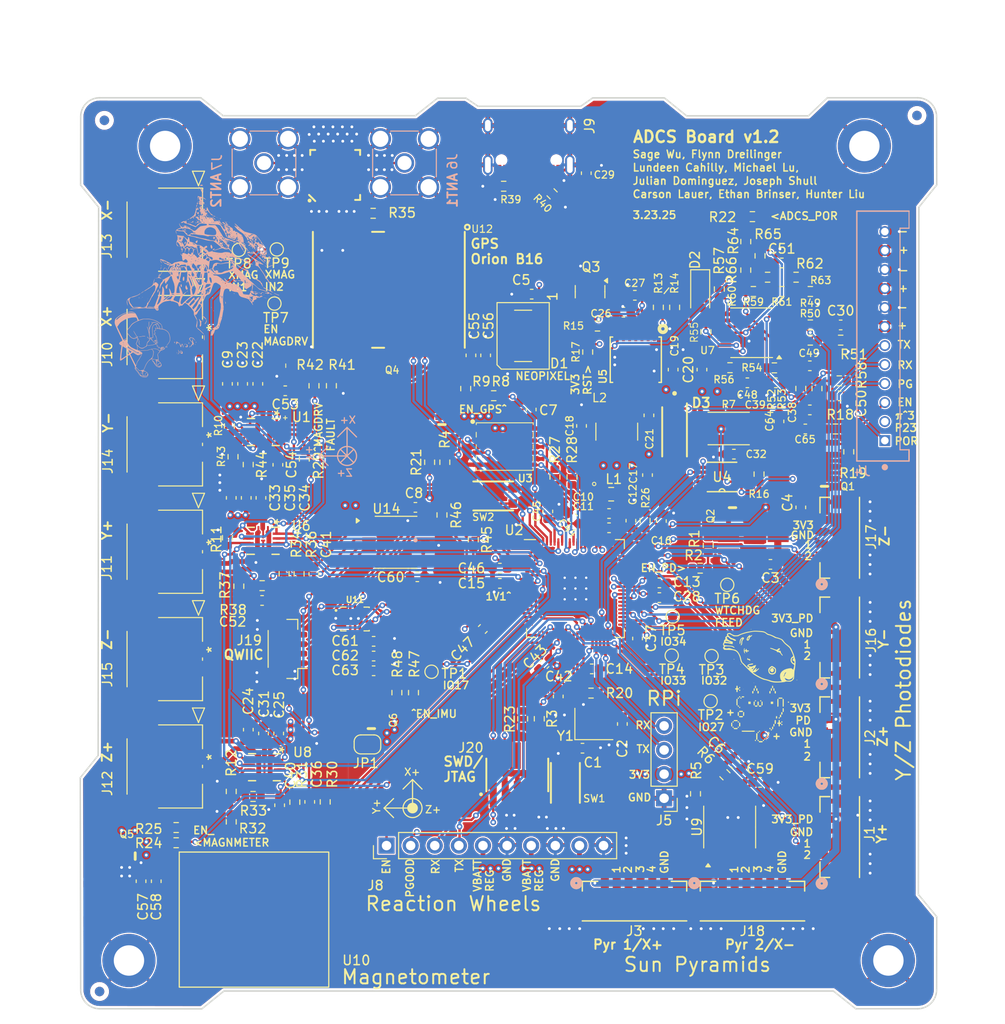
<source format=kicad_pcb>
(kicad_pcb (version 20241229) (generator "pcbnew") (generator_version "9.0")
  (title_block (title "ADCS") (date "2025-04-07") (rev "v1.2") (company "SSI"))
  (layers (0 "F.Cu" signal) (4 "In1.Cu" signal "Route2") (6 "In2.Cu" signal "Route15") (2 "B.Cu" signal) (13 "F.Paste" user) (15 "B.Paste" user) (5 "F.SilkS" user "F.Silkscreen") (7 "B.SilkS" user "B.Silkscreen") (1 "F.Mask" user) (3 "B.Mask" user) (25 "Edge.Cuts" user))
  (net 0 "")
  (net 1 "GND")
  (net 2 "3.3V")
  (net 3 "SWCLK")
  (net 4 "SWDIO")
  (net 5 "~{RESET}")
  (net 6 "USB_D+")
  (net 7 "USB_D-")
  (net 8 "/Power/ADCS_EN_OUT")
  (net 9 "Net-(C30-Pad2)")
  (net 10 "Net-(C30-Pad1)")
  (net 11 "Net-(D2-A)")
  (net 12 "Net-(U5-SW1)")
  (net 13 "Net-(U5-VBST)")
  (net 14 "/Avionics/XTAL1")
  (net 15 "/Avionics/XTAL2")
  (net 16 "Net-(U5-SS)")
  (net 17 "Net-(U5-VREG5)")
  (net 18 "Net-(U4-TIMER)")
  (net 19 "Net-(C2-Pad1)")
  (net 20 "Net-(U7B-+)")
  (net 21 "USB_CC2")
  (net 22 "USB_CC1")
  (net 23 "VBATT_REG")
  (net 24 "ADCS_EN")
  (net 26 "Net-(D2-K)")
  (net 27 "Net-(C29-Pad1)")
  (net 28 "/GPS/3V3_GPS")
  (net 29 "/IMU_and_Magnetometer/3V3_MAGNMETER")
  (net 30 "/Photodiodes/3V3_PD")
  (net 31 "/IMU_and_Magnetometer/3V3_IMU")
  (net 32 "Net-(D3-K)")
  (net 34 "pyramid1_2")
  (net 35 "+1V1")
  (net 36 "Net-(U2-VREG_AVDD)")
  (net 37 "Net-(J6-In)")
  (net 38 "pyramid1_3")
  (net 40 "pyramid1_4")
  (net 41 "pyramid1_1")
  (net 42 "pd_z+_2")
  (net 43 "/Avionics/NEOPIXEL")
  (net 44 "Net-(J7-In)")
  (net 45 "VBATT_SENSE")
  (net 47 "ADCS_PGOOD")
  (net 48 "ADCS_POR")
  (net 49 "Net-(U2-VREG_LX)")
  (net 51 "Net-(SW1-P)")
  (net 52 "/Avionics/RUN")
  (net 53 "Net-(U5-VFB)")
  (net 54 "Net-(U5-PG)")
  (net 55 "Net-(U4-ON)")
  (net 56 "/Avionics/FLASH_CS")
  (net 57 "Net-(SW2-P)")
  (net 58 "3V3_RESET")
  (net 62 "pyramid2_4")
  (net 63 "EN_GPS")
  (net 64 "Net-(U12-RSTN)")
  (net 65 "pyramid2_1")
  (net 66 "pyramid2_2")
  (net 67 "EN_IMU")
  (net 68 "EN_MAGDRV")
  (net 69 "WATCHDOG_FEED")
  (net 70 "Net-(U1-CM1)")
  (net 71 "Net-(U7A--)")
  (net 73 "/Avionics/FLASH_IO2")
  (net 74 "X_MAGDRV_OUT2")
  (net 75 "X_MAGDRV_IN1")
  (net 76 "X_MAGDRV_IN2")
  (net 77 "X_MAGDRV_nFAULT")
  (net 78 "X_MAGDRV_OUT1")
  (net 79 "pyramid2_3")
  (net 80 "Net-(U1-CM2)")
  (net 81 "Net-(U1-SR)")
  (net 82 "IMU_INT2")
  (net 84 "pd_y-_2")
  (net 85 "/Avionics/FLASH_SCK")
  (net 86 "/Avionics/FLASH_MOSI")
  (net 87 "/Avionics/FLASH_MISO")
  (net 88 "/Avionics/FLASH_IO3")
  (net 90 "pd_z-_2")
  (net 91 "pd_z-_1")
  (net 93 "Net-(U7C-+)")
  (net 94 "I2C0_SDA")
  (net 95 "Y_MAGDRV_IN2")
  (net 96 "/Avionics/USB_IC_D+")
  (net 97 "/Avionics/USB_IC_D-")
  (net 99 "/Watchdog/WD_integrate")
  (net 100 "/Watchdog/WD_Vcc")
  (net 101 "/Watchdog/ref3")
  (net 102 "/Watchdog/ref4")
  (net 103 "/Watchdog/ref2")
  (net 104 "/Watchdog/ref1")
  (net 105 "IMU_INT1")
  (net 106 "Z_MAGDRV_IN1")
  (net 107 "I2C0_SCL")
  (net 108 "Y_MAGDRV_IN1")
  (net 109 "Z_MAGDRV_IN2")
  (net 110 "Net-(Q1-Gate)")
  (net 111 "Net-(Q2-Gate)")
  (net 112 "SCS_MAGMETER")
  (net 113 "Y_MAGDRV_OUT1")
  (net 114 "Net-(U6-CM1)")
  (net 115 "Net-(U6-CM2)")
  (net 116 "Y_MAGDRV_OUT2")
  (net 117 "Net-(U6-SR)")
  (net 118 "Z_MAGDRV_OUT1")
  (net 119 "Z_MAGDRV_OUT2")
  (net 120 "Net-(U8-SR)")
  (net 121 "Net-(U8-CM1)")
  (net 122 "Net-(U8-CM2)")
  (net 131 "/GPS/RF_IN")
  (net 144 "Y_MAGDRV_CM1")
  (net 145 "X_MAGDRV_CM1")
  (net 146 "Z_MAGDRV_CM1")
  (net 147 "X_MAGDRV_CM2")
  (net 148 "Y_MAGDRV_CM2")
  (net 149 "Z_MAGDRV_CM2")
  (net 150 "Net-(Q6-Gate)")
  (net 151 "Net-(J19-Pin_2)")
  (net 152 "I2C1_SCL")
  (net 153 "I2C1_SDA")
  (net 155 "SCLK_MAGMETER")
  (net 156 "MOSI_MAGMETER")
  (net 157 "MISO_MAGMETER")
  (net 159 "Net-(Q4-Gate)")
  (net 160 "EN_PD")
  (net 161 "EN_MAGNMETER")
  (net 162 "/Avionics/Magdrv Current Monitor Mux/Ch6")
  (net 163 "MOTOR_EN")
  (net 164 "MOTOR_PGOOD")
  (net 165 "Net-(Q5-Gate)")
  (net 166 "Net-(R52-Pad1)")
  (net 167 "Net-(R54-Pad1)")
  (net 168 "Net-(R57-Pad1)")
  (net 169 "Net-(Q3-B)")
  (net 170 "pd_z+_1")
  (net 171 "pd_y+_2")
  (net 172 "pd_y+_1")
  (net 173 "pd_y-_1")
  (net 174 "/Avionics/Sun Pyramid Mux/VREF")
  (net 175 "/Avionics/Magdrv Current Monitor Mux/VREF")
  (net 176 "TX_TO_GPS")
  (net 177 "TX_TO_PICUBED")
  (net 178 "RX_FROM_PICUBED")
  (net 179 "UART_TO_DEBUG")
  (net 180 "UART_FROM_DEBUG")
  (net 181 "RX_FROM_MOTOR")
  (net 182 "TX_TO_MOTOR")
  (net 189 "RX_FROM_GPS")
  (net 190 "GPIO_17")
  (net 191 "GPIO_27")
  (net 192 "GPIO_32")
  (net 193 "GPIO_33")
  (net 194 "GPIO_34")
  (footprint "ssi_IC:PWP14_2P31X2P46-L" (layer "F.Cu") (at 156.8161 80.058096 -90)
    (property "Reference" "U5")
    (property "Value" "TPS54226PWPR" (hide yes))
  )
  (footprint "Capacitor_SMD:C_0603_1608Metric" (layer "F.Cu") (at 151.1 87.025 -90)
    (property "Reference" "C18")
    (property "Value" "22uF")
  )
  (footprint "Capacitor_SMD:C_0603_1608Metric" (layer "F.Cu") (at 158.05 92.2 90)
    (property "Reference" "C17")
    (property "Value" "22uF")
  )
  (footprint "Capacitor_SMD:C_0603_1608Metric" (layer "F.Cu") (at 158.2 85.9155 90)
    (property "Reference" "C21")
    (property "Value" "100nF")
  )
  (footprint "Resistor_SMD:R_0603_1608Metric" (layer "F.Cu") (at 152.781 76.5175 180)
    (property "Reference" "R15")
    (property "Value" "100k")
  )
  (footprint "Capacitor_SMD:C_0603_1608Metric" (layer "F.Cu") (at 155.5115 75.057 180)
    (property "Reference" "C26")
    (property "Value" "3.3nF")
  )
  (footprint "MountingHole:MountingHole_3.2mm_M3_DIN965_Pad" (layer "F.Cu") (at 107.2361 57.5641)
    (property "Reference" "H1" (hide yes))
    (property "Value" "MountingHole_Pad")
  )
  (footprint "MountingHole:MountingHole_3.2mm_M3_DIN965_Pad" (layer "F.Cu") (at 103.4261 143.2941)
    (property "Reference" "H2" (hide yes))
    (property "Value" "MountingHole_Pad")
  )
  (footprint "MountingHole:MountingHole_3.2mm_M3_DIN965_Pad" (layer "F.Cu") (at 183.4261 143.2941)
    (property "Reference" "H3" (hide yes))
    (property "Value" "MountingHole_Pad")
  )
  (footprint "MountingHole:MountingHole_3.2mm_M3_DIN965_Pad" (layer "F.Cu") (at 180.8961 57.5641)
    (property "Reference" "H4" (hide yes))
    (property "Value" "MountingHole_Pad")
  )
  (footprint "Fiducial:Fiducial_1mm_Mask2mm" (layer "F.Cu") (at 100.33 146.558)
    (property "Reference" "REF1T" (hide yes))
    (property "Value" "Fiducial_1mm_Mask2mm")
  )
  (footprint "Resistor_SMD:R_0603_1608Metric" (layer "F.Cu") (at 148 62.6 135)
    (property "Reference" "R40")
    (property "Value" "5.1k")
  )
  (footprint "Capacitor_SMD:C_0603_1608Metric" (layer "F.Cu") (at 151.6 60.425 90)
    (property "Reference" "C29")
    (property "Value" "4.7uF")
  )
  (footprint "Resistor_SMD:R_0603_1608Metric" (layer "F.Cu") (at 159.1945 74.549 -90)
    (property "Reference" "R13")
    (property "Value" "73.2k")
  )
  (footprint "Resistor_SMD:R_0603_1608Metric" (layer "F.Cu") (at 142.9 61.8)
    (property "Reference" "R39")
    (property "Value" "5.1k")
  )
  (footprint "Capacitor_SMD:C_0603_1608Metric" (layer "F.Cu") (at 156.718 73.279 180)
    (property "Reference" "C27")
    (property "Value" "1uF")
  )
  (footprint "Resistor_SMD:R_0603_1608Metric" (layer "F.Cu") (at 151.75 79.25 -90)
    (property "Reference" "R17")
    (property "Value" "10k")
  )
  (footprint "Resistor_SMD:R_0603_1608Metric" (layer "F.Cu") (at 160.909 74.549 90)
    (property "Reference" "R14")
    (property "Value" "22.1k")
  )
  (footprint "Resistor_SMD:R_2512_6332Metric" (layer "F.Cu") (at 166.6 87.3)
    (property "Reference" "R7")
    (property "Value" "0.02")
  )
  (footprint "ssi_inductor:L_2141" (layer "F.Cu") (at 154.813 87.63 -90)
    (property "Reference" "L2")
    (property "Value" "3.3uH")
  )
  (footprint "Capacitor_SMD:C_0603_1608Metric" (layer "F.Cu") (at 160.75 81.1 90)
    (property "Reference" "C19")
    (property "Value" "10uF")
  )
  (footprint "Capacitor_SMD:C_0603_1608Metric" (layer "F.Cu") (at 163.78595 81.1 90)
    (property "Reference" "C20")
    (property "Value" "10uF")
  )
  (footprint "Resistor_SMD:R_0603_1608Metric" (layer "F.Cu") (at 169.8 92.1 90)
    (property "Reference" "R16")
    (property "Value" "1k")
  )
  (footprint "ssi_IC:ADM1176-1ARMZ-R7" (layer "F.Cu") (at 165.9 92.4 180)
    (property "Reference" "U4")
    (property "Value" "ADM1176-1ARMZ-R7" (hide yes))
  )
  (footprint "Capacitor_SMD:C_0603_1608Metric" (layer "F.Cu") (at 167.15 90)
    (property "Reference" "C32")
    (property "Value" "3.3nF")
  )
  (footprint "ssi_connector:USB_C_Receptacle_XKB_U262-161N-4BVC11" (layer "F.Cu") (at 146.052 55.018 180)
    (property "Reference" "J9")
    (property "Value" "USB_C_pycubed")
  )
  (footprint "ssi_IC:RM3100CB" (layer "F.Cu") (at 116.6 138.99)
    (property "Reference" "U10")
    (property "Value" "RM3100CB")
  )
  (footprint "Capacitor_SMD:C_0603_1608Metric" (layer "F.Cu") (at 147.201992 112.1 -135)
    (property "Reference" "C43")
    (property "Value" "100nF")
  )
  (footprint "Capacitor_SMD:C_0603_1608Metric" (layer "F.Cu") (at 159.3 105.1)
    (property "Reference" "C28")
    (property "Value" "100nF")
  )
  (footprint "Capacitor_SMD:C_0603_1608Metric" (layer "F.Cu") (at 151.2 120.95)
    (property "Reference" "C1")
    (property "Value" "15pF")
  )
  (footprint "ssi_connector:Molex_205338-0002" (layer "F.Cu") (at 110.75 76.671501 90)
    (property "Reference" "J10")
    (property "Value" "2053380002" (hide yes))
  )
  (footprint "Resistor_SMD:R_0603_1608Metric" (layer "F.Cu") (at 141.85 83.85)
    (property "Reference" "R8")
    (property "Value" "4.7k")
  )
  (footprint "Capacitor_SMD:C_0603_1608Metric" (layer "F.Cu") (at 169.907125 124.544624)
    (property "Reference" "C59")
    (property "Value" "100nF")
  )
  (footprint "Capacitor_SMD:C_0603_1608Metric" (layer "F.Cu") (at 117.33 94.6 90)
    (property "Reference" "C34")
    (property "Value" "10uF")
  )
  (footprint "Fiducial:Fiducial_1mm_Mask2mm" (layer "F.Cu") (at 186.436 54.356)
    (property "Reference" "REF3T" (hide yes))
    (property "Value" "Fiducial_1mm_Mask2mm")
  )
  (footprint "Capacitor_SMD:C_0603_1608Metric" (layer "F.Cu") (at 142.5 103.6 180)
    (property "Reference" "C15")
    (property "Value" "4.7uF")
  )
  (footprint "Capacitor_SMD:C_0603_1608Metric" (layer "F.Cu") (at 119.3 126.95 -90)
    (property "Reference" "C40")
    (property "Value" "3.3uF")
  )
  (footprint "Resistor_SMD:R_0603_1608Metric" (layer "F.Cu") (at 108.4 129.3 180)
    (property "Reference" "R25")
    (property "Value" "3.3k")
  )
  (footprint "Resistor_SMD:R_0603_1608Metric" (layer "F.Cu") (at 164.2045 77.122 90)
    (property "Reference" "R55")
    (property "Value" "4.7M")
  )
  (footprint "Resistor_SMD:R_0603_1608Metric" (layer "F.Cu") (at 122.92 82.8 -90)
    (property "Reference" "R42")
    (property "Value" "1k")
  )
  (footprint "TestPoint:TestPoint_Pad_D1.0mm" (layer "F.Cu") (at 118.75 74.15 180)
    (property "Reference" "TP7")
    (property "Value" "TestPoint")
  )
  (footprint "Capacitor_SMD:C_0603_1608Metric" (layer "F.Cu") (at 129.2 111.25)
    (property "Reference" "C62")
    (property "Value" "4.7uF")
  )
  (footprint "ssi_connector:Molex_205338-0002" (layer "F.Cu") (at 110.75 110.5715 90)
    (property "Reference" "J15")
    (property "Value" "2053380002" (hide yes))
  )
  (footprint "Resistor_SMD:R_0603_1608Metric" (layer "F.Cu") (at 171.415 80.917 180)
    (property "Reference" "R54")
    (property "Value" "1k")
  )
  (footprint "Resistor_SMD:R_0603_1608Metric" (layer "F.Cu") (at 148.3 92.4 90)
    (property "Reference" "R27")
    (property "Value" "27")
  )
  (footprint "Resistor_SMD:R_0603_1608Metric" (layer "F.Cu") (at 139.7 99 -90)
    (property "Reference" "R45")
    (property "Value" "10k")
  )
  (footprint "ssi_IC:QFN32-5X5MM" (layer "F.Cu") (at 125.15 60.61 90)
    (property "Reference" "U13" (hide yes))
    (property "Value" "EP2W+")
  )
  (footprint "Capacitor_SMD:C_0603_1608Metric" (layer "F.Cu") (at 119.115 91.12 -90)
    (property "Reference" "C54")
    (property "Value" "3.3uF")
  )
  (footprint "Resistor_SMD:R_0603_1608Metric" (layer "F.Cu") (at 115 103.9 -90)
    (property "Reference" "R37")
    (property "Value" "10k")
  )
  (footprint "Resistor_SMD:R_0603_1608Metric" (layer "F.Cu") (at 121.35 102.6 -90)
    (property "Reference" "R36")
    (property "Value" "1k")
  )
  (footprint "Resistor_SMD:R_0603_1608Metric" (layer "F.Cu") (at 169.202 72.877)
    (property "Reference" "R59")
    (property "Value" "10k")
  )
  (footprint "Resistor_SMD:R_0603_1608Metric" (layer "F.Cu") (at 172.202 72.877)
    (property "Reference" "R61")
    (property "Value" "10k")
  )
  (footprint "Resistor_SMD:R_0603_1608Metric" (layer "F.Cu") (at 179.25 89.75 -90)
    (property "Reference" "R19")
    (property "Value" "3.3k")
  )
  (footprint "Capacitor_SMD:C_0603_1608Metric" (layer "F.Cu") (at 148.65 115.5 -90)
    (property "Reference" "C42")
    (property "Value" "100nF")
  )
  (footprint "ssi_connector:Molex_205338-0002" (layer "F.Cu") (at 110.75 121.871501 90)
    (property "Reference" "J12")
    (property "Value" "2053380002" (hide yes))
  )
  (footprint "Resistor_SMD:R_0603_1608Metric" (layer "F.Cu") (at 175.2 76.4)
    (property "Reference" "R49")
    (property "Value" "0")
  )
  (footprint "TestPoint:TestPoint_Pad_D1.0mm" (layer "F.Cu") (at 166.45 103.75 180)
    (property "Reference" "TP6")
    (property "Value" "TestPoint")
  )
  (footprint "TestPoint:TestPoint_Pad_D1.0mm" (layer "F.Cu") (at 115 68.5 180)
    (property "Reference" "TP8")
    (property "Value" "TestPoint")
  )
  (footprint "Capacitor_SMD:C_0603_1608Metric" (layer "F.Cu") (at 106.3 134.95 90)
    (property "Reference" "C58")
    (property "Value" "4.7uF")
  )
  (footprint "Resistor_SMD:R_0603_1608Metric" (layer "F.Cu") (at 175.202 72.877)
    (property "Reference" "R63")
    (property "Value" "3k")
  )
  (footprint "Capacitor_SMD:C_0603_1608Metric" (layer "F.Cu") (at 172.202 69.877 180)
    (property "Reference" "C51")
    (property "Value" "10uF")
  )
  (footprint "Resistor_SMD:R_0603_1608Metric" (layer "F.Cu") (at 136.7 90.85 90)
    (property "Reference" "R4")
    (property "Value" "1k")
  )
  (footprint "Capacitor_SMD:C_0603_1608Metric" (layer "F.Cu") (at 142.5 102 180)
    (property "Reference" "C46")
    (property "Value" "100nF")
  )
  (footprint "Capacitor_SMD:C_0603_1608Metric" (layer "F.Cu") (at 154 96.25)
    (property "Reference" "C10")
    (property "Value" "4.7uF")
  )
  (footprint "Capacitor_SMD:C_0603_1608Metric" (layer "F.Cu") (at 140.7 108.4 -135)
    (property "Reference" "C47")
    (property "Value" "100nF")
  )
  (footprint "Resistor_SMD:R_0603_1608Metric" (layer "F.Cu") (at 168.402 70.627 -90)
    (property "Reference" "R66")
    (property "Value" "100k")
  )
  (footprint "Package_SO:TSSOP-16_4.4x5mm_P0.65mm" (layer "F.Cu") (at 166.707125 129.244624 90)
    (property "Reference" "U9")
    (property "Value" "ADS7830")
  )
  (footprint "Resistor_SMD:R_0603_1608Metric" (layer "F.Cu") (at 174.2 83.091999 -90)
    (property "Reference" "R52")
    (property "Value" "1k")
  )
  (footprint "Capacitor_SMD:C_0603_1608Metric" (layer "F.Cu") (at 113.8 82.6 90)
    (property "Reference" "C9")
    (property "Value" "22uF")
  )
  (footprint "Resistor_SMD:R_0603_1608Metric" (layer "F.Cu") (at 164.45 99.6 90)
    (property "Reference" "R1")
    (property "Value" "3.3k")
  )
  (footprint "Capacitor_SMD:C_0603_1608Metric" (layer "F.Cu") (at 157 109.4 -90)
    (property "Reference" "C37")
    (property "Value" "100nF")
  )
  (footprint "Capacitor_SMD:C_0603_1608Metric" (layer "F.Cu") (at 141 79.6 90)
    (property "Reference" "C56")
    (property "Value" "4.7uF")
  )
  (footprint "Capacitor_SMD:C_0603_1608Metric" (layer "F.Cu") (at 114.2 94.6 90)
    (property "Reference" "C33")
    (property "Value" "22uF")
  )
  (footprint "Resistor_SMD:R_0603_1608Metric" (layer "F.Cu") (at 133.4 115.1 -90)
    (property "Reference" "R47")
    (property "Value" "4.7k")
  )
  (footprint "Capacitor_SMD:C_0603_1608Metric" (layer "F.Cu") (at 171.57 82.49 180)
    (property "Reference" "C39")
    (property "Value" "10uF")
  )
  (footprint "ssi_connector:Molex_505567-0431" (layer "F.Cu") (at 176.4058 132.175 -90)
    (property "Reference" "J1")
    (property "Value" "505567-0431")
  )
  (footprint "Capacitor_SMD:C_0603_1608Metric" (layer "F.Cu") (at 152.175 112.6)
    (property "Reference" "C14")
    (property "Value" "100nF")
  )
  (footprint "ssi_connector:Molex_505567-0631" (layer "F.Cu") (at 165.982125 135.150424 180)
    (property "Reference" "J18")
    (property "Value" "505567-0631")
  )
  (footprint "Capacitor_SMD:C_0603_1608Metric" (layer "F.Cu") (at 156.3 97 90)
    (property "Reference" "C12")
    (property "Value" "4.7uF")
  )
  (footprint "Capacitor_SMD:C_0603_1608Metric" (layer "F.Cu") (at 133.6 95.6 180)
    (property "Reference" "C8")
    (property "Value" "10uF")
  )
  (footprint "LED_SMD:LED_WS2812B_PLCC4_5.0x5.0mm_P3.2mm" (layer "F.Cu") (at 144.95 77.55 -90)
    (property "Reference" "D1")
    (property "Value" "1655")
  )
  (footprint "Capacitor_SMD:C_0603_1608Metric" (layer "F.Cu") (at 168.57 82.49)
    (property "Reference" "C48")
    (property "Value" "10uF")
  )
  (footprint "ssi_IC:QFN-14_MP6551_MNP" (layer "F.Cu") (at 117.59 87.670189 -90)
    (property "Reference" "U1")
    (property "Value" "MP6551GQB-Z")
  )
  (footprint "Capacitor_SMD:C_0603_1608Metric" (layer "F.Cu") (at 178.4 76.4 180)
    (property "Reference" "C30")
    (property "Value" "10uF")
  )
  (footprint "Capacitor_SMD:C_0603_1608Metric" (layer "F.Cu") (at 171 101.6 180)
    (property "Reference" "C3")
    (property "Value" "10nF")
  )
  (footprint "ssi_inductor:polarized" (layer "F.Cu") (at 154.222303 94.217303)
    (property "Reference" "L1")
    (property "Value" "3.3uH")
  )
  (footprint "ssi_connector:Molex_505567-0431" (layer "F.Cu") (at 176.4058 100.675 -90)
    (property "Reference" "J17")
    (property "Value" "505567-0431")
  )
  (footprint "Resistor_SMD:R_0603_1608Metric" (layer "F.Cu") (at 178.251001 82.281999 180)
    (property "Reference" "R58")
    (property "Value" "33")
  )
  (footprint "Capacitor_SMD:C_0603_1608Metric" (layer "F.Cu") (at 104.7 134.95 90)
    (property "Reference" "C57")
    (property "Value" "10nF")
  )
  (footprint "Resistor_SMD:R_0603_1608Metric" (layer "F.Cu") (at 124.1 126.6 -90)
    (property "Reference" "R30")
    (property "Value" "1k")
  )
  (footprint "Resistor_SMD:R_0603_1608Metric" (layer "F.Cu") (at 114.39 90.27 -90)
    (property "Reference" "R43")
    (property "Value" "10k")
  )
  (footprint "ssi_IC:RP2350-QFN-80-1EP_10x10_P0.4mm_EP3.4x3.4mm_ThermalVias" (layer "F.Cu") (at 150.46 104.143333)
    (property "Reference" "U2")
    (property "Value" "RP2350_80QFN")
  )
  (footprint "Capacitor_SMD:C_0603_1608Metric" (layer "F.Cu") (at 175.151001 80.7 180)
    (property "Reference" "C49")
    (property "Value" "100nF")
  )
  (footprint "Package_TO_SOT_SMD:SOT-23" (layer "F.Cu") (at 152 72.9 -90)
    (property "Reference" "Q3")
    (property "Value" "MMBT2222A")
  )
  (footprint "ssi_IC:QFN-14_MP6551_MNP" (layer "F.Cu") (at 117.564874 99.120001 -90)
    (property "Reference" "U6")
    (property "Value" "MP6551GQB-Z")
  )
  (footprint "Resistor_SMD:R_0603_1608Metric" (layer "F.Cu") (at 178.4 78 180)
    (property "Reference" "R51")
    (property "Value" "10k")
  )
  (footprint "ssi_IC:BMI270" (layer "F.Cu") (at 127.2375 107.35)
    (property "Reference" "U11")
    (property "Value" "BMI270")
  )
  (footprint "Resistor_SMD:R_0603_1608Metric" (layer "F.Cu") (at 108.4 130.9)
    (property "Reference" "R24")
    (property "Value" "4.7k")
  )
  (footprint "Jumper:SolderJumper-2_P1.3mm_Open_RoundedPad1.0x1.5mm" (layer "F.Cu") (at 128.55 120.55)
    (property "Reference" "JP1")
    (property "Value" "QWIIC supply")
  )
  (footprint "ssi_connector:SAMTEC_FTSH-105-01-L-DV-007" (layer "F.Cu") (at 144.335 123.765)
    (property "Reference" "J20")
    (property "Value" "Conn_ARM_JTAG_SWD_10")
  )
  (footprint "Crystal:Crystal_SMD_3225-4Pin_3.2x2.5mm" (layer "F.Cu") (at 152.4 118.4)
    (property "Reference" "Y1")
    (property "Value" "ABM8-272-T3")
  )
  (footprint "Capacitor_SMD:C_0603_1608Metric" (layer "F.Cu") (at 129.2 112.8)
    (property "Reference" "C63")
    (property "Value" "100nF")
  )
  (footprint "Capacitor_SMD:C_0603_1608Metric" (layer "F.Cu") (at 115.4 82.6 90)
    (property "Reference" "C23")
    (property "Value" "100nF")
  )
  (footprint "Package_SO:TSSOP-16_4.4x5mm_P0.65mm" (layer "F.Cu") (at 131.5625 99.275)
    (property "Reference" "U14")
    (property "Value" "ADS7830")
  )
  (footprint "Resistor_SMD:R_0603_1608Metric" (layer "F.Cu") (at 121.9 90.5 -90)
    (property "Reference" "R29")
    (property "Value" "10k")
  )
  (footprint "ssi_transistor:DMP2040USS-13" (layer "F.Cu") (at 101.4 134.5 180)
    (property "Reference" "Q5")
    (property "Value" "DMP2040USS-13" (hide yes))
  )
  (footprint "ssi_connector:Molex_505567-0431" (layer "F.Cu") (at 176.4058 111.175 -90)
    (property "Reference" "J16")
    (property "Value" "505567-0431")
  )
  (footprint "ssi_switch:BTN_KMR2_4.6X2.8" (layer "F.Cu") (at 141.8 94.4 180)
    (property "Reference" "SW2")
    (property "Value" "KMR231NG LFS" (hide yes))
  )
  (footprint "ssi_transistor:DMP2040USS-13" (layer "F.Cu") (at 169.2 98.3119 -90)
    (property "Reference" "Q2")
    (property "Value" "DMP2040USS-13" (hide yes))
  )
  (footprint "ssi_transistor:DMP2040USS-13" (layer "F.Cu") (at 126.7662 116.2 90)
    (property "Reference" "Q6")
    (property "Value" "DMP2040USS-13" (hide yes))
  )
  (footprint "Connector_JST:JST_SH_BM04B-SRSS-TB_1x04-1MP_P1.00mm_Vertical" (layer "F.Cu") (at 120.1 110.5 90)
    (property "Reference" "J19")
    (property "Value" "QWIIC")
  )
  (footprint "ssi_drawings:fish_small" (layer "F.Cu") (at 170.1 111.08978)
    (property "Reference" "REF***" (hide yes))
    (property "Value" "fish_small" (hide yes))
  )
  (footprint "TestPoint:TestPoint_Pad_D1.0mm" (layer "F.Cu") (at 135.3 112.9)
    (property "Reference" "TP1")
    (property "Value" "TestPoint")
  )
  (footprint "Resistor_SMD:R_0603_1608Metric" (layer "F.Cu") (at 175.901001 83.091999 90)
    (property "Reference" "R53")
    (property "Value" "100k")
  )
  (footprint "Capacitor_SMD:C_0603_1608Metric" (layer "F.Cu") (at 115.78 94.6 90)
    (property "Reference" "C35")
    (property "Value" "100nF")
  )
  (footprint "Resistor_SMD:R_0603_1608Metric" (layer "F.Cu") (at 175.2 78 180)
    (property "Reference" "R50")
    (property "Value" "10k")
  )
  (footprint "Connector_PinHeader_2.54mm:PinHeader_1x04_P2.54mm_Vertical" (layer "F.Cu") (at 159.8 126.22 180)
    (property "Reference" "J5")
    (property "Value" "Conn_01x04")
  )
  (footprint "Resistor_SMD:R_0603_1608Metric" (layer "F.Cu") (at 129.15 64.65)
    (property "Reference" "R35")
    (property "Value" "10k")
  )
  (footprint "Capacitor_SMD:C_0603_1608Metric" (layer "F.Cu") (at 175.151001 85.341999 180)
    (property "Reference" "C38")
    (property "Value" "10uF")
  )
  (footprint "Resistor_SMD:R_0603_1608Metric" (layer "F.Cu") (at 114 87.04 90)
    (property "Reference" "R10")
    (property "Value" "100k")
  )
  (footprint "Fiducial:Fiducial_1mm_Mask2mm" (layer "F.Cu") (at 100.838 54.864 90)
    (property "Reference" "REF2T" (hide yes))
    (property "Value" "Fiducial_1mm_Mask2mm")
  )
  (footprint "Resistor_SMD:R_0603_1608Metric" (layer "F.Cu") (at 173.702 71.377)
    (property "Reference" "R62")
    (property "Value" "3k")
  )
  (footprint "ssi_drawings:coral" (layer "F.Cu") (at 169.633436 117.696762)
    (property "Reference" "REF***" (hide yes))
    (property "Value" "coral" (hide yes))
  )
  (footprint "Capacitor_SMD:C_0603_1608Metric" (layer "F.Cu") (at 117.6 119.4 90)
    (property "Reference" "C31")
    (property "Value" "100nF")
  )
  (footprint "ssi_IC:Orion_B16" (layer "F.Cu") (at 130.18 72.45 90)
    (property "Reference" "U12")
    (property "Value" "Orion B16" (hide yes))
  )
  (footprint "ssi_connector:Molex_505567-0431" (layer "F.Cu") (at 176.4058 121.675 -90)
    (property "Reference" "J2")
    (property "Value" "505567-0431")
  )
  (footprint "Resistor_SMD:R_0603_1608Metric" (layer "F.Cu") (at 146.65 117.85 90)
    (property "Reference" "R3")
    (property "Value" "1k")
  )
  (footprint "TestPoint:TestPoint_Pad_D1.0mm" (layer "F.Cu") (at 160.6 111.2 180)
    (property "Reference" "TP4")
    (property "Value" "TestPoint")
  )
  (footprint "Connector_PinHeader_2.54mm:PinHeader_1x10_P2.54mm_Vertical" (layer "F.Cu") (at 130.56 131.2 90)
    (property "Reference" "J8")
    (property "Value" "Conn_01x10")
  )
  (footprint "Resistor_SMD:R_0603_1608Metric" (layer "F.Cu") (at 166.207125 123.744624 -45)
    (property "Reference" "R6")
    (property "Value" "10k")
  )
  (footprint "ssi_connector:Molex_205338-0002" (layer "F.Cu") (at 110.75 87.9715 90)
    (property "Reference" "J14")
    (property "Value" "2053380002" (hide yes))
  )
  (footprint "ssi_transistor:DMP2040USS-13" (layer "F.Cu") (at 134.2 84.2 90)
    (property "Reference" "Q4")
    (property "Value" "DMP2040USS-13" (hide yes))
  )
  (footprint "Resistor_SMD:R_0603_1608Metric" (layer "F.Cu") (at 138.9 83.1 -90)
    (property "Reference" "R9")
    (property "Value" "3.3k")
  )
  (footprint "Capacitor_SMD:C_0603_1608Metric" (layer "F.Cu") (at 133.8 102.9)
    (property "Reference" "C60")
    (property "Value" "100nF")
  )
  (footprint "Resistor_SMD:R_0603_1608Metric" (layer "F.Cu") (at 168.402 67.627 -90)
    (property "Reference" "R64")
    (property "Value" "100k")
  )
  (footprint "Resistor_SMD:R_0603_1608Metric" (layer "F.Cu") (at 165.615 72.62 90)
    (property "Reference" "R57")
    (property "Value" "0")
  )
  (footprint "Capacitor_SMD:C_0603_1608Metric" (layer "F.Cu") (at 119.2 119.4 90)
    (property "Reference" "C25")
    (property "Value" "10uF")
  )
  (footprint "Capacitor_SMD:C_0603_1608Metric" (layer "F.Cu") (at 147.55 96.025 90)
    (property "Reference" "C45")
    (property "Value" "100nF")
  )
  (footprint "TestPoint:TestPoint_Pad_D1.0mm" (layer "F.Cu") (at 119 68.45 180)
    (property "Reference" "TP9")
    (property "Value" "TestPoint")
  )
  (footprint "TestPoint:TestPoint_Pad_D1.0mm" (layer "F.Cu") (at 160.7 107.1 180)
    (property "Reference" "TP5")
    (property "Value" "TestPoint")
  )
  (footprint "Resistor_SMD:R_0603_1608Metric" (layer "F.Cu") (at 114.2 125.5 -90)
    (property "Reference" "R12")
    (property "Value" "100k")
  )
  (footprint "Capacitor_SMD:C_0603_1608Metric" (layer "F.Cu") (at 122.9 102.6 -90)
    (property "Reference" "C41")
    (property "Value" "3.3uF")
  )
  (footprint "Package_SO:TSSOP-14_4.4x5mm_P0.65mm" (layer "F.Cu") (at 169.0225 77.22 180)
    (property "Reference" "U7")
    (property "Value" "TLV1704")
  )
  (footprint "ssi_transistor:DMP2040USS-13" (layer "F.Cu") (at 174.5 90.7 90)
    (property "Reference" "Q1")
    (property "Value" "DMP2040USS-13" (hide yes))
  )
  (footprint "Capacitor_SMD:C_0603_1608Metric" (layer "F.Cu") (at 159.3 103.55)
    (property "Reference" "C13")
    (property "Value" "100nF")
  )
  (footprint "ssi_IC:SON127P600X500X90-9N" (layer "F.Cu") (at 143.01 89.2)
    (property "Reference" "U3")
    (property "Value" "MR25H40MDF")
  )
  (footprint "Capacitor_SMD:C_0603_1608Metric" (layer "F.Cu") (at 145.85 73.16 180)
    (property "Reference" "C5")
    (property "Value" "100nF")
  )
  (footprint "Capacitor_SMD:C_0603_1608Metric" (layer "F.Cu") (at 116 119 90)
    (property "Reference" "C24")
    (property "Value" "22uF")
  )
  (footprint "Capacitor_SMD:C_0603_1608Metric" (layer "F.Cu") (at 150.2 96.75 135)
    (property "Reference" "C44")
    (property "Value" "100nF")
  )
  (footprint "ssi_switch:BTN_KMR2_4.6X2.8" (layer "F.Cu") (at 149.4 124.6 -90)
    (property "Reference" "SW1")
    (property "Value" "KMR231NG LFS" (hide yes))
  )
  (footprint "Capacitor_SMD:C_0603_1608Metric" (layer "F.Cu") (at 155.4 118.4 -90)
    (property "Reference" "C2")
    (property "Value" "15pF")
  )
  (footprint "Resistor_SMD:R_0603_1608Metric" (layer "F.Cu") (at 124.75 82.8 -90)
    (property "Reference" "R41")
    (property "Value" "10k")
  )
  (footprint "TestPoint:TestPoint_Pad_D1.0mm" (layer "F.Cu") (at 164.7 116 180)
    (property "Reference" "TP2")
    (property "Value" "TestPoint")
  )
  (footprint "Resistor_SMD:R_0603_1608Metric" (layer "F.Cu") (at 113.8 98.8 90)
    (property "Reference" "R11")
    (property "Value" "100k")
  )
  (footprint "Resistor_SMD:R_0603_1608Metric" (layer "F.Cu") (at 177.85 87.35)
    (property "Reference" "R18")
    (property "Value" "4.7k")
  )
  (footprint "Capacitor_SMD:C_0603_1608Metric" (layer "F.Cu") (at 167.307125 122.644624 -45)
    (property "Reference" "C6")
    (property "Value" "10uF")
  )
  (footprint "ssi_diode:DIOM5226X262N" (layer "F.Cu") (at 160.9 87.65 -90)
    (property "Reference" "D3")
    (property "Value" "CMSH1-40M" (hide yes))
  )
  (footprint "ssi_connector:Molex_505567-0631" (layer "F.Cu") (at 153.557124 135.149734 180)
    (property "Reference" "J3")
    (property "Value" "505567-0631")
  )
  (footprint "Resistor_SMD:R_0603_1608Metric" (layer "F.Cu") (at 131.65 115.1 -90)
    (property "Reference" "R48")
    (property "Value" "3.3k")
  )
  (footprint "Resistor_SMD:R_0603_1608Metric" (layer "F.Cu") (at 170.702 71.377)
    (property "Reference" "R60")
    (property "Value" "10k")
  )
  (footprint "Resistor_SMD:R_0603_1608Metric" (layer "F.Cu") (at 116.5 126.025 180)
    (property "Reference" "R33")
    (property "Value" "1k")
  )
  (footprint "ssi_connector:Molex_205338-0002" (layer "F.Cu") (at 110.75 65.3715 90)
    (property "Reference" "J13")
    (property "Value" "2053380002" (hide yes))
  )
  (footprint "ssi_IC:QFN-14_MP6551_MNP" (layer "F.Cu") (at 117.7 122.950063 -90)
    (property "Reference" "U8")
    (property "Value" "MP6551GQB-Z")
  )
  (footprint "Capacitor_SMD:C_0603_1608Metric" (layer "F.Cu") (at 117.45 105.4 180)
    (property "Reference" "C52")
    (property "Value" "3.3uF")
  )
  (footprint "Resistor_SMD:R_0603_1608Metric" (layer "F.Cu") (at 115.99 91.095 -90)
    (property "Reference" "R44")
    (property "Value" "1k")
  )
  (footprint "Capacitor_SMD:C_0603_1608Metric" (layer "F.Cu") (at 174.2 95.6 90)
    (property "Reference" "C4")
    (property "Value" "4.7uF")
  )
  (footprint "Capacitor_SMD:C_0603_1608Metric" (layer "F.Cu") (at 178.291001 83.861999)
    (property "Reference" "C50")
    (property "Value" "10uF")
  )
  (footprint "ssi_connector:Molex_205338-0002" (layer "F.Cu") (at 110.75 99.271501 90)
    (property "Reference" "J11")
    (property "Value" "2053380002" (hide yes))
  )
  (footprint "Resistor_SMD:R_0603_1608Metric" (layer "F.Cu") (at 169.1 65)
    (property "Reference" "R22")
    (property "Value" "10k")
  )
  (footprint "TestPoint:TestPoint_Pad_D1.0mm" (layer "F.Cu") (at 164.8 111.25 180)
    (property "Reference" "TP3")
    (property "Value" "TestPoint")
  )
  (footprint "Resistor_SMD:R_0603_1608Metric" (layer "F.Cu") (at 166.74 80.9 180)
    (property "Reference" "R56")
    (property "Value" "100k")
  )
  (footprint "Resistor_SMD:R_0603_1608Metric" (layer "F.Cu") (at 169.902 69.127 -90)
    (property "Reference" "R65")
    (property "Value" "100k")
  )
  (footprint "Resistor_SMD:R_0603_1608Metric" (layer "F.Cu") (at 150.1 92.4 90)
    (property "Reference" "R28")
    (property "Value" "27")
  )
  (footprint "Capacitor_SMD:C_0603_1608Metric" (layer "F.Cu") (at 159.512 97.041 90)
    (property "Reference" "C16")
    (property "Value" "100nF")
  )
  (footprint "Resistor_SMD:R_0603_1608Metric" (layer "F.Cu") (at 114.2 128.7 -90)
    (property "Reference" "R32")
    (property "Value" "10k")
  )
  (footprint "Resistor_SMD:R_0603_1608Metric" (layer "F.Cu") (at 163.6 102 180)
    (property "Reference" "R2")
    (property "Value" "4.7k")
  )
  (footprint "Resistor_SMD:R_0603_1608Metric" (layer "F.Cu") (at 135.1 90.85 -90)
    (property "Reference" "R21")
    (property "Value" "10k")
  )
  (footprint "Diode_SMD:D_SOD-123" (layer "F.Cu") (at 163.6 72.95 -90)
    (property "Reference" "D2")
    (property "Value" "1N4151W-E3-08")
  )
  (footprint "Resistor_SMD:R_0603_1608Metric" (layer "F.Cu") (at 136.4 96.4 -90)
    (property "Reference" "R46")
    (property "Value" "10k")
  )
  (footprint "Capacitor_SMD:C_0603_1608Metric" (layer "F.Cu") (at 171.9 86.55 90)
    (property "Reference" "C64")
    (property "Value" "10nF")
  )
  (footprint "Resistor_SMD:R_0603_1608Metric" (layer "F.Cu") (at 152.1 115.15 180)
    (property "Reference" "R20")
    (property "Value" "1k")
  )
  (footprint "Resistor_SMD:R_0603_1608Metric" (layer "F.Cu") (at 157.8 97 -90)
    (property "Reference" "R26")
    (property "Value" "33")
  )
  (footprint "Capacitor_SMD:C_0603_1608Metric" (layer "F.Cu") (at 145.8 85.3 90)
    (property "Reference" "C7")
    (property "Value" "100nF")
  )
  (footprint "Resistor_SMD:R_0603_1608Metric" (layer "F.Cu") (at 163.107125 125.744624 -90)
    (property "Reference" "R5")
    (property "Value" "10k")
  )
  (footprint "Capacitor_SMD:C_0603_1608Metric" (layer "F.Cu") (at 129.2 109.7)
    (property "Reference" "C61")
    (property "Value" "10nF")
  )
  (footprint "Capacitor_SMD:C_0603_1608Metric" (layer "F.Cu") (at 122.47 126.6 -90)
    (property "Reference" "C36")
    (property "Value" "3.3uF")
  )
  (footprint "Capacitor_SMD:C_0603_1608Metric" (layer "F.Cu") (at 139.45 79.6 90)
    (property "Reference" "C55")
    (property "Value" "10nF")
  )
  (footprint "Resistor_SMD:R_0603_1608Metric" (layer "F.Cu") (at 120.9 126.625 -90)
    (property "Reference" "R31")
    (property "Value" "10k")
  )
  (footprint "Capacitor_SMD:C_0603_1608Metric" (layer "F.Cu") (at 174.675 87.35)
    (property "Reference" "C65")
    (property "Value" "4.7uF")
  )
  (footprint "Resistor_SMD:R_0603_1608Metric" (layer "F.Cu") (at 119.77 102.59 -90)
    (property "Reference" "R34")
    (property "Value" "10k")
  )
  (footprint "Resistor_SMD:R_0603_1608Metric" (layer "F.Cu") (at 144.9 117.85 90)
    (property "Reference" "R23")
    (property "Value" "1k")
  )
  (footprint "Capacitor_SMD:C_0603_1608Metric" (layer "F.Cu") (at 154 97.75)
    (property "Reference" "C11")
    (property "Value" "4.7uF")
  )
  (footprint "Capacitor_SMD:C_0603_1608Metric" (layer "F.Cu") (at 117 82.6 90)
    (property "Reference" "C22")
    (property "Value" "10uF")
  )
  (footprint "Resistor_SMD:R_0603_1608Metric" (layer "F.Cu") (at 117.455 103.84 180)
    (property "Reference" "R38")
    (property "Value" "1k")
  )
  (footprint "Capacitor_SMD:C_0603_1608Metric" (layer "F.Cu") (at 119.89 83.33 180)
    (property "Reference" "C53")
    (property "Value" "3.3uF")
  )
  (footprint "Fiducial:Fiducial_1mm_Mask2mm" (layer "B.Cu") (at 186.436 54.356)
    (property "Reference" "REF1B" (hide yes))
    (property "Value" "Fiducial_1mm_Mask2mm")
  )
  (footprint "Fiducial:Fiducial_1mm_Mask2mm" (layer "B.Cu") (at 100.838 54.864)
    (property "Reference" "REF2B" (hide yes))
    (property "Value" "Fiducial_1mm_Mask2mm")
  )
  (footprint "ssi_connector:SMA_Amphenol_901-144_horizontal" (layer "B.Cu") (at 132.45 59.35)
    (property "Reference" "J6")
    (property "Value" "Amphenol_901-144" (hide yes))
  )
  (footprint "Fiducial:Fiducial_1mm_Mask2mm" (layer "B.Cu") (at 100.33 146.558)
    (property "Reference" "REF3B" (hide yes))
    (property "Value" "Fiducial_1mm_Mask2mm")
  )
  (footprint "ssi_connector:Molex_35362-1250" (layer "B.Cu") (at 183.05 88.569999 -90)
    (property "Reference" "J4")
    (property "Value" "35362-1250")
  )
  (footprint "LOGO" (layer "B.Cu") (at 104.7 78.6 180)
    (property "Reference" "G***" (hide yes))
    (property "Value" "LOGO" (hide yes))
  )
  (footprint "ssi_connector:SMA_Amphenol_901-144_horizontal" (layer "B.Cu") (at 117.65 59.35 -90)
    (property "Reference" "J7")
    (property "Value" "Amphenol_901-144")
  )
  (footprint "ssi_drawings:evangelion" (layer "B.Cu") (at 110.4 70.5 180)
    (property "Reference" "REF***" (hide yes))
    (property "Value" "evangelion" (hide yes))
  )
  (gr_circle (center 133.3 127.25) (end 134.3 127.25) (stroke (width 0.127)) (fill no) (layer "F.SilkS"))
  (gr_line (start 133.3 127.25) (end 133.3 124.25) (stroke (width 0.127)) (layer "F.SilkS"))
  (gr_line (start 160.3 72.5) (end 159.8 73.1) (stroke (width 0.127)) (layer "F.SilkS"))
  (gr_line (start 133.3 124.25) (end 132.3 125.25) (stroke (width 0.127)) (layer "F.SilkS"))
  (gr_line (start 130.3 127.25) (end 131.3 126.25) (stroke (width 0.127)) (layer "F.SilkS"))
  (gr_circle (center 133.3 127.25) (end 133.8 127.25) (stroke (width 0.127)) (fill yes) (layer "F.SilkS"))
  (gr_line (start 133.3 124.25) (end 134.3 125.25) (stroke (width 0.127)) (layer "F.SilkS"))
  (gr_line (start 130.3 127.25) (end 131.3 128.25) (stroke (width 0.127)) (layer "F.SilkS"))
  (gr_line (start 133.3 127.25) (end 130.3 127.25) (stroke (width 0.127)) (layer "F.SilkS"))
  (gr_line (start 124.4 91.19) (end 123.4 90.19) (stroke (width 0.127)) (layer "B.SilkS"))
  (gr_circle (center 126.4 90.19) (end 125.4 90.19) (stroke (width 0.127)) (fill no) (layer "B.SilkS"))
  (gr_line (start 123.4 90.19) (end 126.4 90.19) (stroke (width 0.127)) (layer "B.SilkS"))
  (gr_line (start 125.69 89.48) (end 127.11 90.9) (stroke (width 0.127)) (layer "B.SilkS"))
  (gr_line (start 124.4 89.19) (end 123.4 90.19) (stroke (width 0.127)) (layer "B.SilkS"))
  (gr_line (start 127.11 89.48) (end 125.69 90.9) (stroke (width 0.127)) (layer "B.SilkS"))
  (gr_circle (center 133.604 99.06) (end 133.731 99.06) (stroke (width 0.2)) (fill no) (layer "B.SilkS"))
  (gr_line (start 126.4 87.19) (end 126.4 90.19) (stroke (width 0.127)) (layer "B.SilkS"))
  (gr_line (start 125.4 88.19) (end 126.4 87.19) (stroke (width 0.127)) (layer "B.SilkS"))
  (gr_line (start 127.4 88.19) (end 126.4 87.19) (stroke (width 0.127)) (layer "B.SilkS"))
  (gr_arc (start 98.3361 54.4891) (mid 98.921886 53.074886) (end 100.3361 52.4891) (stroke (width 0.15)) (layer "Edge.Cuts"))
  (gr_arc (start 100.3361 148.3741) (mid 98.921886 147.788314) (end 98.3361 146.3741) (stroke (width 0.15)) (layer "Edge.Cuts"))
  (gr_arc (start 188.5061 146.3741) (mid 187.920314 147.788314) (end 186.5061 148.3741) (stroke (width 0.15)) (layer "Edge.Cuts"))
  (gr_line (start 152.2761 52.499096) (end 151.0061 53.388096) (stroke (width 0.15)) (layer "Edge.Cuts"))
  (gr_line (start 140.2111 53.388096) (end 138.931103 52.5272) (stroke (width 0.15)) (layer "Edge.Cuts"))
  (gr_line (start 111.0016 52.4902) (end 100.3361 52.4891) (stroke (width 0.15)) (layer "Edge.Cuts"))
  (gr_arc (start 186.5061 52.4891) (mid 187.920314 53.074886) (end 188.5061 54.4891) (stroke (width 0.15)) (layer "Edge.Cuts"))
  (gr_line (start 159.8316 52.499096) (end 152.2761 52.499096) (stroke (width 0.15)) (layer "Edge.Cuts"))
  (gr_line (start 98.3002 124.0484) (end 98.3361 146.3741) (stroke (width 0.15)) (layer "Edge.Cuts"))
  (gr_line (start 151.0061 53.388096) (end 140.2111 53.388096) (stroke (width 0.15)) (layer "Edge.Cuts"))
  (gr_line (start 113.4364 146.5072) (end 111.0996 148.3868) (stroke (width 0.15)) (layer "Edge.Cuts"))
  (gr_line (start 188.5061 54.4891) (end 188.5188 61.6712) (stroke (width 0.15)) (layer "Edge.Cuts"))
  (gr_line (start 188.5188 138.684) (end 188.5061 146.3741) (stroke (width 0.15)) (layer "Edge.Cuts"))
  (gr_line (start 186.5061 148.3741) (end 179.9844 148.3741) (stroke (width 0.15)) (layer "Edge.Cuts"))
  (gr_line (start 111.0996 148.3868) (end 100.3361 148.3741) (stroke (width 0.15)) (layer "Edge.Cuts"))
  (gr_line (start 100.1798 121.7116) (end 100.23 64.008) (stroke (width 0.15)) (layer "Edge.Cuts"))
  (gr_line (start 175 54.3898) (end 177 52.4891) (stroke (width 0.15)) (layer "Edge.Cuts"))
  (gr_line (start 113.3384 54.3698) (end 133.604 54.3698) (stroke (width 0.15)) (layer "Edge.Cuts"))
  (gr_line (start 177.6283 146.5072) (end 113.4364 146.5072) (stroke (width 0.15)) (layer "Edge.Cuts"))
  (gr_line (start 98.3361 54.4891) (end 98.3302 61.6712) (stroke (width 0.15)) (layer "Edge.Cuts"))
  (gr_line (start 138.931103 52.5272) (end 135.9408 52.5272) (stroke (width 0.15)) (layer "Edge.Cuts"))
  (gr_line (start 162.1684 54.3898) (end 159.8316 52.499096) (stroke (width 0.15)) (layer "Edge.Cuts"))
  (gr_line (start 100.23 64.008) (end 98.3302 61.6712) (stroke (width 0.15)) (layer "Edge.Cuts"))
  (gr_line (start 133.604 54.3698) (end 135.9408 52.5272) (stroke (width 0.15)) (layer "Edge.Cuts"))
  (gr_line (start 186.5884 136.3472) (end 188.5188 138.684) (stroke (width 0.15)) (layer "Edge.Cuts"))
  (gr_line (start 186.6392 64.008) (end 188.5188 61.6712) (stroke (width 0.15)) (layer "Edge.Cuts"))
  (gr_line (start 100.1798 121.7116) (end 98.3002 124.0484) (stroke (width 0.15)) (layer "Edge.Cuts"))
  (gr_line (start 113.3384 54.3698) (end 111.0016 52.4902) (stroke (width 0.15)) (layer "Edge.Cuts"))
  (gr_line (start 186.6392 64.008) (end 186.6392 86.0552) (stroke (width 0.15)) (layer "Edge.Cuts"))
  (gr_line (start 177.6283 146.5072) (end 179.9844 148.3741) (stroke (width 0.15)) (layer "Edge.Cuts"))
  (gr_line (start 186.5061 52.4891) (end 177 52.4891) (stroke (width 0.15)) (layer "Edge.Cuts"))
  (gr_line (start 162.1684 54.3898) (end 175 54.3898) (stroke (width 0.15)) (layer "Edge.Cuts"))
  (gr_line (start 186.6392 86.0552) (end 186.5884 136.3472) (stroke (width 0.15)) (layer "Edge.Cuts"))
  (gr_text "1" (at 174.4 131.45 0) (layer "F.SilkS") (effects (font (size 0.8 0.8) (thickness 0.15) (bold yes)) (justify left bottom)))
  (gr_text "2" (at 174.4 132.65 0) (layer "F.SilkS") (effects (font (size 0.8 0.8) (thickness 0.15) (bold yes)) (justify left bottom)))
  (gr_text "3.23.25" (at 156.4 65.3 0) (layer "F.SilkS") (effects (font (size 0.8 0.8) (thickness 0.15) (bold yes)) (justify left bottom)))
  (gr_text "GND" (at 160.3 134.25 90) (layer "F.SilkS") (effects (font (size 0.8 0.8) (thickness 0.15) (bold yes)) (justify left bottom)))
  (gr_text "EN_\n<MAGNMETER" (at 110.1 131.35 0) (layer "F.SilkS") (effects (font (size 0.8 0.8) (thickness 0.15) (bold yes)) (justify left bottom)))
  (gr_text "GND" (at 143.7 135.1 90) (layer "F.SilkS") (effects (font (size 0.8 0.8) (thickness 0.15) (bold yes)) (justify left bottom)))
  (gr_text "2" (at 174.5 101.2 0) (layer "F.SilkS") (effects (font (size 0.8 0.8) (thickness 0.15) (bold yes)) (justify left bottom)))
  (gr_text "X+" (at 101.65 76.7 90) (layer "F.SilkS") (effects (font (size 1 1) (thickness 0.2) (bold yes)) (justify left bottom)))
  (gr_text "+" (at 184.3 76.9 0) (layer "F.SilkS") (effects (font (size 0.8 0.8) (thickness 0.15) (bold yes)) (justify left bottom)))
  (gr_text "POR" (at 184 89.1 0) (layer "F.SilkS") (effects (font (size 0.8 0.8) (thickness 0.15) (bold yes)) (justify left bottom)))
  (gr_text "EN" (at 184.3 85 0) (layer "F.SilkS") (effects (font (size 0.8 0.8) (thickness 0.15) (bold yes)) (justify left bottom)))
  (gr_text "π^3\nP23" (at 184 87.7 0) (layer "F.SilkS") (effects (font (size 0.8 0.8) (thickness 0.15) (bold yes)) (justify left bottom)))
  (gr_text "1" (at 155.25 134.2 90) (layer "F.SilkS") (effects (font (size 0.8 0.8) (thickness 0.15) (bold yes)) (justify left bottom)))
  (gr_text "IO27" (at 163.3 119.2 0) (layer "F.SilkS") (effects (font (size 0.8 0.8) (thickness 0.15) (bold yes)) (justify left bottom)))
  (gr_text "EN_GPS^" (at 138.1 85.75 0) (layer "F.SilkS") (effects (font (size 0.8 0.8) (thickness 0.15) (bold yes)) (justify left bottom)))
  (gr_text "XMAG\nIN2" (at 117.65 72.85 0) (layer "F.SilkS") (effects (font (size 0.8 0.8) (thickness 0.15) (bold yes)) (justify left bottom)))
  (gr_text "IO32" (at 163.6 114.3 0) (layer "F.SilkS") (effects (font (size 0.8 0.8) (thickness 0.15) (bold yes)) (justify left bottom)))
  (gr_text "Sage Wu, Flynn Dreilinger" (at 156.4 58.9 0) (layer "F.SilkS") (effects (font (size 0.8 0.8) (thickness 0.15) (bold yes)) (justify left bottom)))
  (gr_text "1" (at 174.4 120.95 0) (layer "F.SilkS") (effects (font (size 0.8 0.8) (thickness 0.15) (bold yes)) (justify left bottom)))
  (gr_text "RX" (at 136.2 134.3 90) (layer "F.SilkS") (effects (font (size 0.8 0.8) (thickness 0.15) (bold yes)) (justify left bottom)))
  (gr_text "SWD/\nJTAG" (at 136.45 124.55 0) (layer "F.SilkS") (effects (font (size 1 1) (thickness 0.2) (bold yes)) (justify left bottom)))
  (gr_text "ADCS Board v1.2" (at 156.4 57.3 0) (layer "F.SilkS") (effects (font (size 1.2 1.2) (thickness 0.25) (bold yes)) (justify left bottom)))
  (gr_text "XMAG\nIN1" (at 113.8 72.9 0) (layer "F.SilkS") (effects (font (size 0.8 0.8) (thickness 0.15) (bold yes)) (justify left bottom)))
  (gr_text "2" (at 156.45 134.2 90) (layer "F.SilkS") (effects (font (size 0.8 0.8) (thickness 0.15) (bold yes)) (justify left bottom)))
  (gr_text "3V3" (at 156 124.2 0) (layer "F.SilkS") (effects (font (size 0.8 0.8) (thickness 0.15) (bold yes)) (justify left bottom)))
  (gr_text "EN" (at 131 134.3 90) (layer "F.SilkS") (effects (font (size 0.8 0.8) (thickness 0.15) (bold yes)) (justify left bottom)))
  (gr_text "PGOOD" (at 133.5 136.75 90) (layer "F.SilkS") (effects (font (size 0.8 0.8) (thickness 0.15) (bold yes)) (justify left bottom)))
  (gr_text "Magnetometer" (at 125.7 145.9 0) (layer "F.SilkS") (effects (font (size 1.5 1.5) (thickness 0.2)) (justify left bottom)))
  (gr_text "Lundeen Cahilly, Michael Lu," (at 156.4 60.3 0) (layer "F.SilkS") (effects (font (size 0.8 0.8) (thickness 0.15) (bold yes)) (justify left bottom)))
  (gr_text "-" (at 120.200953 80.3104 90) (layer "F.SilkS") (effects (font (size 0.5 0.5) (thickness 0.1)) (justify right bottom)))
  (gr_text "Z+" (at 101.7 122.55 90) (layer "F.SilkS") (effects (font (size 1 1) (thickness 0.2) (bold yes)) (justify left bottom)))
  (gr_text "GND" (at 172.9 119.75 0) (layer "F.SilkS") (effects (font (size 0.8 0.8) (thickness 0.15) (bold yes)) (justify left bottom)))
  (gr_text "EN\nMAGDRV" (at 117.5 78.6 0) (layer "F.SilkS") (effects (font (size 0.8 0.8) (thickness 0.15) (bold yes)) (justify left bottom)))
  (gr_text "WTCHDG\nFEED" (at 165.05 108.2 0) (layer "F.SilkS") (effects (font (size 0.8 0.8) (thickness 0.15) (bold yes)) (justify left bottom)))
  (gr_text "Y+" (at 101.7 99.15 90) (layer "F.SilkS") (effects (font (size 1 1) (thickness 0.2) (bold yes)) (justify left bottom)))
  (gr_text "VBATT\nREG" (at 141.9 136.15 90) (layer "F.SilkS") (effects (font (size 0.8 0.8) (thickness 0.15) (bold yes)) (justify left bottom)))
  (gr_text "Y/Z Photodiodes" (at 185.9 124.5 90) (layer "F.SilkS") (effects (font (size 1.5 1.5) (thickness 0.2)) (justify left bottom)))
  (gr_text "Y+" (at 129.95 127.95 90) (layer "F.SilkS") (effects (font (size 0.762 0.762) (thickness 0.127) (bold yes)) (justify left bottom)))
  (gr_text "GND" (at 148.8 135.1 90) (layer "F.SilkS") (effects (font (size 0.8 0.8) (thickness 0.15) (bold yes)) (justify left bottom)))
  (gr_text "GND" (at 172.7 134.25 90) (layer "F.SilkS") (effects (font (size 0.8 0.8) (thickness 0.15) (bold yes)) (justify left bottom)))
  (gr_text "IO17" (at 136.4 114.8 0) (layer "F.SilkS") (effects (font (size 0.8 0.8) (thickness 0.15) (bold yes)) (justify left bottom)))
  (gr_text "GND" (at 173.05 99 0) (layer "F.SilkS") (effects (font (size 0.8 0.8) (thickness 0.15) (bold yes)) (justify left bottom)))
  (gr_text "3" (at 170.15 134.15 90) (layer "F.SilkS") (effects (font (size 0.8 0.8) (thickness 0.15) (bold yes)) (justify left bottom)))
  (gr_text "4" (at 158.95 134.15 90) (layer "F.SilkS") (effects (font (size 0.8 0.8) (thickness 0.15) (bold yes)) (justify left bottom)))
  (gr_text "^MAGDRV\nFAULT" (at 125.15 89.8 90) (layer "F.SilkS") (effects (font (size 0.8 0.8) (thickness 0.15) (bold yes)) (justify left bottom)))
  (gr_text "GND" (at 172.95 109.3 0) (layer "F.SilkS") (effects (font (size 0.8 0.8) (thickness 0.15) (bold yes)) (justify left bottom)))
  (gr_text "GND" (at 155.9 126.6 0) (layer "F.SilkS") (effects (font (size 0.8 0.8) (thickness 0.15) (bold yes)) (justify left bottom)))
  (gr_text "VBATT\nREG" (at 147.1 136.15 90) (layer "F.SilkS") (effects (font (size 0.8 0.8) (thickness 0.15) (bold yes)) (justify left bottom)))
  (gr_text "Pyr 1/X+" (at 152.2 142.2 0) (layer "F.SilkS") (effects (font (size 1 1) (thickness 0.2) (bold yes)) (justify left bottom)))
  (gr_text "Y+" (at 183.3 131.1 90) (layer "F.SilkS") (effects (font (size 1 1) (thickness 0.2) (bold yes)) (justify left bottom)))
  (gr_text "TX" (at 184.3 78.95 0) (layer "F.SilkS") (effects (font (size 0.8 0.8) (thickness 0.15) (bold yes)) (justify left bottom)))
  (gr_text "RPi" (at 159.8 116.6 0) (layer "F.SilkS") (effects (font (size 1.5 1.5) (thickness 0.2)) (justify bottom)))
  (gr_text "<ADCS_POR" (at 170.9 65.4 0) (layer "F.SilkS") (effects (font (size 0.8 0.8) (thickness 0.15) (bold yes)) (justify left bottom)))
  (gr_text "RX" (at 156.7 119 0) (layer "F.SilkS") (effects (font (size 0.8 0.8) (thickness 0.15) (bold yes)) (justify left bottom)))
  (gr_text "4" (at 171.35 134.15 90) (layer "F.SilkS") (effects (font (size 0.8 0.8) (thickness 0.15) (bold yes)) (justify left bottom)))
  (gr_text "^EN_IMU" (at 133.1 117.8 0) (layer "F.SilkS") (effects (font (size 0.8 0.8) (thickness 0.15) (bold yes)) (justify left bottom)))
  (gr_text "RX" (at 184.3 81.1 0) (layer "F.SilkS") (effects (font (size 0.8 0.8) (thickness 0.15) (bold yes)) (justify left bottom)))
  (gr_text "+" (at 120.15 85.8 90) (layer "F.SilkS") (effects (font (size 0.5 0.5) (thickness 0.1)) (justify right bottom)))
  (gr_text "PG" (at 184.3 83.1 0) (layer "F.SilkS") (effects (font (size 0.8 0.8) (thickness 0.15) (bold yes)) (justify left bottom)))
  (gr_text "-" (at 184.35 75 0) (layer "F.SilkS") (effects (font (size 0.8 0.8) (thickness 0.15) (bold yes)) (justify left bottom)))
  (gr_text "Carson Lauer, Ethan Brinser, Hunter Liu" (at 156.4 63.1 0) (layer "F.SilkS") (effects (font (size 0.8 0.8) (thickness 0.15) (bold yes)) (justify left bottom)))
  (gr_text "IO33" (at 159.3 114.3 0) (layer "F.SilkS") (effects (font (size 0.8 0.8) (thickness 0.15) (bold yes)) (justify left bottom)))
  (gr_text "3" (at 157.75 134.15 90) (layer "F.SilkS") (effects (font (size 0.8 0.8) (thickness 0.15) (bold yes)) (justify left bottom)))
  (gr_text "2" (at 174.4 111.7 0) (layer "F.SilkS") (effects (font (size 0.8 0.8) (thickness 0.15) (bold yes)) (justify left bottom)))
  (gr_text "GND" (at 172.95 130.25 0) (layer "F.SilkS") (effects (font (size 0.8 0.8) (thickness 0.15) (bold yes)) (justify left bottom)))
  (gr_text "2" (at 174.4 122.3 0) (layer "F.SilkS") (effects (font (size 0.8 0.8) (thickness 0.15) (bold yes)) (justify left bottom)))
  (gr_text "1" (at 174.4 110.5 0) (layer "F.SilkS") (effects (font (size 0.8 0.8) (thickness 0.15) (bold yes)) (justify left bottom)))
  (gr_text "+" (at 184.45 68.95 0) (layer "F.SilkS") (effects (font (size 0.8 0.8) (thickness 0.15) (bold yes)) (justify left bottom)))
  (gr_text "GPS\nOrion B16" (at 139.3 70.05 0) (layer "F.SilkS") (effects (font (size 1 1) (thickness 0.2) (bold yes)) (justify left bottom)))
  (gr_text "TX" (at 138.7 134.1 90) (layer "F.SilkS") (effects (font (size 0.8 0.8) (thickness 0.15) (bold yes)) (justify left bottom)))
  (gr_text "1" (at 174.5 100 0) (layer "F.SilkS") (effects (font (size 0.8 0.8) (thickness 0.15) (bold yes)) (justify left bottom)))
  (gr_text "Reaction Wheels" (at 137.6 138.2 0) (layer "F.SilkS") (effects (font (size 1.5 1.5) (thickness 0.2)) (justify bottom)))
  (gr_text "3V3" (at 173.25 97.95 0) (layer "F.SilkS") (effects (font (size 0.8 0.8) (thickness 0.15) (bold yes)) (justify left bottom)))
  (gr_text "Z-" (at 183.6 99.8 90) (layer "F.SilkS") (effects (font (size 1 1) (thickness 0.2) (bold yes)) (justify left bottom)))
  (gr_text "X+" (at 132.35 123.9 0) (layer "F.SilkS") (effects (font (size 0.762 0.762) (thickness 0.127) (bold yes)) (justify left bottom)))
  (gr_text "-" (at 184.45 71.1 0) (layer "F.SilkS") (effects (font (size 0.8 0.8) (thickness 0.15) (bold yes)) (justify left bottom)))
  (gr_text "TX" (at 156.8 121.5 0) (layer "F.SilkS") (effects (font (size 0.8 0.8) (thickness 0.15) (bold yes)) (justify left bottom)))
  (gr_text "IO34" (at 159.3 110.2 0) (layer "F.SilkS") (effects (font (size 0.8 0.8) (thickness 0.15) (bold yes)) (justify left bottom)))
  (gr_text "2" (at 168.85 134.2 90) (layer "F.SilkS") (effects (font (size 0.8 0.8) (thickness 0.15) (bold yes)) (justify left bottom)))
  (gr_text "3V3\nPD" (at 175.35 118.5 0) (layer "F.SilkS") (effects (font (size 0.8 0.8) (thickness 0.15) (bold yes)) (justify right bottom)))
  (gr_text "3V3_PD" (at 171 128.9 0) (layer "F.SilkS") (effects (font (size 0.8 0.8) (thickness 0.15) (bold yes)) (justify left bottom)))
  (gr_text "Sun Pyramids" (at 163.3 144.6 0) (layer "F.SilkS") (effects (font (size 1.5 1.5) (thickness 0.2)) (justify bottom)))
  (gr_text "EN_PD>" (at 157.25 102.45 0) (layer "F.SilkS") (effects (font (size 0.8 0.8) (thickness 0.15) (bold yes)) (justify left bottom)))
  (gr_text "1" (at 167.65 134.2 90) (layer "F.SilkS") (effects (font (size 0.8 0.8) (thickness 0.15) (bold yes)) (justify left bottom)))
  (gr_text "Pyr 2/X-" (at 166.1 142.2 0) (layer "F.SilkS") (effects (font (size 1 1) (thickness 0.2) (bold yes)) (justify left bottom)))
  (gr_text "Z-" (at 101.7 110.7 90) (layer "F.SilkS") (effects (font (size 1 1) (thickness 0.2) (bold yes)) (justify left bottom)))
  (gr_text "QWIIC" (at 113.3 111.7 0) (layer "F.SilkS") (effects (font (size 1 1) (thickness 0.2) (bold yes)) (justify left bottom)))
  (gr_text "Z+" (at 183.4 120.9 90) (layer "F.SilkS") (effects (font (size 1 1) (thickness 0.2) (bold yes)) (justify left bottom)))
  (gr_text "Julian Dominguez, Joseph Shull" (at 156.4 61.7 0) (layer "F.SilkS") (effects (font (size 0.8 0.8) (thickness 0.15) (bold yes)) (justify left bottom)))
  (gr_text "Z+" (at 134.55 127.85 0) (layer "F.SilkS") (effects (font (size 0.762 0.762) (thickness 0.127) (bold yes)) (justify left bottom)))
  (gr_text "3V3\nRST>" (at 152.2 83.85 90) (layer "F.SilkS") (effects (font (size 0.8 0.8) (thickness 0.15) (bold yes)) (justify left bottom)))
  (gr_text "1V1^" (at 140.9 105.45 0) (layer "F.SilkS") (effects (font (size 0.8 0.8) (thickness 0.15) (bold yes)) (justify left bottom)))
  (gr_text "NEOPIXEL" (at 144.05 82.25 0) (layer "F.SilkS") (effects (font (size 0.8 0.8) (thickness 0.15) (bold yes)) (justify left bottom)))
  (gr_text "X-" (at 101.7 65.5 90) (layer "F.SilkS") (effects (font (size 1 1) (thickness 0.2) (bold yes)) (justify left bottom)))
  (gr_text "-" (at 184.4 67 0) (layer "F.SilkS") (effects (font (size 0.8 0.8) (thickness 0.15) (bold yes)) (justify left bottom)))
  (gr_text "Y-" (at 101.8 87.85 90) (layer "F.SilkS") (effects (font (size 1 1) (thickness 0.2) (bold yes)) (justify left bottom)))
  (gr_text "Y-" (at 183.5 110.6 90) (layer "F.SilkS") (effects (font (size 1 1) (thickness 0.2) (bold yes)) (justify left bottom)))
  (gr_text "+" (at 184.4 73 0) (layer "F.SilkS") (effects (font (size 0.8 0.8) (thickness 0.15) (bold yes)) (justify left bottom)))
  (gr_text "3V3_PD" (at 171 107.75 0) (layer "F.SilkS") (effects (font (size 0.8 0.8) (thickness 0.15) (bold yes)) (justify left bottom)))
  (gr_text "Y+" (at 122.03 90.75 -90) (layer "B.SilkS") (effects (font (size 0.762 0.762) (thickness 0.127) (bold yes)) (justify left bottom mirror)))
  (gr_text "X+" (at 127.4 86.84 0) (layer "B.SilkS") (effects (font (size 0.762 0.762) (thickness 0.127) (bold yes)) (justify left bottom mirror)))
  (gr_text "Z+" (at 127.06 92.41 0) (layer "B.SilkS") (effects (font (size 0.762 0.762) (thickness 0.127) (bold yes)) (justify left bottom mirror)))
  (gr_text "ANT2" (at 113.2 60.3 90) (layer "B.SilkS") (effects (font (size 1 1) (thickness 0.2) (bold yes)) (justify left bottom mirror)))
  (gr_text "ANT1" (at 138.1 60.3 90) (layer "B.SilkS") (effects (font (size 1 1) (thickness 0.2) (bold yes)) (justify left bottom mirror)))
  (segment (start 117.564874 100.969876) (end 117.564874 100.020002) (width 0.5) (layer "F.Cu") (net 1))
  (segment (start 148.752 60.702) (end 149.25 61.2) (width 0.25) (layer "F.Cu") (net 1))
  (segment (start 114.345 91.095) (end 113.25 90) (width 0.25) (layer "F.Cu") (net 1))
  (segment (start 117.7 125) (end 117.7 124.198466) (width 0.5) (layer "F.Cu") (net 1))
  (segment (start 184.569999 74.569999) (end 183.05 74.569999) (width 0.75) (layer "F.Cu") (net 1))
  (segment (start 141.9 104.5) (end 141.725 104.325) (width 0.25) (layer "F.Cu") (net 1))
  (segment (start 148.7 95.25) (end 148.725 95.275) (width 1) (layer "F.Cu") (net 1))
  (segment (start 184.569999 70.569999) (end 183.05 70.569999) (width 0.75) (layer "F.Cu") (net 1))
  (segment (start 141.725 104.325) (end 141.725 103.6) (width 0.25) (layer "F.Cu") (net 1))
  (segment (start 148.752 60.128) (end 148.752 60.702) (width 0.25) (layer "F.Cu") (net 1))
  (segment (start 114.39 91.095) (end 114.345 91.095) (width 0.25) (layer "F.Cu") (net 1))
  (segment (start 174.177 69.877) (end 176.027 71.727) (width 0.25) (layer "F.Cu") (net 1))
  (segment (start 116.625 118.225) (end 117.025 118.625) (width 0.25) (layer "F.Cu") (net 1))
  (segment (start 147.55 95.25) (end 148.7 95.25) (width 1) (layer "F.Cu") (net 1))
  (segment (start 154.891582 75.057) (end 156.166088 76.331506) (width 0.25) (layer "F.Cu") (net 1))
  (segment (start 156.166088 76.331506) (end 156.166088 77.289496) (width 0.25) (layer "F.Cu") (net 1))
  (segment (start 165.63011 77.85) (end 168.5 77.85) (width 0.25) (layer "F.Cu") (net 1))
  (segment (start 116.8 101.4) (end 117.13475 101.4) (width 0.5) (layer "F.Cu") (net 1))
  (segment (start 141.232 59.553) (end 141.777 59.553) (width 0.25) (layer "F.Cu") (net 1))
  (segment (start 116 118.225) (end 116.625 118.225) (width 0.25) (layer "F.Cu") (net 1))
  (segment (start 153.86 99.246833) (end 153.86 98.84) (width 0.25) (layer "F.Cu") (net 1))
  (segment (start 175.926001 79.473999) (end 176 79.4) (width 0.25) (layer "F.Cu") (net 1))
  (segment (start 168.5 77.85) (end 168.75 78.1) (width 0.25) (layer "F.Cu") (net 1))
  (segment (start 148.725 95.275) (end 149.651992 96.201992) (width 1) (layer "F.Cu") (net 1))
  (segment (start 184.569999 66.569999) (end 183.05 66.569999) (width 0.75) (layer "F.Cu") (net 1))
  (segment (start 125.15 60.61) (end 127.4 60.61) (width 0.25) (layer "F.Cu") (net 1))
  (segment (start 127.4 60.61) (end 127.65 60.36) (width 0.25) (layer "F.Cu") (net 1))
  (segment (start 160.075 103.55) (end 160.075 105.013334) (width 0.25) (layer "F.Cu") (net 1))
  (segment (start 179.225 79.175) (end 179.2 79.2) (width 0.25) (layer "F.Cu") (net 1))
  (segment (start 154.775 97.925) (end 154.775 97.75) (width 0.25) (layer "F.Cu") (net 1))
  (segment (start 154.7365 75.057) (end 154.891582 75.057) (width 0.25) (layer "F.Cu") (net 1))
  (segment (start 175.926001 80.7) (end 175.926001 79.473999) (width 0.25) (layer "F.Cu") (net 1))
  (segment (start 149.297 60.128) (end 149.872 59.553) (width 0.25) (layer "F.Cu") (net 1))
  (segment (start 151.1 84.8) (end 151.1 86.25) (width 0.25) (layer "F.Cu") (net 1))
  (segment (start 127.2375 108.2625) (end 127.7375 108.2625) (width 0.25) (layer "F.Cu") (net 1))
  (segment (start 179.225 78) (end 179.225 79.175) (width 0.25) (layer "F.Cu") (net 1))
  (segment (start 141.777 59.553) (end 142.352 60.128) (width 0.25) (layer "F.Cu") (net 1))
  (segment (start 117.13475 101.4) (end 117.564874 100.969876) (width 0.5) (layer "F.Cu") (net 1))
  (segment (start 117.025 118.625) (end 117.6 118.625) (width 0.25) (layer "F.Cu") (net 1))
  (segment (start 148.752 60.128) (end 149.297 60.128) (width 0.25) (layer "F.Cu") (net 1))
  (segment (start 153.86 98.84) (end 154.775 97.925) (width 0.25) (layer "F.Cu") (net 1))
  (segment (start 117.6 118.625) (end 119.2 118.625) (width 0.25) (layer "F.Cu") (net 1))
  (segment (start 172.977 69.877) (end 174.177 69.877) (width 0.25) (layer "F.Cu") (net 1))
  (segment (start 143.3 80) (end 143.3 81.53) (width 0.25) (layer "F.Cu") (net 1))
  (segment (start 117.59 89.75) (end 117.59 88.57019) (width 0.5) (layer "F.Cu") (net 1))
  (segment (start 163.78595 80.325) (end 160.75 80.325) (width 1.25) (layer "F.Cu") (net 1))
  (segment (start 176.027 71.727) (end 176.027 72.877) (width 0.25) (layer "F.Cu") (net 1))
  (via (at 113.25 90) (size 0.6) (drill 0.3) (layers "F.Cu" "B.Cu") (net 1))
  (via (at 168.707125 122.344624) (size 0.6) (drill 0.3) (layers "F.Cu" "B.Cu") (net 1))
  (via (at 153.1 120.9) (size 0.6) (drill 0.3) (layers "F.Cu" "B.Cu") (net 1))
  (via (at 148.35 117.45) (size 0.6) (drill 0.3) (layers "F.Cu" "B.Cu") (net 1))
  (via (at 147.4 128.2) (size 0.6) (drill 0.3) (layers "F.Cu" "B.Cu") (net 1))
  (via (at 113 93) (size 0.6) (drill 0.3) (layers "F.Cu" "B.Cu") (net 1))
  (via (at 127.15 64.45) (size 0.6) (drill 0.3) (layers "F.Cu" "B.Cu") (net 1))
  (via (at 127.41 56.31) (size 0.6) (drill 0.3) (layers "F.Cu" "B.Cu") (net 1))
  (via (at 176 74.2) (size 0.6) (drill 0.3) (layers "F.Cu" "B.Cu") (net 1))
  (via (at 148.807125 139.944624) (size 0.6) (drill 0.3) (layers "F.Cu" "B.Cu") (net 1))
  (via (at 147.5 129.4) (size 0.6) (drill 0.3) (layers "F.Cu" "B.Cu") (net 1))
  (via (at 119.19 60.06) (size 0.6) (drill 0.3) (layers "F.Cu" "B.Cu") (net 1))
  (via (at 181.5 123.6) (size 0.6) (drill 0.3) (layers "F.Cu" "B.Cu") (net 1))
  (via (at 122.91 55.55) (size 0.6) (drill 0.3) (layers "F.Cu" "B.Cu") (net 1))
  (via (at 127.6 107.3) (size 0.6) (drill 0.3) (layers "F.Cu" "B.Cu") (net 1))
  (via (at 181.5 116) (size 0.6) (drill 0.3) (layers "F.Cu" "B.Cu") (net 1))
  (via (at 161.8 79) (size 0.6) (drill 0.3) (layers "F.Cu" "B.Cu") (net 1))
  (via (at 154.6 80.6) (size 0.6) (drill 0.3) (layers "F.Cu" "B.Cu") (net 1))
  (via (at 148.4 129.4) (size 0.6) (drill 0.3) (layers "F.Cu" "B.Cu") (net 1))
  (via (at 181.5 113.2) (size 0.6) (drill 0.3) (layers "F.Cu" "B.Cu") (net 1))
  (via (at 119 81.8) (size 0.6) (drill 0.3) (layers "F.Cu" "B.Cu") (net 1))
  (via (at 181.5 118) (size 0.6) (drill 0.3) (layers "F.Cu" "B.Cu") (net 1))
  (via (at 181.49374 95.0146) (size 0.6) (drill 0.3) (layers "F.Cu" "B.Cu") (net 1))
  (via (at 128.66 58.55) (size 0.6) (drill 0.3) (layers "F.Cu" "B.Cu") (net 1))
  (via (at 159.707125 139.944624) (size 0.6) (drill 0.3) (layers "F.Cu" "B.Cu") (net 1))
  (via (at 155.95 72.15) (size 0.6) (drill 0.3) (layers "F.Cu" "B.Cu") (net 1))
  (via (at 124.95 57.05) (size 0.6) (drill 0.3) (layers "F.Cu" "B.Cu") (net 1))
  (via (at 143.31 81.54) (size 0.6) (drill 0.3) (layers "F.Cu" "B.Cu") (net 1))
  (via (at 117 80.4) (size 0.6) (drill 0.3) (layers "F.Cu" "B.Cu") (net 1))
  (via (at 129.51 60.06) (size 0.6) (drill 0.3) (layers "F.Cu" "B.Cu") (net 1))
  (via (at 154.9 120.6) (size 0.6) (drill 0.3) (layers "F.Cu" "B.Cu") (net 1))
  (via (at 123.91 55.55) (size 0.6) (drill 0.3) (layers "F.Cu" "B.Cu") (net 1))
  (via (at 122.65 64.45) (size 0.6) (drill 0.3) (layers "F.Cu" "B.Cu") (net 1))
  (via (at 181.5 121.6) (size 0.6) (drill 0.3) (layers "F.Cu" "B.Cu") (net 1))
  (via (at 125.91 55.55) (size 0.6) (drill 0.3) (layers "F.Cu" "B.Cu") (net 1))
  (via (at 131.4 112.05) (size 0.6) (drill 0.3) (layers "F.Cu" "B.Cu") (net 1))
  (via (at 119.2 117.5) (size 0.6) (drill 0.3) (layers "F.Cu" "B.Cu") (net 1))
  (via (at 170.6 83.8) (size 0.6) (drill 0.3) (layers "F.Cu" "B.Cu") (net 1))
  (via (at 149.4 64) (size 0.6) (drill 0.3) (layers "F.Cu" "B.Cu") (net 1))
  (via (at 164.707125 139.944624) (size 0.6) (drill 0.3) (layers "F.Cu" "B.Cu") (net 1))
  (via (at 181.5 127.5) (size 0.6) (drill 0.3) (layers "F.Cu" "B.Cu") (net 1))
  (via (at 116.95 108.45) (size 0.6) (drill 0.3) (layers "F.Cu" "B.Cu") (net 1))
  (via (at 179.1 84.95) (size 0.6) (drill 0.3) (layers "F.Cu" "B.Cu") (net 1))
  (via (at 184.569999 70.569999) (size 0.6) (drill 0.3) (layers "F.Cu" "B.Cu") (net 1))
  (via (at 122.41 56.35) (size 0.6) (drill 0.3) (layers "F.Cu" "B.Cu") (net 1))
  (via (at 121.67 60.06) (size 0.6) (drill 0.3) (layers "F.Cu" "B.Cu") (net 1))
  (via (at 143.2 129.4) (size 0.6) (drill 0.3) (layers "F.Cu" "B.Cu") (net 1))
  (via (at 144.2 97.4) (size 0.6) (drill 0.3) (layers "F.Cu" "B.Cu") (net 1))
  (via (at 181.5 107.6) (size 0.6) (drill 0.3) (layers "F.Cu" "B.Cu") (net 1))
  (via (at 181.49374 101.6146) (size 0.6) (drill 0.3) (layers "F.Cu" "B.Cu") (net 1))
  (via (at 174.407125 139.944624) (size 0.6) (drill 0.3) (layers "F.Cu" "B.Cu") (net 1))
  (via (at 155.45 74.45) (size 0.6) (drill 0.3) (layers "F.Cu" "B.Cu") (net 1))
  (via (at 146.6 128.2) (size 0.6) (drill 0.3) (layers "F.Cu" "B.Cu") (net 1))
  (via (at 123.45 64.45) (size 0.6) (drill 0.3) (layers "F.Cu" "B.Cu") (net 1))
  (via (at 140.7 61.8) (size 0.6) (drill 0.3) (layers "F.Cu" "B.Cu") (net 1))
  (via (at 124.41 56.31) (size 0.6) (drill 0.3) (layers "F.Cu" "B.Cu") (net 1))
  (via (at 181.5 106.6) (size 0.6) (drill 0.3) (layers "F.Cu" "B.Cu") (net 1))
  (via (at 128.67 60.06) (size 0.6) (drill 0.3) (layers "F.Cu" "B.Cu") (net 1))
  (via (at 125.95 57.06) (size 0.6) (drill 0.3) (layers "F.Cu" "B.Cu") (net 1))
  (via (at 154.6 79.8) (size 0.6) (drill 0.3) (layers "F.Cu" "B.Cu") (net 1))
  (via (at 181.49374 96.0146) (size 0.6) (drill 0.3) (layers "F.Cu" "B.Cu") (net 1))
  (via (at 148.65 121.5) (size 0.6) (drill 0.3) (layers "F.Cu" "B.Cu") (net 1))
  (via (at 126.91 57.06) (size 0.6) (drill 0.3) (layers "F.Cu" "B.Cu") (net 1))
  (via (at 141.9 104.5) (size 0.6) (drill 0.3) (layers "F.Cu" "B.Cu") (net 1))
  (via (at 155.8 120.6) (size 0.6) (drill 0.3) (layers "F.Cu" "B.Cu") (net 1))
  (via (at 170.2 103) (size 0.6) (drill 0.3) (layers "F.Cu" "B.Cu") (net 1))
  (via (at 112.7 127.6) (size 0.6) (drill 0.3) (layers "F.Cu" "B.Cu") (net 1))
  (via (at 162.607125 139.944624) (size 0.6) (drill 0.3) (layers "F.Cu" "B.Cu") (net 1))
  (via (at 172 68.4) (size 0.6) (drill 0.3) (layers "F.Cu" "B.Cu") (net 1))
  (via (at 160.6 78.8) (size 0.6) (drill 0.3) (layers "F.Cu" "B.Cu") (net 1))
  (via (at 126.91 55.55) (size 0.6) (drill 0.3) (layers "F.Cu" "B.Cu") (net 1))
  (via (at 181.5 117) (size 0.6) (drill 0.3) (layers "F.Cu" "B.Cu") (net 1))
  (via (at 155.8 130.4) (size 0.6) (drill 0.3) (layers "F.Cu" "B.Cu") (net 1))
  (via (at 131.16 58.56) (size 0.6) (drill 0.3) (layers "F.Cu" "B.Cu") (net 1))
  (via (at 162.2 127.2) (size 0.6) (drill 0.3) (layers "F.Cu" "B.Cu") (net 1))
  (via (at 126.35 64.45) (size 0.6) (drill 0.3) (layers "F.Cu" "B.Cu") (net 1))
  (via (at 116.9 113.95) (size 0.6) (drill 0.3) (layers "F.Cu" "B.Cu") (net 1))
  (via (at 131.4 110.7) (size 0.6) (drill 0.3) (layers "F.Cu" "B.Cu") (net 1))
  (via (at 171.4 83.8) (size 0.6) (drill 0.3) (layers "F.Cu" "B.Cu") (net 1))
  (via (at 181.5 122.6) (size 0.6) (drill 0.3) (layers "F.Cu" "B.Cu") (net 1))
  (via (at 125.41 56.31) (size 0.6) (drill 0.3) (layers "F.Cu" "B.Cu") (net 1))
  (via (at 119.19 58.56) (size 0.6) (drill 0.3) (layers "F.Cu" "B.Cu") (net 1))
  (via (at 143.2 128) (size 0.6) (drill 0.3) (layers "F.Cu" "B.Cu") (net 1))
  (via (at 149.2 129.4) (size 0.6) (drill 0.3) (layers "F.Cu" "B.Cu") (net 1))
  (via (at 181.49374 100.6146) (size 0.6) (drill 0.3) (layers "F.Cu" "B.Cu") (net 1))
  (via (at 126.41 56.31) (size 0.6) (drill 0.3) (layers "F.Cu" "B.Cu") (net 1))
  (via (at 115.4 80.4) (size 0.6) (drill 0.3) (layers "F.Cu" "B.Cu") (net 1))
  (via (at 173.407125 139.944624) (size 0.6) (drill 0.3) (layers "F.Cu" "B.Cu") (net 1))
  (via (at 120.86 60.06) (size 0.6) (drill 0.3) (layers "F.Cu" "B.Cu") (net 1))
  (via (at 144.1 129.4) (size 0.6) (drill 0.3) (layers "F.Cu" "B.Cu") (net 1))
  (via (at 181.5 111.2) (size 0.6) (drill 0.3) (layers "F.Cu" "B.Cu") (net 1))
  (via (at 113 93.8) (size 0.6) (drill 0.3) (layers "F.Cu" "B.Cu") (net 1))
  (via (at 158.75 81.25) (size 0.6) (drill 0.3) (layers "F.Cu" "B.Cu") (net 1))
  (via (at 104.7 133) (size 0.6) (drill 0.3) (layers "F.Cu" "B.Cu") (net 1))
  (via (at 142 63.2) (size 0.6) (drill 0.3) (layers "F.Cu" "B.Cu") (net 1))
  (via (at 153.2 59.6) (size 0.6) (drill 0.3) (layers "F.Cu" "B.Cu") (net 1))
  (via (at 163.707125 139.944624) (size 0.6) (drill 0.3) (layers "F.Cu" "B.Cu") (net 1))
  (via (at 113.8 80.4) (size 0.6) (drill 0.3) (layers "F.Cu" "B.Cu") (net 1))
  (via (at 184.569999 66.569999) (size 0.6) (drill 0.3) (layers "F.Cu" "B.Cu") (net 1))
  (via (at 149.25 61.2) (size 0.6) (drill 0.3) (layers "F.Cu" "B.Cu") (net 1))
  (via (at 141 77.6) (size 0.6) (drill 0.3) (layers "F.Cu" "B.Cu") (net 1))
  (via (at 181.5 128.5) (size 0.6) (drill 0.3) (layers "F.Cu" "B.Cu") (net 1))
  (via (at 147.707125 139.944624) (size 0.6) (drill 0.3) (layers "F.Cu" "B.Cu") (net 1))
  (via (at 184.569999 74.569999) (size 0.6) (drill 0.3) (layers "F.Cu" "B.Cu") (net 1))
  (via (at 171.807125 124.544624) (size 0.6) (drill 0.3) (layers "F.Cu" "B.Cu") (net 1))
  (via (at 120.04 58.56) (size 0.6) (drill 0.3) (layers "F.Cu" "B.Cu") (net 1))
  (via (at 181.5 134.1) (size 0.6) (drill 0.3) (layers "F.Cu" "B.Cu") (net 1))
  (via (at 120.9 113.65) (size 0.6) (drill 0.3) (layers "F.Cu" "B.Cu") (net 1))
  (via (at 130.33 60.06) (size 0.6) (drill 0.3) (layers "F.Cu" "B.Cu") (net 1))
  (via (at 181.5 126.5) (size 0.6) (drill 0.3) (layers "F.Cu" "B.Cu") (net 1))
  (via (at 162.2 128.4) (size 0.6) (drill 0.3) (layers "F.Cu" "B.Cu") (net 1))
  (via (at 117.6 117.5) (size 0.6) (drill 0.3) (layers "F.Cu" "B.Cu") (net 1))
  (via (at 126 83.6) (size 0.6) (drill 0.3) (layers "F.Cu" "B.Cu") (net 1))
  (via (at 144 128) (size 0.6) (drill 0.3) (layers "F.Cu" "B.Cu") (net 1))
  (via (at 132.8 97) (size 0.6) (drill 0.3) (layers "F.Cu" "B.Cu") (net 1))
  (via (at 116.95 107.5) (size 0.6) (drill 0.3) (layers "F.Cu" "B.Cu") (net 1))
  (via (at 158.707125 139.944624) (size 0.6) (drill 0.3) (layers "F.Cu" "B.Cu") (net 1))
  (via (at 131.4 109.4) (size 0.6) (drill 0.3) (layers "F.Cu" "B.Cu") (net 1))
  (via (at 117.4 92.6) (size 0.6) (drill 0.3) (layers "F.Cu" "B.Cu") (net 1))
  (via (at 102.65 134.4) (size 0.6) (drill 0.3) (layers "F.Cu" "B.Cu") (net 1))
  (via (at 176 79.4) (size 0.6) (drill 0.3) (layers "F.Cu" "B.Cu") (net 1))
  (via (at 118.15 127.4) (size 0.6) (drill 0.3) (layers "F.Cu" "B.Cu") (net 1))
  (via (at 139.4 77.6) (size 0.6) (drill 0.3) (layers "F.Cu" "B.Cu") (net 1))
  (via (at 124.25 64.45) (size 0.6) (drill 0.3) (layers "F.Cu" "B.Cu") (net 1))
  (via (at 124.91 55.55) (size 0.6) (drill 0.3) (layers "F.Cu" "B.Cu") (net 1))
  (via (at 181.49374 102.6146) (size 0.6) (drill 0.3) (layers "F.Cu" "B.Cu") (net 1))
  (via (at 181.5 132.1) (size 0.6) (drill 0.3) (layers "F.Cu" "B.Cu") (net 1))
  (via (at 120.03 60.06) (size 0.6) (drill 0.3) (layers "F.Cu" "B.Cu") (net 1))
  (via (at 125.21 107.28) (size 0.6) (drill 0.3) (layers "F.Cu" "B.Cu") (net 1))
  (via (at 130.34 58.56) (size 0.6) (drill 0.3) (layers "F.Cu" "B.Cu") (net 1))
  (via (at 160.8 96.2) (size 0.6) (drill 0.3) (layers "F.Cu" "B.Cu") (net 1))
  (via (at 165 90.3) (size 0.6) (drill 0.3) (layers "F.Cu" "B.Cu") (net 1))
  (via (at 181.5 112.2) (size 0.6) (drill 0.3) (layers "F.Cu" "B.Cu") (net 1))
  (via (at 123.91 57.06) (size 0.6) (drill 0.3) (layers "F.Cu" "B.Cu") (net 1))
  (via (at 123.75 68.55) (size 0.6) (drill 0.3) (layers "F.Cu" "B.Cu") (net 1))
  (via (at 160.95 105.15) (size 0.6) (drill 0.3) (layers "F.Cu" "B.Cu") (net 1))
  (via (at 151.3 116.35) (size 0.6) (drill 0.3) (layers "F.Cu" "B.Cu") (net 1))
  (via (at 112.725 124.425) (size 0.6) (drill 0.3) (layers "F.Cu" "B.Cu") (net 1))
  (via (at 155.8 131.2) (size 0.6) (drill 0.3) (layers "F.Cu" "B.Cu") (net 1))
  (via (at 151 70.2) (size 0.6) (drill 0.3) (layers "F.Cu" "B.Cu") (net 1))
  (via (at 123.2 120.45) (size 0.6) (drill 0.3) (layers "F.Cu" "B.Cu") (net 1))
  (via (at 181.49374 97.0146) (size 0.6) (drill 0.3) (layers "F.Cu" "B.Cu") (net 1))
  (via (at 179.2 79.2) (size 0.6) (drill 0.3) (layers "F.Cu" "B.Cu") (net 1))
  (via (at 116.8 101.4) (size 0.6) (drill 0.3) (layers "F.Cu" "B.Cu") (net 1))
  (via (at 149.3 117.45) (size 0.6) (drill 0.3) (layers "F.Cu" "B.Cu") (net 1))
  (via (at 122.95 57.06) (size 0.6) (drill 0.3) (layers "F.Cu" "B.Cu") (net 1))
  (via (at 120.86 58.56) (size 0.6) (drill 0.3) (layers "F.Cu" "B.Cu") (net 1))
  (via (at 156.625 94.825) (size 0.6) (drill 0.3) (layers "F.Cu" "B.Cu") (net 1))
  (via (at 103.5 133.5) (size 0.6) (drill 0.3) (layers "F.Cu" "B.Cu") (net 1))
  (via (at 181.5 133.1) (size 0.6) (drill 0.3) (layers "F.Cu" "B.Cu") (net 1))
  (via (at 112.8 97.975) (size 0.6) (drill 0.3) (layers "F.Cu" "B.Cu") (net 1))
  (via (at 157.607125 139.944624) (size 0.6) (drill 0.3) (layers "F.Cu" "B.Cu") (net 1))
  (via (at 126.8 107.3) (size 0.6) (drill 0.3) (layers "F.Cu" "B.Cu") (net 1))
  (via (at 103.5 134.4) (size 0.6) (drill 0.3) (layers "F.Cu" "B.Cu") (net 1))
  (via (at 116.9 113) (size 0.6) (drill 0.3) (layers "F.Cu" "B.Cu") (net 1))
  (via (at 125.55 64.45) (size 0.6) (drill 0.3) (layers "F.Cu" "B.Cu") (net 1))
  (via (at 131.13 60.06) (size 0.6) (drill 0.3) (layers "F.Cu" "B.Cu") (net 1))
  (via (at 102.65 133.5) (size 0.6) (drill 0.3) (layers "F.Cu" "B.Cu") (net 1))
  (via (at 150.907125 139.944624) (size 0.6) (drill 0.3) (layers "F.Cu" "B.Cu") (net 1))
  (via (at 167.607125 128.244624) (size 0.6) (drill 0.3) (layers "F.Cu" "B.Cu") (net 1))
  (via (at 143.75 73.16) (size 0.6) (drill 0.3) (layers "F.Cu" "B.Cu") (net 1))
  (via (at 121.67 58.56) (size 0.6) (drill 0.3) (layers "F.Cu" "B.Cu") (net 1))
  (via (at 159 79) (size 0.6) (drill 0.3) (layers "F.Cu" "B.Cu") (net 1))
  (via (at 154 120.6) (size 0.6) (drill 0.3) (layers "F.Cu" "B.Cu") (net 1))
  (via (at 160.4 76.8) (size 0.6) (drill 0.3) (layers "F.Cu" "B.Cu") (net 1))
  (via (at 180.2 128) (size 0.6) (drill 0.3) (layers "F.Cu" "B.Cu") (net 1))
  (via (at 172.307125 139.944624) (size 0.6) (drill 0.3) (layers "F.Cu" "B.Cu") (net 1))
  (via (at 158 110.2) (size 0.6) (drill 0.3) (layers "F.Cu" "B.Cu") (net 1))
  (via (at 167.8 83.8) (size 0.6) (drill 0.3) (layers "F.Cu" "B.Cu") (net 1))
  (via (at 149.807125 139.944624) (size 0.6) (drill 0.3) (layers "F.Cu" "B.Cu") (net 1))
  (via (at 123.41 56.31) (size 0.6) (drill 0.3) (layers "F.Cu" "B.Cu") (net 1))
  (via (at 117.59 89.75) (size 0.6) (drill 0.3) (layers "F.Cu" "B.Cu") (net 1))
  (via (at 162.2 126) (size 0.6) (drill 0.3) (layers "F.Cu" "B.Cu") (net 1))
  (via (at 125.95 68.55) (size 0.6) (drill 0.3) (layers "F.Cu" "B.Cu") (net 1))
  (via (at 113 92.2) (size 0.6) (drill 0.3) (layers "F.Cu" "B.Cu") (net 1))
  (via (at 115.2 86.1) (size 0.6) (drill 0.3) (layers "F.Cu" "B.Cu") (net 1))
  (via (at 166.507125 128.244624) (size 0.6) (drill 0.3) (layers "F.Cu" "B.Cu") (net 1))
  (via (at 170.28 126.98) (size 0.6) (drill 0.3) (layers "F.Cu" "B.Cu") (net 1))
  (via (at 181.5 105.6) (size 0.6) (drill 0.3) (layers "F.Cu" "B.Cu") (net 1))
  (via (at 155.8 132) (size 0.6) (drill 0.3) (layers "F.Cu" "B.Cu") (net 1))
  (via (at 129.53 58.56) (size 0.6) (drill 0.3) (layers "F.Cu" "B.Cu") (net 1))
  (via (at 160.807125 139.944624) (size 0.6) (drill 0.3) (layers "F.Cu" "B.Cu") (net 1))
  (via (at 175.507125 139.944624) (size 0.6) (drill 0.3) (layers "F.Cu" "B.Cu") (net 1))
  (via (at 122.65 78.7) (size 0.6) (drill 0.3) (layers "F.Cu" "B.Cu") (net 1))
  (via (at 151.1 84.8) (size 0.6) (drill 0.3) (layers "F.Cu" "B.Cu") (net 1))
  (via (at 118.4 117.5) (size 0.6) (drill 0.3) (layers "F.Cu" "B.Cu") (net 1))
  (via (at 168.75 78.1) (size 0.6) (drill 0.3) (layers "F.Cu" "B.Cu") (net 1))
  (via (at 120.9 112.85) (size 0.6) (drill 0.3) (layers "F.Cu" "B.Cu") (net 1))
  (via (at 136.05 99.6) (size 0.6) (drill 0.3) (layers "F.Cu" "B.Cu") (net 1))
  (via (at 136.2 103.5) (size 0.6) (drill 0.3) (layers "F.Cu" "B.Cu") (net 1))
  (via (at 148.725 95.275) (size 0.6) (drill 0.3) (layers "F.Cu" "B.Cu") (net 1))
  (via (at 165.807125 139.944624) (size 0.6) (drill 0.3) (layers "F.Cu" "B.Cu") (net 1))
  (segment (start 129.15 118.3374) (end 129.15 120.5) (width 1) (layer "F.Cu") (net 2))
  (segment (start 101.175 129.75) (end 102.5 129.75) (width 1) (layer "F.Cu") (net 2))
  (segment (start 156.4 99.3) (end 157.6 99.3) (width 0.25) (layer "F.Cu") (net 2))
  (segment (start 131.29 115.565) (end 131.65 115.925) (width 1) (layer "F.Cu") (net 2))
  (segment (start 148.26 99.246833) (end 148.26 97.51) (width 0.25) (layer "F.Cu") (net 2))
  (segment (start 159.04 94.385) (end 159.04 92.415) (width 0.25) (layer "F.Cu") (net 2))
  (segment (start 128.7 101.55) (end 129.24989 101.55) (width 0.25) (layer "F.Cu") (net 2))
  (segment (start 155.3565 107.943333) (end 155.3565 107.9565) (width 0.25) (layer "F.Cu") (net 2))
  (segment (start 135.1 91.675) (end 135.1 92.51) (width 0.25) (layer "F.Cu") (net 2))
  (segment (start 155.3565 100.3435) (end 156.4 99.3) (width 0.25) (layer "F.Cu") (net 2))
  (segment (start 159.3215 75.3365) (end 159.639 75.654) (width 0.25) (layer "F.Cu") (net 2))
  (segment (start 159.441 97.816) (end 157.8 96.175) (width 0.25) (layer "F.Cu") (net 2))
  (segment (start 136.8162 83.565) (end 136.8162 84.835) (width 0.25) (layer "F.Cu") (net 2))
  (segment (start 162.4 123.97369) (end 162.4 123.6) (width 0.25) (layer "F.Cu") (net 2))
  (segment (start 141.795 128.745) (end 141.8 128.75) (width 0.25) (layer "F.Cu") (net 2))
  (segment (start 149.86 110.39) (end 148.698008 111.551992) (width 0.25) (layer "F.Cu") (net 2))
  (segment (start 147.86 111.441992) (end 147.75 111.551992) (width 0.25) (layer "F.Cu") (net 2))
  (segment (start 149.18 96.76) (end 149.718008 97.298008) (width 0.25) (layer "F.Cu") (net 2))
  (segment (start 157.8 123.68) (end 157.08 123.68) (width 1.25) (layer "F.Cu") (net 2))
  (segment (start 155.3565 100.743333) (end 155.3565 100.4) (width 0.25) (layer "F.Cu") (net 2))
  (segment (start 141.795 127.95) (end 141.795 128.745) (width 0.25) (layer "F.Cu") (net 2))
  (segment (start 163.107125 124.919624) (end 163.107125 124.307125) (width 0.25) (layer "F.Cu") (net 2))
  (segment (start 136.4 95.575) (end 137.1 95.575) (width 0.25) (layer "F.Cu") (net 2))
  (segment (start 166.759117 122.096616) (end 166.688407 122.096616) (width 0.25) (layer "F.Cu") (net 2))
  (segment (start 129.3824 116.835) (end 129.3824 115.565) (width 1) (layer "F.Cu") (net 2))
  (segment (start 136.8162 83.565) (end 138.54 83.565) (width 0.25) (layer "F.Cu") (net 2))
  (segment (start 155.3565 107.9565) (end 156.025 108.625) (width 0.25) (layer "F.Cu") (net 2))
  (segment (start 159.639 75.654) (end 159.639 76.200054) (width 0.25) (layer "F.Cu") (net 2))
  (segment (start 158.125 104.7) (end 158.525 105.1) (width 0.25) (layer "F.Cu") (net 2))
  (segment (start 100.765 131.8838) (end 100.765 130.16) (width 1) (layer "F.Cu") (net 2))
  (segment (start 151.06 99.246833) (end 151.06 99.86) (width 0.25) (layer "F.Cu") (net 2))
  (segment (start 162.32 123.68) (end 161.6 123.68) (width 1.25) (layer "F.Cu") (net 2))
  (segment (start 159.8 123.68) (end 157.8 123.68) (width 1.25) (layer "F.Cu") (net 2))
  (segment (start 163.107125 125.057124) (end 164.432125 126.382124) (width 0.25) (layer "F.Cu") (net 2))
  (segment (start 139.348008 107.851992) (end 138.8 108.4) (width 0.25) (layer "F.Cu") (net 2))
  (segment (start 166.688407 122.096616) (end 165.623762 123.161261) (width 0.25) (layer "F.Cu") (net 2))
  (segment (start 136.425 95.6) (end 136.4 95.575) (width 0.25) (layer "F.Cu") (net 2))
  (segment (start 134.425 95.65) (end 134.375 95.6) (width 0.25) (layer "F.Cu") (net 2))
  (segment (start 146.625 73.16) (end 146.625 75.075) (width 0.25) (layer "F.Cu") (net 2))
  (segment (start 129.24989 101.55) (end 133.79989 97) (width 0.25) (layer "F.Cu") (net 2))
  (segment (start 153.06 99.246833) (end 153.06 99.86) (width 0.25) (layer "F.Cu") (net 2))
  (segment (start 159.512 97.816) (end 159.441 97.816) (width 0.25) (layer "F.Cu") (net 2))
  (segment (start 147.55 96.8) (end 147.59 96.76) (width 0.25) (layer "F.Cu") (net 2))
  (segment (start 142 100.95) (end 142.15 100.95) (width 0.25) (layer "F.Cu") (net 2))
  (segment (start 157.292463 104.7) (end 158.125 104.7) (width 0.25) (layer "F.Cu") (net 2))
  (segment (start 163.107125 124.919624) (end 163.107125 125.057124) (width 0.25) (layer "F.Cu") (net 2))
  (segment (start 151.06 97.76) (end 150.598008 97.298008) (width 0.25) (layer "F.Cu") (net 2))
  (segment (start 157.555 108.625) (end 157 108.625) (width 0.25) (layer "F.Cu") (net 2))
  (segment (start 129.15 120.5) (end 129.2 120.55) (width 1) (layer "F.Cu") (net 2))
  (segment (start 153.06 99.246833) (end 153.06 97.915) (width 0.25) (layer "F.Cu") (net 2))
  (segment (start 129.3824 118.105) (end 129.15 118.3374) (width 1) (layer "F.Cu") (net 2))
  (segment (start 136.8162 84.835) (end 136.8162 86.105) (width 0.25) (layer "F.Cu") (net 2))
  (segment (start 162.32 123.68) (end 162.4 123.6) (width 1.25) (layer "F.Cu") (net 2))
  (segment (start 145.5635 105.943333) (end 143.456667 105.943333) (width 0.25) (layer "F.Cu") (net 2))
  (segment (start 151.46 99.94) (end 151.3 100.1) (width 0.25) (layer "F.Cu") (net 2))
  (segment (start 147.86 109.039833) (end 147.86 111.441992) (width 0.25) (layer "F.Cu") (net 2))
  (segment (start 149.718008 97.298008) (end 150.748008 97.298008) (width 0.25) (layer "F.Cu") (net 2))
  (segment (start 136.4 95.575) (end 135.85 95.575) (width 0.25) (layer "F.Cu") (net 2))
  (segment (start 157.6 99.3) (end 159.084 97.816) (width 0.25) (layer "F.Cu") (net 2))
  (segment (start 133.79989 97) (end 134.425 97) (width 0.25) (layer "F.Cu") (net 2))
  (segment (start 151.46 99.246833) (end 151.46 98.16) (width 0.25) (layer "F.Cu") (net 2))
  (segment (start 143.143333 101.943333) (end 145.5635 101.943333) (width 0.25) (layer "F.Cu") (net 2))
  (segment (start 151.46 98.16) (end 150.598008 97.298008) (width 0.25) (layer "F.Cu") (net 2))
  (segment (start 134.425 97) (end 134.425 95.65) (width 0.25) (layer "F.Cu") (net 2))
  (segment (start 151.06 99.86) (end 151.3 100.1) (width 0.25) (layer "F.Cu") (net 2))
  (segment (start 158.766134 77.289496) (end 158.766134 75.891866) (width 0.25) (layer "F.Cu") (net 2))
  (segment (start 159.04 92.415) (end 158.05 91.425) (width 0.25) (layer "F.Cu") (net 2))
  (segment (start 151.06 99.246833) (end 151.46 99.246833) (width 0.25) (layer "F.Cu") (net 2))
  (segment (start 147.59 96.76) (end 149.18 96.76) (width 0.25) (layer "F.Cu") (net 2))
  (segment (start 157.8 96.175) (end 157.8 95.625) (width 0.25) (layer "F.Cu") (net 2))
  (segment (start 155.3565 104.343333) (end 156.935796 104.343333) (width 0.25) (layer "F.Cu") (net 2))
  (segment (start 103.305 131.8838) (end 100.765 131.8838) (width 1) (layer "F.Cu") (net 2))
  (segment (start 158.766134 75.891866) (end 159.3215 75.3365) (width 0.25) (layer "F.Cu") (net 2))
  (segment (start 141.548008 107.851992) (end 141.248008 107.851992) (width 0.25) (layer "F.Cu") (net 2))
  (segment (start 151.46 99.246833) (end 151.46 99.94) (width 0.25) (layer "F.Cu") (net 2))
  (segment (start 129.3824 118.105) (end 129.3824 116.835) (width 1) (layer "F.Cu") (net 2))
  (segment (start 102.5 129.75) (end 102.65 129.6) (width 1) (layer "F.Cu") (net 2))
  (segment (start 141.248008 107.851992) (end 139.348008 107.851992) (width 0.25) (layer "F.Cu") (net 2))
  (segment (start 146.625 72.185) (end 146.65 72.16) (width 0.25) (layer "F.Cu") (net 2))
  (segment (start 163.107125 124.307125) (end 162.4 123.6) (width 0.25) (layer "F.Cu") (net 2))
  (segment (start 141.795 125.8) (end 141.795 127.95) (width 0.25) (layer "F.Cu") (net 2))
  (segment (start 151.06 99.246833) (end 151.06 97.76) (width 0.25) (layer "F.Cu") (net 2))
  (segment (start 138.54 83.565) (end 138.9 83.925) (width 0.25) (layer "F.Cu") (net 2))
  (segment (start 156.935796 104.343333) (end 157.292463 104.7) (width 0.25) (layer "F.Cu") (net 2))
  (segment (start 146.625 73.16) (end 146.625 72.185) (width 0.25) (layer "F.Cu") (net 2))
  (segment (start 156.025 108.625) (end 157 108.625) (width 0.25) (layer "F.Cu") (net 2))
  (segment (start 100.765 130.16) (end 101.175 129.75) (width 1) (layer "F.Cu") (net 2))
  (segment (start 143.456667 105.943333) (end 141.548008 107.851992) (width 0.25) (layer "F.Cu") (net 2))
  (segment (start 157.08 123.68) (end 157 123.6) (width 1.25) (layer "F.Cu") (net 2))
  (segment (start 161.6 123.68) (end 159.8 123.68) (width 1.25) (layer "F.Cu") (net 2))
  (segment (start 160.234 97.816) (end 160.7 97.35) (width 0.25) (layer "F.Cu") (net 2))
  (segment (start 131.65 115.925) (end 131.65 116.9) (width 1) (layer "F.Cu") (net 2))
  (segment (start 159.512 97.816) (end 160.234 97.816) (width 0.25) (layer "F.Cu") (net 2))
  (segment (start 135.85 95.575) (end 134.425 97) (width 0.25) (layer "F.Cu") (net 2))
  (segment (start 157.97 109.04) (end 157.555 108.625) (width 0.25) (layer "F.Cu") (net 2))
  (segment (start 155.3565 100.4) (end 155.3565 100.3435) (width 0.25) (layer "F.Cu") (net 2))
  (segment (start 149.86 109.039833) (end 149.86 110.39) (width 0.25) (layer "F.Cu") (net 2))
  (segment (start 157.8 95.625) (end 159.04 94.385) (width 0.25) (layer "F.Cu") (net 2))
  (segment (start 148.26 97.51) (end 147.55 96.8) (width 0.25) (layer "F.Cu") (net 2))
  (segment (start 153.06 99.86) (end 153.3 100.1) (width 0.25) (layer "F.Cu") (net 2))
  (segment (start 159.084 97.816) (end 159.512 97.816) (width 0.25) (layer "F.Cu") (net 2))
  (segment (start 155.3565 100.4) (end 155.3565 100.343333) (width 0.25) (layer "F.Cu") (net 2))
  (segment (start 142.15 100.95) (end 143.143333 101.943333) (width 0.25) (layer "F.Cu") (net 2))
  (segment (start 137.1 95.575) (end 139.7 98.175) (width 0.25) (layer "F.Cu") (net 2))
  (segment (start 148.698008 111.551992) (end 147.75 111.551992) (width 0.25) (layer "F.Cu") (net 2))
  (segment (start 129.3824 115.565) (end 131.29 115.565) (width 1) (layer "F.Cu") (net 2))
  (via (at 156.4 91.2) (size 0.6) (drill 0.3) (layers "F.Cu" "B.Cu") (net 2))
  (via (at 170.5 95.6) (size 0.6) (drill 0.3) (layers "F.Cu" "B.Cu") (net 2))
  (via (at 157 123.6) (size 0.6) (drill 0.3) (layers "F.Cu" "B.Cu") (net 2))
  (via (at 131.4 118.1) (size 0.6) (drill 0.3) (layers "F.Cu" "B.Cu") (net 2))
  (via (at 127.3 95.4) (size 0.6) (drill 0.3) (layers "F.Cu" "B.Cu") (net 2))
  (via (at 135.1 94.6) (size 0.6) (drill 0.3) (layers "F.Cu" "B.Cu") (net 2))
  (via (at 157.606667 104.7) (size 0.6) (drill 0.3) (layers "F.Cu" "B.Cu") (net 2))
  (via (at 146.65 72.16) (size 0.6) (drill 0.3) (layers "F.Cu" "B.Cu") (net 2))
  (via (at 142 100.95) (size 0.6) (drill 0.3) (layers "F.Cu" "B.Cu") (net 2))
  (via (at 105.25 130.8) (size 0.6) (drill 0.3) (layers "F.Cu" "B.Cu") (net 2))
  (via (at 138.8 108.4) (size 0.6) (drill 0.3) (layers "F.Cu" "B.Cu") (net 2))
  (via (at 139.6 86) (size 0.6) (drill 0.3) (layers "F.Cu" "B.Cu") (net 2))
  (via (at 105.25 132.2) (size 0.6) (drill 0.3) (layers "F.Cu" "B.Cu") (net 2))
  (via (at 140.45 86) (size 0.6) (drill 0.3) (layers "F.Cu" "B.Cu") (net 2))
  (via (at 153.4 91.2) (size 0.6) (drill 0.3) (layers "F.Cu" "B.Cu") (net 2))
  (via (at 148.5 112.25) (size 0.6) (drill 0.3) (layers "F.Cu" "B.Cu") (net 2))
  (via (at 130.6 120.25) (size 0.6) (drill 0.3) (layers "F.Cu" "B.Cu") (net 2))
  (via (at 158.2 90) (size 0.6) (drill 0.3) (layers "F.Cu" "B.Cu") (net 2))
  (via (at 161.6 123.68) (size 0.6) (drill 0.3) (layers "F.Cu" "B.Cu") (net 2))
  (via (at 151.3 100.1) (size 0.6) (drill 0.3) (layers "F.Cu" "B.Cu") (net 2))
  (via (at 130.6 119.35) (size 0.6) (drill 0.3) (layers "F.Cu" "B.Cu") (net 2))
  (via (at 153.3 100.1) (size 0.6) (drill 0.3) (layers "F.Cu" "B.Cu") (net 2))
  (via (at 148.6 113.6) (size 0.6) (drill 0.3) (layers "F.Cu" "B.Cu") (net 2))
  (via (at 104.05 129.6) (size 0.6) (drill 0.3) (layers "F.Cu" "B.Cu") (net 2))
  (via (at 160.7 97.35) (size 0.6) (drill 0.3) (layers "F.Cu" "B.Cu") (net 2))
  (via (at 102.65 129.6) (size 0.6) (drill 0.3) (layers "F.Cu" "B.Cu") (net 2))
  (via (at 135.1 92.51) (size 0.6) (drill 0.3) (layers "F.Cu" "B.Cu") (net 2))
  (via (at 141.795 127.95) (size 0.6) (drill 0.3) (layers "F.Cu" "B.Cu") (net 2))
  (via (at 154.8 91.2) (size 0.6) (drill 0.3) (layers "F.Cu" "B.Cu") (net 2))
  (via (at 142.8 87.3) (size 0.6) (drill 0.3) (layers "F.Cu" "B.Cu") (net 2))
  (via (at 157.8 123.68) (size 0.6) (drill 0.3) (layers "F.Cu" "B.Cu") (net 2))
  (via (at 131.4 119) (size 0.6) (drill 0.3) (layers "F.Cu" "B.Cu") (net 2))
  (via (at 142 87.25) (size 0.6) (drill 0.3) (layers "F.Cu" "B.Cu") (net 2))
  (via (at 170.4 119.6) (size 0.6) (drill 0.3) (layers "F.Cu" "B.Cu") (net 2))
  (via (at 126.2 95.4) (size 0.6) (drill 0.3) (layers "F.Cu" "B.Cu") (net 2))
  (via (at 138.75 86) (size 0.6) (drill 0.3) (layers "F.Cu" "B.Cu") (net 2))
  (via (at 157.97 109.04) (size 0.6) (drill 0.3) (layers "F.Cu" "B.Cu") (net 2))
  (via (at 141.8 128.75) (size 0.6) (drill 0.3) (layers "F.Cu" "B.Cu") (net 2))
  (via (at 159.639 76.200054) (size 0.6) (drill 0.3) (layers "F.Cu" "B.Cu") (net 2))
  (via (at 141.3 86) (size 0.6) (drill 0.3) (layers "F.Cu" "B.Cu") (net 2))
  (via (at 162.4 123.6) (size 0.6) (drill 0.3) (layers "F.Cu" "B.Cu") (net 2))
  (segment (start 168.75 97.35) (end 160.7 97.35) (width 0.25) (layer "B.Cu") (net 2))
  (segment (start 135.1 94.6) (end 135.1 92.51) (width 0.25) (layer "B.Cu") (net 2))
  (segment (start 170.5 95.6) (end 168.75 97.35) (width 0.25) (layer "B.Cu") (net 2))
  (segment (start 143 119.6) (end 143 121.665) (width 0.25) (layer "F.Cu") (net 3))
  (segment (start 143 121.665) (end 143.065 121.73) (width 0.25) (layer "F.Cu") (net 3))
  (segment (start 151.2 107.6) (end 151.46 107.86) (width 0.25) (layer "F.Cu") (net 3))
  (segment (start 151.46 107.86) (end 151.46 109.039833) (width 0.25) (layer "F.Cu") (net 3))
  (via (at 143 119.6) (size 0.6) (drill 0.3) (layers "F.Cu" "B.Cu") (net 3))
  (via (at 151.2 107.6) (size 0.6) (drill 0.3) (layers "F.Cu" "B.Cu") (net 3))
  (segment (start 147.6 107.4) (end 143 112) (width 0.25) (layer "B.Cu") (net 3))
  (segment (start 151 107.4) (end 147.6 107.4) (width 0.25) (layer "B.Cu") (net 3))
  (segment (start 143 112) (end 143 119.6) (width 0.25) (layer "B.Cu") (net 3))
  (segment (start 151.2 107.6) (end 151 107.4) (width 0.25) (layer "B.Cu") (net 3))
  (segment (start 141.795 119.605) (end 141.795 121.73) (width 0.25) (layer "F.Cu") (net 4))
  (segment (start 151.86 108.34) (end 151.86 109.039833) (width 0.25) (layer "F.Cu") (net 4))
  (segment (start 141.8 119.6) (end 141.795 119.605) (width 0.25) (layer "F.Cu") (net 4))
  (segment (start 152.1 107.5) (end 152.1 108.1) (width 0.25) (layer "F.Cu") (net 4))
  (segment (start 152.1 108.1) (end 151.86 108.34) (width 0.25) (layer "F.Cu") (net 4))
  (via (at 141.8 119.6) (size 0.6) (drill 0.3) (layers "F.Cu" "B.Cu") (net 4))
  (via (at 152.1 107.5) (size 0.6) (drill 0.3) (layers "F.Cu" "B.Cu") (net 4))
  (segment (start 151.4 106.8) (end 147.45 106.8) (width 0.25) (layer "B.Cu") (net 4))
  (segment (start 141.825 118.775) (end 141.8 118.8) (width 0.25) (layer "B.Cu") (net 4))
  (segment (start 147.45 106.8) (end 141.825 112.425) (width 0.25) (layer "B.Cu") (net 4))
  (segment (start 152.1 107.5) (end 151.4 106.8) (width 0.25) (layer "B.Cu") (net 4))
  (segment (start 141.8 118.8) (end 141.8 119.6) (width 0.25) (layer "B.Cu") (net 4))
  (segment (start 141.825 112.425) (end 141.825 118.775) (width 0.25) (layer "B.Cu") (net 4))
  (segment (start 146.875 121.73) (end 146.875 120.65) (width 0.25) (layer "F.Cu") (net 5))
  (segment (start 146.875 120.65) (end 144.9 118.675) (width 0.25) (layer "F.Cu") (net 5))
  (segment (start 145.802 59.3896) (end 145.802 60.128) (width 0.3134) (layer "F.Cu") (net 6))
  (segment (start 148.3 91.575) (end 148.3 90.862499) (width 0.3134) (layer "F.Cu") (net 6))
  (segment (start 144.802 59.3896) (end 144.9916 59.2) (width 0.3134) (layer "F.Cu") (net 6))
  (segment (start 145.6124 59.2) (end 145.802 59.3896) (width 0.3134) (layer "F.Cu") (net 6))
  (segment (start 148.9183 66.516684) (end 144.800376 62.39876) (width 0.3134) (layer "F.Cu") (net 6))
  (segment (start 144.802 60.128) (end 144.802 59.3896) (width 0.3134) (layer "F.Cu") (net 6))
  (segment (start 144.802 61.235217) (end 144.802 60.128) (width 0.3134) (layer "F.Cu") (net 6))
  (segment (start 144.800376 62.39876) (end 144.800376 61.236841) (width 0.3134) (layer "F.Cu") (net 6))
  (segment (start 148.3 90.862499) (end 148.9183 90.244199) (width 0.3134) (layer "F.Cu") (net 6))
  (segment (start 144.800376 61.236841) (end 144.802 61.235217) (width 0.3134) (layer "F.Cu") (net 6))
  (segment (start 144.9916 59.2) (end 145.6124 59.2) (width 0.3134) (layer "F.Cu") (net 6))
  (segment (start 148.9183 90.244199) (end 148.9183 66.516684) (width 0.3134) (layer "F.Cu") (net 6))
  (segment (start 146 61.1) (end 146.302 60.798) (width 0.3134) (layer "F.Cu") (net 7))
  (segment (start 145.5356 61.1) (end 146 61.1) (width 0.3134) (layer "F.Cu") (net 7))
  (segment (start 149.4817 66.283316) (end 145.302 62.103616) (width 0.3134) (layer "F.Cu") (net 7))
  (segment (start 145.302 60.128) (end 145.302 60.8664) (width 0.3134) (layer "F.Cu") (net 7))
  (segment (start 150.1 91.575) (end 150.1 90.862499) (width 0.3134) (layer "F.Cu") (net 7))
  (segment (start 146.302 60.798) (end 146.302 60.128) (width 0.3134) (layer "F.Cu") (net 7))
  (segment (start 145.302 60.8664) (end 145.5356 61.1) (width 0.3134) (layer "F.Cu") (net 7))
  (segment (start 150.1 90.862499) (end 149.4817 90.244199) (width 0.3134) (layer "F.Cu") (net 7))
  (segment (start 145.302 62.103616) (end 145.302 60.128) (width 0.3134) (layer "F.Cu") (net 7))
  (segment (start 149.4817 90.244199) (end 149.4817 66.283316) (width 0.3134) (layer "F.Cu") (net 7))
  (segment (start 167.95 93.405301) (end 167.9447 93.400001) (width 0.25) (layer "F.Cu") (net 8))
  (segment (start 171.8838 92.605) (end 171.8838 91.335) (width 1) (layer "F.Cu") (net 8))
  (segment (start 171.875 87.3) (end 171.9 87.325) (width 1) (layer "F.Cu") (net 8))
  (segment (start 171.8838 91.335) (end 171.8838 90.065) (width 1) (layer "F.Cu") (net 8))
  (segment (start 171.9 87.325) (end 173.875 87.325) (width 1) (layer "F.Cu") (net 8))
  (segment (start 171.9 88.7788) (end 171.8838 88.795) (width 1) (layer "F.Cu") (net 8))
  (segment (start 171.8838 90.065) (end 171.8838 88.795) (width 1) (layer "F.Cu") (net 8))
  (segment (start 171.8888 92.6) (end 171.8838 92.605) (width 0.25) (layer "F.Cu") (net 8))
  (segment (start 171.9 87.325) (end 171.9 88.7788) (width 1) (layer "F.Cu") (net 8))
  (segment (start 173.875 87.325) (end 173.9 87.35) (width 1) (layer "F.Cu") (net 8))
  (segment (start 167.95 94) (end 167.95 93.405301) (width 0.25) (layer "F.Cu") (net 8))
  (segment (start 173.35 92.6) (end 171.8888 92.6) (width 0.25) (layer "F.Cu") (net 8))
  (segment (start 169.5625 87.3) (end 171.875 87.3) (width 1) (layer "F.Cu") (net 8))
  (via (at 173.35 92.6) (size 0.6) (drill 0.3) (layers "F.Cu" "B.Cu") (net 8))
  (via (at 167.95 94) (size 0.6) (drill 0.3) (layers "F.Cu" "B.Cu") (net 8))
  (segment (start 169.2 94) (end 170.6 92.6) (width 0.25) (layer "B.Cu") (net 8))
  (segment (start 167.95 94) (end 169.2 94) (width 0.25) (layer "B.Cu") (net 8))
  (segment (start 170.6 92.6) (end 173.35 92.6) (width 0.25) (layer "B.Cu") (net 8))
  (segment (start 177.625 76.4) (end 177.625 77.95) (width 0.25) (layer "F.Cu") (net 9))
  (segment (start 177.625 77.95) (end 177.575 78) (width 0.25) (layer "F.Cu") (net 9))
  (segment (start 177.575 78) (end 176.025 78) (width 0.25) (layer "F.Cu") (net 9))
  (segment (start 178.125 75.35) (end 179.175 76.4) (width 0.25) (layer "F.Cu") (net 10))
  (segment (start 177.075 75.35) (end 178.125 75.35) (width 0.25) (layer "F.Cu") (net 10))
  (segment (start 176.025 76.4) (end 177.075 75.35) (width 0.25) (layer "F.Cu") (net 10))
  (segment (start 163.15 79.2) (end 162.6 78.65) (width 0.25) (layer "F.Cu") (net 11))
  (segment (start 164.25 79.2) (end 163.15 79.2) (width 0.25) (layer "F.Cu") (net 11))
  (segment (start 165.915 80.865) (end 164.25 79.2) (width 0.25) (layer "F.Cu") (net 11))
  (segment (start 162.6 78.65) (end 162.6 75.55) (width 0.25) (layer "F.Cu") (net 11))
  (segment (start 165.915 80.9) (end 165.915 80.865) (width 0.25) (layer "F.Cu") (net 11))
  (segment (start 163.55 74.6) (end 163.6 74.6) (width 0.25) (layer "F.Cu") (net 11))
  (segment (start 162.6 75.55) (end 163.55 74.6) (width 0.25) (layer "F.Cu") (net 11))
  (segment (start 163.6 74.55) (end 163.6 74.3825) (width 0.25) (layer "F.Cu") (net 11))
  (segment (start 158.2 85.1405) (end 157.466112 84.406612) (width 0.25) (layer "F.Cu") (net 13))
  (segment (start 157.466112 84.406612) (end 157.466112 82.826696) (width 0.25) (layer "F.Cu") (net 13))
  (segment (start 150.425 120.125) (end 151.3 119.25) (width 0.25) (layer "F.Cu") (net 14))
  (segment (start 150.26 109.039833) (end 150.26 118.21) (width 0.25) (layer "F.Cu") (net 14))
  (segment (start 150.425 120.95) (end 150.425 120.125) (width 0.25) (layer "F.Cu") (net 14))
  (segment (start 150.26 118.21) (end 151.3 119.25) (width 0.25) (layer "F.Cu") (net 14))
  (segment (start 150.66 114.535) (end 150.66 109.039833) (width 0.25) (layer "F.Cu") (net 15))
  (segment (start 151.275 115.15) (end 150.66 114.535) (width 0.25) (layer "F.Cu") (net 15))
  (segment (start 156.299 75.0825) (end 156.8161 75.5996) (width 0.25) (layer "F.Cu") (net 16))
  (segment (start 156.8161 75.5996) (end 156.8161 76.756096) (width 0.25) (layer "F.Cu") (net 16))
  (segment (start 157.466112 77.289496) (end 157.466112 74.37239) (width 0.25) (layer "F.Cu") (net 17))
  (segment (start 157.479994 72.987006) (end 157.479994 74.358508) (width 0.25) (layer "F.Cu") (net 17))
  (segment (start 152.33 75.8) (end 151.9935 76.1365) (width 0.25) (layer "F.Cu") (net 17))
  (segment (start 152.9 75.8) (end 152.33 75.8) (width 0.25) (layer "F.Cu") (net 17))
  (segment (start 157.466112 74.37239) (end 157.479994 74.358508) (width 0.25) (layer "F.Cu") (net 17))
  (via (at 152.9 75.8) (size 0.6) (drill 0.3) (layers "F.Cu" "B.Cu") (net 17))
  (via (at 157.479994 74.358508) (size 0.6) (drill 0.3) (layers "F.Cu" "B.Cu") (net 17))
  (segment (start 152.9 75.8) (end 153.4525 75.2475) (width 0.25) (layer "B.Cu") (net 17))
  (segment (start 156.8525 75.2475) (end 157.479994 74.620006) (width 0.25) (layer "B.Cu") (net 17))
  (segment (start 153.4525 75.2475) (end 156.8525 75.2475) (width 0.25) (layer "B.Cu") (net 17))
  (segment (start 167.925 91.380299) (end 167.925 90) (width 0.25) (layer "F.Cu") (net 18))
  (segment (start 167.9447 91.399999) (end 167.925 91.380299) (width 0.25) (layer "F.Cu") (net 18))
  (segment (start 155.325 117.55) (end 155.4 117.625) (width 0.25) (layer "F.Cu") (net 19))
  (segment (start 153.5 117.55) (end 155.325 117.55) (width 0.25) (layer "F.Cu") (net 19))
  (segment (start 152.725 116.775) (end 152.725 115.15) (width 0.25) (layer "F.Cu") (net 19))
  (segment (start 152.725 116.775) (end 153.5 117.55) (width 0.25) (layer "F.Cu") (net 19))
  (segment (start 174.2 83.916999) (end 175.901001 83.916999) (width 0.25) (layer "F.Cu") (net 20))
  (segment (start 174.2 83.916999) (end 173.283001 83.916999) (width 0.25) (layer "F.Cu") (net 20))
  (segment (start 171.13 75.27) (end 170.6 75.8) (width 0.25) (layer "F.Cu") (net 20))
  (segment (start 174.2 83.916999) (end 174.2 85.165998) (width 0.25) (layer "F.Cu") (net 20))
  (segment (start 173.283001 83.916999) (end 173.2 84) (width 0.25) (layer "F.Cu") (net 20))
  (segment (start 174.2 85.165998) (end 174.376001 85.341999) (width 0.25) (layer "F.Cu") (net 20))
  (segment (start 171.885 75.27) (end 171.13 75.27) (width 0.25) (layer "F.Cu") (net 20))
  (via (at 170.6 75.8) (size 0.6) (drill 0.3) (layers "F.Cu" "B.Cu") (net 20))
  (via (at 173.2 84) (size 0.6) (drill 0.3) (layers "F.Cu" "B.Cu") (net 20))
  (segment (start 170.6 81.4) (end 170.6 75.8) (width 0.25) (layer "B.Cu") (net 20))
  (segment (start 173.2 84) (end 170.6 81.4) (width 0.25) (layer "B.Cu") (net 20))
  (segment (start 143.802 60.128) (end 143.802 61.723) (width 0.25) (layer "F.Cu") (net 21))
  (segment (start 143.802 61.723) (end 143.725 61.8) (width 0.25) (layer "F.Cu") (net 21))
  (segment (start 146.802 60.128) (end 146.802 61.402) (width 0.25) (layer "F.Cu") (net 22))
  (segment (start 146.802 61.402) (end 147.416637 62.016637) (width 0.25) (layer "F.Cu") (net 22))
  (segment (start 117.6 120.175) (end 116.4 120.175) (width 0.6096) (layer "F.Cu") (net 23))
  (segment (start 166.450001 92.899999) (end 167.9447 92.899999) (width 0.25) (layer "F.Cu") (net 23))
  (segment (start 119.2 120.175) (end 117.6 120.175) (width 0.6096) (layer "F.Cu") (net 23))
  (segment (start 117.7 122.050062) (end 117.7 120.275) (width 0.5) (layer "F.Cu") (net 23))
  (segment (start 169.8 92.925) (end 167.969701 92.925) (width 0.25) (layer "F.Cu") (net 23))
  (segment (start 114.05 84.95) (end 114.04 84.96) (width 0.25) (layer "F.Cu") (net 23))
  (segment (start 159.798304 82.826696) (end 160.75 81.875) (width 0.25) (layer "F.Cu") (net 23))
  (segment (start 117.514748 95.559748) (end 117.514748 97.821472) (width 0.5) (layer "F.Cu") (net 23))
  (segment (start 160.9 89.8) (end 161.1375 89.8) (width 1) (layer "F.Cu") (net 23))
  (segment (start 151.75 78.425) (end 152.975 78.425) (width 0.25) (layer "F.Cu") (net 23))
  (segment (start 166.45 92.9) (end 166.450001 92.899999) (width 0.25) (layer "F.Cu") (net 23))
  (segment (start 117.539874 83.914874) (end 117.539874 86.37166) (width 0.5) (layer "F.Cu") (net 23))
  (segment (start 117.7 120.275) (end 117.6 120.175) (width 0.5) (layer "F.Cu") (net 23))
  (segment (start 117.7 120.325) (end 117.65 120.275) (width 0.25) (layer "F.Cu") (net 23))
  (segment (start 115.72 84.95) (end 114.86 84.95) (width 0.25) (layer "F.Cu") (net 23))
  (segment (start 161.1375 89.8) (end 163.6375 87.3) (width 1) (layer "F.Cu") (net 23))
  (segment (start 120.25 120.15) (end 120.45 119.95) (width 0.6096) (layer "F.Cu") (net 23))
  (segment (start 167.969701 92.925) (end 167.9447 92.899999) (width 0.25) (layer "F.Cu") (net 23))
  (segment (start 116.4 120.175) (end 116 119.775) (width 0.6096) (layer "F.Cu") (net 23))
  (segment (start 117 83.375) (end 117.539874 83.914874) (width 0.5) (layer "F.Cu") (net 23))
  (segment (start 120.45 119.95) (end 120.45 118.15) (width 0.6096) (layer "F.Cu") (net 23))
  (segment (start 158.766134 82.826696) (end 159.798304 82.826696) (width 0.25) (layer "F.Cu") (net 23))
  (segment (start 152.975 78.425) (end 153 78.4) (width 0.25) (layer "F.Cu") (net 23))
  (segment (start 120.225 120.175) (end 119.2 120.175) (width 0.6096) (layer "F.Cu") (net 23))
  (segment (start 158.116121 82.826696) (end 158.766134 82.826696) (width 0.25) (layer "F.Cu") (net 23))
  (segment (start 120.45 119.95) (end 120.225 120.175) (width 0.6096) (layer "F.Cu") (net 23))
  (segment (start 116.65 84.95) (end 115.72 84.95) (width 0.25) (layer "F.Cu") (net 23))
  (segment (start 117.33 95.375) (end 117.514748 95.559748) (width 0.5) (layer "F.Cu") (net 23))
  (segment (start 114.86 84.95) (end 114.05 84.95) (width 0.25) (layer "F.Cu") (net 23))
  (via (at 115.7 96.4) (size 0.6) (drill 0.3) (layers "F.Cu" "B.Cu") (net 23))
  (via (at 116.65 84.95) (size 0.6) (drill 0.3) (layers "F.Cu" "B.Cu") (net 23))
  (via (at 120.45 119) (size 0.6) (drill 0.3) (layers "F.Cu" "B.Cu") (net 23))
  (via (at 114.04 84.96) (size 0.6) (drill 0.3) (layers "F.Cu" "B.Cu") (net 23))
  (via (at 166.45 92.9) (size 0.6) (drill 0.3) (layers "F.Cu" "B.Cu") (net 23))
  (via (at 120.45 118.15) (size 0.6) (drill 0.3) (layers "F.Cu" "B.Cu") (net 23))
  (via (at 160 83.2) (size 0.6) (drill 0.3) (layers "F.Cu" "B.Cu") (net 23))
  (via (at 163.8 83.4) (size 0.6) (drill 0.3) (layers "F.Cu" "B.Cu") (net 23))
  (via (at 120.45 119.95) (size 0.6) (drill 0.3) (layers "F.Cu" "B.Cu") (net 23))
  (via (at 165.8 87.35) (size 0.6) (drill 0.3) (layers "F.Cu" "B.Cu") (net 23))
  (via (at 146.65 133.6) (size 0.6) (drill 0.3) (layers "F.Cu" "B.Cu") (net 23))
  (via (at 141.5 133.6) (size 0.6) (drill 0.3) (layers "F.Cu" "B.Cu") (net 23))
  (via (at 145.85 133.6) (size 0.6) (drill 0.3) (layers "F.Cu" "B.Cu") (net 23))
  (via (at 150.1 133.7) (size 0.6) (drill 0.3) (layers "F.Cu" "B.Cu") (net 23))
  (via (at 150.9 133.7) (size 0.6) (drill 0.3) (layers "F.Cu" "B.Cu") (net 23))
  (via (at 151.75 133.7) (size 0.6) (drill 0.3) (layers "F.Cu" "B.Cu") (net 23))
  (via (at 114.9 96.4) (size 0.6) (drill 0.3) (layers "F.Cu" "B.Cu") (net 23))
  (via (at 114.86 84.95) (size 0.6) (drill 0.3) (layers "F.Cu" "B.Cu") (net 23))
  (via (at 153 78.4) (size 0.6) (drill 0.3) (layers "F.Cu" "B.Cu") (net 23))
  (via (at 142.35 133.6) (size 0.6) (drill 0.3) (layers "F.Cu" "B.Cu") (net 23))
  (via (at 140.7 133.6) (size 0.6) (drill 0.3) (layers "F.Cu" "B.Cu") (net 23))
  (via (at 115.72 84.95) (size 0.6) (drill 0.3) (layers "F.Cu" "B.Cu") (net 23))
  (via (at 145 133.6) (size 0.6) (drill 0.3) (layers "F.Cu" "B.Cu") (net 23))
  (via (at 165.4 83.4) (size 0.6) (drill 0.3) (layers "F.Cu" "B.Cu") (net 23))
  (via (at 114.1 96.4) (size 0.6) (drill 0.3) (layers "F.Cu" "B.Cu") (net 23))
  (segment (start 165.8 92.25) (end 165.8 87.35) (width 0.25) (layer "B.Cu") (net 23))
  (segment (start 166.45 92.9) (end 165.8 92.25) (width 0.25) (layer "B.Cu") (net 23))
  (segment (start 180.269999 87.35) (end 183.05 84.569999) (width 0.25) (layer "F.Cu") (net 24))
  (segment (start 178.675 87.35) (end 180.269999 87.35) (width 0.25) (layer "F.Cu") (net 24))
  (segment (start 164.65 75.147499) (end 164.65 72.35) (width 0.25) (layer "F.Cu") (net 26))
  (segment (start 167.4 78.55) (end 167.37 78.52) (width 0.25) (layer "F.Cu") (net 26))
  (segment (start 164.65 72.35) (end 163.6 71.3) (width 0.25) (layer "F.Cu") (net 26))
  (segment (start 166.16 75.92) (end 165.422501 75.92) (width 0.25) (layer "F.Cu") (net 26))
  (segment (start 165.422501 75.92) (end 164.65 75.147499) (width 0.25) (layer "F.Cu") (net 26))
  (segment (start 164 70.9) (end 167.304 70.9) (width 0.25) (layer "F.Cu") (net 26))
  (segment (start 167.304 70.9) (end 168.402 69.802) (width 0.25) (layer "F.Cu") (net 26))
  (segment (start 168.402 69.802) (end 168.402 68.452) (width 0.25) (layer "F.Cu") (net 26))
  (segment (start 163.6 71.3) (end 164 70.9) (width 0.25) (layer "F.Cu") (net 26))
  (segment (start 164.5815 75.92) (end 166.16 75.92) (width 0.25) (layer "F.Cu") (net 26))
  (segment (start 167.37 78.52) (end 166.16 78.52) (width 0.25) (layer "F.Cu") (net 26))
  (segment (start 164.193763 77.063773) (end 164.2045 77.053036) (width 0.25) (layer "F.Cu") (net 26))
  (segment (start 164.2045 77.053036) (end 164.2045 76.297) (width 0.25) (layer "F.Cu") (net 26))
  (segment (start 164.2045 76.297) (end 164.5815 75.92) (width 0.25) (layer "F.Cu") (net 26))
  (via (at 167.4 78.55) (size 0.6) (drill 0.3) (layers "F.Cu" "B.Cu") (net 26))
  (via (at 164.193763 77.063773) (size 0.6) (drill 0.3) (layers "F.Cu" "B.Cu") (net 26))
  (segment (start 165.525 78.382537) (end 165.525 78.39501) (width 0.25) (layer "B.Cu") (net 26))
  (segment (start 164.193763 77.063773) (end 165.20499 78.075) (width 0.25) (layer "B.Cu") (net 26))
  (segment (start 165.217463 78.075) (end 165.525 78.382537) (width 0.25) (layer "B.Cu") (net 26))
  (segment (start 165.20499 78.075) (end 165.217463 78.075) (width 0.25) (layer "B.Cu") (net 26))
  (segment (start 165.67999 78.55) (end 167.4 78.55) (width 0.25) (layer "B.Cu") (net 26))
  (segment (start 165.525 78.39501) (end 165.67999 78.55) (width 0.25) (layer "B.Cu") (net 26))
  (segment (start 147.952 60.128) (end 147.952 60.93795) (width 0.25) (layer "F.Cu") (net 27))
  (segment (start 151.6 61.8) (end 151.6 61.2) (width 0.25) (layer "F.Cu") (net 27))
  (segment (start 147.096324 58.8) (end 147.952 59.655676) (width 0.25) (layer "F.Cu") (net 27))
  (segment (start 149.523625 62.509575) (end 150.890425 62.509575) (width 0.25) (layer "F.Cu") (net 27))
  (segment (start 143.152 59.648) (end 144 58.8) (width 0.25) (layer "F.Cu") (net 27))
  (segment (start 144 58.8) (end 147.096324 58.8) (width 0.25) (layer "F.Cu") (net 27))
  (segment (start 150.890425 62.509575) (end 151.6 61.8) (width 0.25) (layer "F.Cu") (net 27))
  (segment (start 147.952 59.655676) (end 147.952 60.128) (width 0.25) (layer "F.Cu") (net 27))
  (segment (start 143.152 60.128) (end 143.152 59.648) (width 0.25) (layer "F.Cu") (net 27))
  (segment (start 147.952 60.93795) (end 149.523625 62.509575) (width 0.25) (layer "F.Cu") (net 27))
  (segment (start 131.5838 82.295) (end 133.425648 82.295) (width 0.25) (layer "F.Cu") (net 28))
  (segment (start 129.975 64.65) (end 129.975 72.62085) (width 0.25) (layer "F.Cu") (net 28))
  (segment (start 133.425648 82.295) (end 135.6 80.120648) (width 0.25) (layer "F.Cu") (net 28))
  (segment (start 139.45 80.375) (end 141 80.375) (width 0.25) (layer "F.Cu") (net 28))
  (segment (start 137.22725 80.375) (end 136.7 79.84775) (width 0.25) (layer "F.Cu") (net 28))
  (segment (start 136.7 79.84775) (end 136.7 78.8) (width 0.25) (layer "F.Cu") (net 28))
  (segment (start 135.6 80.120648) (end 135.6 78.8) (width 0.25) (layer "F.Cu") (net 28))
  (segment (start 135.6 78.24585) (end 135.6 78.8) (width 0.25) (layer "F.Cu") (net 28))
  (segment (start 139.45 80.375) (end 137.22725 80.375) (width 0.25) (layer "F.Cu") (net 28))
  (segment (start 131.5838 86.105) (end 131.5838 84.835) (width 0.25) (layer "F.Cu") (net 28))
  (segment (start 135.6 78.8) (end 136.7 78.8) (width 0.25) (layer "F.Cu") (net 28))
  (segment (start 129.975 72.62085) (end 135.6 78.24585) (width 0.25) (layer "F.Cu") (net 28))
  (segment (start 131.5838 84.835) (end 131.5838 83.565) (width 0.25) (layer "F.Cu") (net 28))
  (segment (start 131.5838 82.295) (end 131.5838 83.565) (width 0.25) (layer "F.Cu") (net 28))
  (segment (start 102.035 137.1162) (end 100.765 137.1162) (width 1) (layer "F.Cu") (net 29))
  (segment (start 107.92 135.18) (end 107.375 135.725) (width 1) (layer "F.Cu") (net 29))
  (segment (start 106.3 135.725) (end 104.7 135.725) (width 1) (layer "F.Cu") (net 29))
  (segment (start 104.6962 135.725) (end 103.305 137.1162) (width 1) (layer "F.Cu") (net 29))
  (segment (start 107.375 135.725) (end 106.3 135.725) (width 1) (layer "F.Cu") (net 29))
  (segment (start 100.765 137.1162) (end 99.495 137.1162) (width 1) (layer "F.Cu") (net 29))
  (segment (start 103.305 137.1162) (end 102.035 137.1162) (width 1) (layer "F.Cu") (net 29))
  (segment (start 104.7 135.725) (end 104.6962 135.725) (width 1) (layer "F.Cu") (net 29))
  (segment (start 106.3 135.725) (end 106.3 137.2) (width 1) (layer "F.Cu") (net 29))
  (segment (start 109.1 135.18) (end 107.92 135.18) (width 1) (layer "F.Cu") (net 29))
  (segment (start 177.875 117.925) (end 177.9 117.9) (width 0.75) (layer "F.Cu") (net 30))
  (segment (start 171.775 102.719891) (end 176.40511 107.350001) (width 0.75) (layer "F.Cu") (net 30))
  (segment (start 171.775 101.6) (end 171.775 100.2581) (width 0.75) (layer "F.Cu") (net 30))
  (segment (start 171.8162 98.9469) (end 171.8162 97.6769) (width 0.75) (layer "F.Cu") (net 30))
  (segment (start 177.9 128.4) (end 177.875 128.425) (width 0.75) (layer "F.Cu") (net 30))
  (segment (start 175.8558 96.375) (end 176.4058 96.925) (width 0.75) (layer "F.Cu") (net 30))
  (segment (start 176.4058 117.925) (end 177.875 117.925) (width 0.75) (layer "F.Cu") (net 30))
  (segment (start 171.775 101.6) (end 171.775 102.719891) (width 0.75) (layer "F.Cu") (net 30))
  (segment (start 174.1681 96.4069) (end 174.2 96.375) (width 0.75) (layer "F.Cu") (net 30))
  (segment (start 171.775 98.9881) (end 171.8162 98.9469) (width 0.25) (layer "F.Cu") (net 30))
  (segment (start 171.775 100.2581) (end 171.775 98.9881) (width 0.75) (layer "F.Cu") (net 30))
  (segment (start 171.8162 97.6769) (end 171.8162 96.4069) (width 0.75) (layer "F.Cu") (net 30))
  (segment (start 165.007125 135.144624) (end 165.976325 135.144624) (width 0.25) (layer "F.Cu") (net 30))
  (segment (start 177.125 107.425) (end 177.9 108.2) (width 0.75) (layer "F.Cu") (net 30))
  (segment (start 171.8162 96.4069) (end 174.1681 96.4069) (width 0.75) (layer "F.Cu") (net 30))
  (segment (start 152.507125 135.144624) (end 153.552014 135.144624) (width 0.75) (layer "F.Cu") (net 30))
  (segment (start 176.4058 107.425) (end 177.125 107.425) (width 0.75) (layer "F.Cu") (net 30))
  (segment (start 171.775 100.2581) (end 171.8162 100.2169) (width 0.23495) (layer "F.Cu") (net 30))
  (segment (start 174.2 96.375) (end 175.8558 96.375) (width 0.75) (layer "F.Cu") (net 30))
  (segment (start 177.875 128.425) (end 176.4058 128.425) (width 0.75) (layer "F.Cu") (net 30))
  (via (at 165.007125 135.144624) (size 0.6) (drill 0.3) (layers "F.Cu" "B.Cu") (net 30))
  (via (at 177.9 117.9) (size 0.6) (drill 0.3) (layers "F.Cu" "B.Cu") (net 30))
  (via (at 177.9 128.4) (size 0.6) (drill 0.3) (layers "F.Cu" "B.Cu") (net 30))
  (via (at 177.9 108.2) (size 0.6) (drill 0.3) (layers "F.Cu" "B.Cu") (net 30))
  (via (at 152.507125 135.144624) (size 0.6) (drill 0.3) (layers "F.Cu" "B.Cu") (net 30))
  (segment (start 165.007125 135.144624) (end 152.507125 135.144624) (width 0.75) (layer "B.Cu") (net 30))
  (segment (start 174.455376 135.144624) (end 165.007125 135.144624) (width 0.75) (layer "B.Cu") (net 30))
  (segment (start 177.9 128.4) (end 177.9 117.9) (width 0.75) (layer "B.Cu") (net 30))
  (segment (start 177.9 128.4) (end 177.9 131.7) (width 0.75) (layer "B.Cu") (net 30))
  (segment (start 177.9 117.9) (end 177.9 108.2) (width 0.75) (layer "B.Cu") (net 30))
  (segment (start 177.9 131.7) (end 174.455376 135.144624) (width 0.75) (layer "B.Cu") (net 30))
  (segment (start 128.125 106.05) (end 127.7375 106.4375) (width 0.25) (layer "F.Cu") (net 31))
  (segment (start 124.15 115.565) (end 124.15 116.835) (width 1.25) (layer "F.Cu") (net 31))
  (segment (start 128.92 106.05) (end 128.125 106.05) (width 0.25) (layer "F.Cu") (net 31))
  (segment (start 129.5 108.1) (end 130 107.6) (width 0.25) (layer "F.Cu") (net 31))
  (segment (start 124.15 115.565) (end 124.15 114.295) (width 1.25) (layer "F.Cu") (net 31))
  (segment (start 126.75 108.275) (end 126.7375 108.2625) (width 0.25) (layer "F.Cu") (net 31))
  (segment (start 130 107.6) (end 130 107.13) (width 0.25) (layer "F.Cu") (net 31))
  (segment (start 130 107.13) (end 128.92 106.05) (width 0.25) (layer "F.Cu") (net 31))
  (segment (start 124.15 116.835) (end 124.15 118.105) (width 1.25) (layer "F.Cu") (net 31))
  (segment (start 128.4 108.1) (end 129.5 108.1) (width 0.25) (layer "F.Cu") (net 31))
  (segment (start 176.55 81.5) (end 176.63 81.42) (width 0.25) (layer "F.Cu") (net 32))
  (segment (start 161.2 85.2) (end 160.9 85.5) (width 0.25) (layer "F.Cu") (net 32))
  (segment (start 176.63 81.42) (end 178.214002 81.42) (width 0.25) (layer "F.Cu") (net 32))
  (segment (start 162.35 85.2) (end 161.2 85.2) (width 0.25) (layer "F.Cu") (net 32))
  (segment (start 178.214002 81.42) (end 179.076001 82.281999) (width 0.25) (layer "F.Cu") (net 32))
  (via (at 162.35 85.2) (size 0.6) (drill 0.3) (layers "F.Cu" "B.Cu") (net 32))
  (via (at 176.55 81.5) (size 0.6) (drill 0.3) (layers "F.Cu" "B.Cu") (net 32))
  (segment (start 176.55 81.65) (end 173 85.2) (width 0.25) (layer "B.Cu") (net 32))
  (segment (start 173 85.2) (end 162.35 85.2) (width 0.25) (layer "B.Cu") (net 32))
  (segment (start 176.55 81.5) (end 176.55 81.65) (width 0.25) (layer "B.Cu") (net 32))
  (segment (start 165.082125 132.969624) (end 165.082125 132.107124) (width 0.25) (layer "F.Cu") (net 34))
  (segment (start 156.057124 134.916025) (end 156.057124 135.149734) (width 0.25) (layer "F.Cu") (net 34))
  (segment (start 156.157125 135.044624) (end 156.157125 134.816024) (width 0.25) (layer "F.Cu") (net 34))
  (segment (start 157.728525 133.244624) (end 164.807125 133.244624) (width 0.25) (layer "F.Cu") (net 34))
  (segment (start 164.807125 133.244624) (end 165.082125 132.969624) (width 0.25) (layer "F.Cu") (net 34))
  (segment (start 157.728525 133.244624) (end 156.057124 134.916025) (width 0.25) (layer "F.Cu") (net 34))
  (segment (start 154.5 103.95) (end 154.506667 103.943333) (width 0.25) (layer "F.Cu") (net 35))
  (segment (start 151.3 112.575) (end 151.275 112.6) (width 0.25) (layer "F.Cu") (net 35))
  (segment (start 151.06 109.427339) (end 151.3 109.667339) (width 0.25) (layer "F.Cu") (net 35))
  (segment (start 154.506667 103.943333) (end 155.3565 103.943333) (width 0.25) (layer "F.Cu") (net 35))
  (segment (start 144.23689 103.6) (end 143.275 103.6) (width 0.25) (layer "F.Cu") (net 35))
  (segment (start 152.55 96.99) (end 152.55 98.27) (width 0.25) (layer "F.Cu") (net 35))
  (segment (start 152.66 98.38) (end 152.66 99.246833) (width 0.25) (layer "F.Cu") (net 35))
  (segment (start 151.06 109.039833) (end 151.06 108.56) (width 0.25) (layer "F.Cu") (net 35))
  (segment (start 151.06 108.56) (end 150.7 108.2) (width 0.25) (layer "F.Cu") (net 35))
  (segment (start 151.3 109.667339) (end 151.3 112.575) (width 0.25) (layer "F.Cu") (net 35))
  (segment (start 150.7 108.2) (end 150.6 108.2) (width 0.25) (layer "F.Cu") (net 35))
  (segment (start 152.55 98.27) (end 152.66 98.38) (width 0.25) (layer "F.Cu") (net 35))
  (segment (start 152.66 99.94) (end 152.66 99.246833) (width 0.25) (layer "F.Cu") (net 35))
  (segment (start 151.06 109.039833) (end 151.06 109.427339) (width 0.25) (layer "F.Cu") (net 35))
  (segment (start 150.15 107.3) (end 150.6 107.75) (width 0.25) (layer "F.Cu") (net 35))
  (segment (start 153.225 96.25) (end 153.225 94.245) (width 0.25) (layer "F.Cu") (net 35))
  (segment (start 153.225 96.315) (end 152.55 96.99) (width 0.25) (layer "F.Cu") (net 35))
  (segment (start 145.5635 103.943333) (end 146.169387 103.943333) (width 0.25) (layer "F.Cu") (net 35))
  (segment (start 155.3565 103.943333) (end 158.131667 103.943333) (width 0.25) (layer "F.Cu") (net 35))
  (segment (start 145.5635 103.943333) (end 144.580223 103.943333) (width 0.25) (layer "F.Cu") (net 35))
  (segment (start 150.6 107.75) (end 150.6 108.2) (width 0.25) (layer "F.Cu") (net 35))
  (segment (start 144.580223 103.943333) (end 144.23689 103.6) (width 0.25) (layer "F.Cu") (net 35))
  (segment (start 158.131667 103.943333) (end 158.525 103.55) (width 0.25) (layer "F.Cu") (net 35))
  (segment (start 146.169387 103.943333) (end 146.3 104.073946) (width 0.25) (layer "F.Cu") (net 35))
  (segment (start 147 107.3) (end 150.15 107.3) (width 0.25) (layer "F.Cu") (net 35))
  (segment (start 153.225 94.245) (end 153.197303 94.217303) (width 0.25) (layer "F.Cu") (net 35))
  (segment (start 152.5 100.1) (end 152.66 99.94) (width 0.25) (layer "F.Cu") (net 35))
  (segment (start 146.3 104.073946) (end 146.3 106.6) (width 0.25) (layer "F.Cu") (net 35))
  (segment (start 146.3 106.6) (end 147 107.3) (width 0.25) (layer "F.Cu") (net 35))
  (via (at 154.5 103.95) (size 0.6) (drill 0.3) (layers "F.Cu" "B.Cu") (net 35))
  (via (at 150.6 108.2) (size 0.6) (drill 0.3) (layers "F.Cu" "B.Cu") (net 35))
  (via (at 152.5 100.1) (size 0.6) (drill 0.3) (layers "F.Cu" "B.Cu") (net 35))
  (segment (start 154.453167 99.246833) (end 154.26 99.246833) (width 0.25) (layer "F.Cu") (net 36))
  (segment (start 156.025 97.775) (end 155.925 97.775) (width 0.25) (layer "F.Cu") (net 36))
  (segment (start 155.925 97.775) (end 154.453167 99.246833) (width 0.25) (layer "F.Cu") (net 36))
  (segment (start 157.8 97.825) (end 156.35 97.825) (width 0.25) (layer "F.Cu") (net 36))
  (segment (start 127.65 59.36) (end 132.44 59.36) (width 0.23495) (layer "F.Cu") (net 37))
  (segment (start 132.44 59.36) (end 132.45 59.35) (width 0.23495) (layer "F.Cu") (net 37))
  (segment (start 165.307125 133.644624) (end 165.732125 133.219624) (width 0.25) (layer "F.Cu") (net 38))
  (segment (start 158.578525 133.644624) (end 157.307124 134.916025) (width 0.25) (layer "F.Cu") (net 38))
  (segment (start 157.407125 135.044624) (end 157.407125 134.816024) (width 0.25) (layer "F.Cu") (net 38))
  (segment (start 157.307124 134.916025) (end 157.307124 135.149734) (width 0.25) (layer "F.Cu") (net 38))
  (segment (start 158.578525 133.644624) (end 165.307125 133.644624) (width 0.25) (layer "F.Cu") (net 38))
  (segment (start 165.732125 133.219624) (end 165.732125 132.107124) (width 0.25) (layer "F.Cu") (net 38))
  (segment (start 166.382125 133.169624) (end 166.382125 132.107124) (width 0.25) (layer "F.Cu") (net 40))
  (segment (start 165.507125 134.044624) (end 166.382125 133.169624) (width 0.25) (layer "F.Cu") (net 40))
  (segment (start 158.657125 135.044624) (end 158.657125 134.792874) (width 0.25) (layer "F.Cu") (net 40))
  (segment (start 158.557124 134.892875) (end 158.557124 135.149734) (width 0.25) (layer "F.Cu") (net 40))
  (segment (start 159.405375 134.044624) (end 158.557124 134.892875) (width 0.25) (layer "F.Cu") (net 40))
  (segment (start 159.405375 134.044624) (end 165.507125 134.044624) (width 0.25) (layer "F.Cu") (net 40))
  (segment (start 157.592875 132.107124) (end 164.432125 132.107124) (width 0.25) (layer "F.Cu") (net 41))
  (segment (start 154.807124 134.892875) (end 154.807124 135.149734) (width 0.25) (layer "F.Cu") (net 41))
  (segment (start 157.592875 132.107124) (end 154.807124 134.892875) (width 0.25) (layer "F.Cu") (net 41))
  (segment (start 154.907125 135.044624) (end 154.907125 134.792874) (width 0.25) (layer "F.Cu") (net 41))
  (segment (start 175.1831 120.7191) (end 176.139 121.675) (width 0.25) (layer "F.Cu") (net 42))
  (segment (start 162.225 105.525) (end 175.1831 118.4831) (width 0.25) (layer "F.Cu") (net 42))
  (segment (start 176.139 121.675) (end 176.4058 121.675) (width 0.25) (layer "F.Cu") (net 42))
  (segment (start 156.256667 102.743333) (end 155.3565 102.743333) (width 0.25) (layer "F.Cu") (net 42))
  (segment (start 157.225 101.775) (end 156.256667 102.743333) (width 0.25) (layer "F.Cu") (net 42))
  (segment (start 175.1831 118.4831) (end 175.1831 120.7191) (width 0.25) (layer "F.Cu") (net 42))
  (segment (start 158.425 101.775) (end 157.225 101.775) (width 0.25) (layer "F.Cu") (net 42))
  (via (at 162.225 105.525) (size 0.6) (drill 0.3) (layers "F.Cu" "B.Cu") (net 42))
  (via (at 158.425 101.775) (size 0.6) (drill 0.3) (layers "F.Cu" "B.Cu") (net 42))
  (segment (start 162.225 105.525) (end 162.175 105.525) (width 0.25) (layer "B.Cu") (net 42))
  (segment (start 162.175 105.525) (end 158.425 101.775) (width 0.25) (layer "B.Cu") (net 42))
  (segment (start 147.86 98.22763) (end 146.825 97.19263) (width 0.25) (layer "F.Cu") (net 43))
  (segment (start 147.86 99.246833) (end 147.86 98.22763) (width 0.25) (layer "F.Cu") (net 43))
  (segment (start 147.45 80.85) (end 146.6 80) (width 0.25) (layer "F.Cu") (net 43))
  (segment (start 146.825 97.19263) (end 146.825 93.575) (width 0.25) (layer "F.Cu") (net 43))
  (segment (start 147.45 92.95) (end 147.45 80.85) (width 0.25) (layer "F.Cu") (net 43))
  (segment (start 146.825 93.575) (end 147.45 92.95) (width 0.25) (layer "F.Cu") (net 43))
  (segment (start 117.66 59.36) (end 117.65 59.35) (width 0.23495) (layer "F.Cu") (net 44))
  (segment (start 122.65 59.36) (end 117.66 59.36) (width 0.23495) (layer "F.Cu") (net 44))
  (segment (start 181.970002 72.569998) (end 183 72.569998) (width 0.75) (layer "F.Cu") (net 45))
  (segment (start 181.900001 68.569999) (end 183 68.569999) (width 0.75) (layer "F.Cu") (net 45))
  (segment (start 156.535919 106.92136) (end 156.357892 106.743333) (width 0.25) (layer "F.Cu") (net 47))
  (segment (start 156.357892 106.743333) (end 155.3565 106.743333) (width 0.25) (layer "F.Cu") (net 47))
  (via (at 156.535919 106.92136) (size 0.6) (drill 0.3) (layers "F.Cu" "B.Cu") (net 47))
  (segment (start 156.535919 106.92136) (end 157.904559 108.29) (width 0.25) (layer "B.Cu") (net 47))
  (segment (start 178.2 97.71626) (end 178.2 83.7) (width 0.25) (layer "B.Cu") (net 47))
  (segment (start 157.904559 108.29) (end 167.62626 108.29) (width 0.25) (layer "B.Cu") (net 47))
  (segment (start 167.62626 108.29) (end 178.2 97.71626) (width 0.25) (layer "B.Cu") (net 47))
  (segment (start 178.2 83.7) (end 179.330002 82.569998) (width 0.25) (layer "B.Cu") (net 47))
  (segment (start 179.330002 82.569998) (end 183.05 82.569998) (width 0.25) (layer "B.Cu") (net 47))
  (segment (start 180.2 75.275) (end 169.925 65) (width 0.25) (layer "F.Cu") (net 48))
  (segment (start 180.2 85.75) (end 180.2 75.275) (width 0.25) (layer "F.Cu") (net 48))
  (via (at 180.2 85.75) (size 0.6) (drill 0.3) (layers "F.Cu" "B.Cu") (net 48))
  (segment (start 183.019999 88.569999) (end 183.05 88.569999) (width 0.25) (layer "B.Cu") (net 48))
  (segment (start 180.2 85.75) (end 183.019999 88.569999) (width 0.25) (layer "B.Cu") (net 48))
  (segment (start 154 95.464606) (end 155.247303 94.217303) (width 0.25) (layer "F.Cu") (net 49))
  (segment (start 153.46 99.246833) (end 153.46 98.69) (width 0.25) (layer "F.Cu") (net 49))
  (segment (start 153.46 98.69) (end 154 98.15) (width 0.25) (layer "F.Cu") (net 49))
  (segment (start 154 98.15) (end 154 95.464606) (width 0.25) (layer "F.Cu") (net 49))
  (segment (start 150.2 122.136276) (end 150.2 122.55) (width 0.25) (layer "F.Cu") (net 51))
  (segment (start 150.2 122.55) (end 150.2 126.65) (width 0.25) (layer "F.Cu") (net 51))
  (segment (start 146.738724 118.675) (end 150.2 122.136276) (width 0.25) (layer "F.Cu") (net 51))
  (segment (start 146.65 118.675) (end 146.738724 118.675) (width 0.25) (layer "F.Cu") (net 51))
  (segment (start 144.9 117.025) (end 146.65 117.025) (width 0.25) (layer "F.Cu") (net 52))
  (segment (start 146.65 116.5) (end 147.1 116.05) (width 0.25) (layer "F.Cu") (net 52))
  (segment (start 152.26 109.039833) (end 152.26 110.34) (width 0.25) (layer "F.Cu") (net 52))
  (segment (start 146.65 117.025) (end 146.65 116.5) (width 0.25) (layer "F.Cu") (net 52))
  (segment (start 152.26 110.34) (end 151.9 110.7) (width 0.25) (layer "F.Cu") (net 52))
  (via (at 151.9 110.7) (size 0.6) (drill 0.3) (layers "F.Cu" "B.Cu") (net 52))
  (via (at 147.1 116.05) (size 0.6) (drill 0.3) (layers "F.Cu" "B.Cu") (net 52))
  (segment (start 147.1 116.05) (end 147.1 115.95) (width 0.25) (layer "B.Cu") (net 52))
  (segment (start 147.1 115.95) (end 151.9 111.15) (width 0.25) (layer "B.Cu") (net 52))
  (segment (start 151.9 111.15) (end 151.9 110.7) (width 0.25) (layer "B.Cu") (net 52))
  (segment (start 160.909 73.7615) (end 159.3215 73.7615) (width 0.25) (layer "F.Cu") (net 53))
  (segment (start 158.116121 74.802379) (end 159.1945 73.724) (width 0.25) (layer "F.Cu") (net 53))
  (segment (start 158.116121 77.289496) (end 158.116121 74.802379) (width 0.25) (layer "F.Cu") (net 53))
  (segment (start 154.0735 76.05) (end 153.606 76.5175) (width 0.25) (layer "F.Cu") (net 54))
  (segment (start 155 76.05) (end 154.0735 76.05) (width 0.25) (layer "F.Cu") (net 54))
  (segment (start 155.516079 77.289496) (end 155.516079 76.566079) (width 0.25) (layer "F.Cu") (net 54))
  (segment (start 155.516079 76.566079) (end 155 76.05) (width 0.25) (layer "F.Cu") (net 54))
  (segment (start 169.075 92.4) (end 167.9447 92.4) (width 0.25) (layer "F.Cu") (net 55))
  (segment (start 169.8 91.275) (end 169.8 91.675) (width 0.25) (layer "F.Cu") (net 55))
  (segment (start 169.8 91.675) (end 169.075 92.4) (width 0.25) (layer "F.Cu") (net 55))
  (segment (start 138.211073 88.483977) (end 139.40005 87.295) (width 0.25) (layer "F.Cu") (net 56))
  (segment (start 138.15 90.05) (end 138.211073 89.988927) (width 0.25) (layer "F.Cu") (net 56))
  (segment (start 148.65 100.2) (end 148.66 100.19) (width 0.25) (layer "F.Cu") (net 56))
  (segment (start 148.66 100.19) (end 148.66 99.246833) (width 0.25) (layer "F.Cu") (net 56))
  (segment (start 136.7 90.025) (end 135.1 90.025) (width 0.25) (layer "F.Cu") (net 56))
  (segment (start 136.725 90.05) (end 136.7 90.025) (width 0.25) (layer "F.Cu") (net 56))
  (segment (start 138.211073 89.988927) (end 138.211073 88.483977) (width 0.25) (layer "F.Cu") (net 56))
  (segment (start 139.40005 87.295) (end 140.16 87.295) (width 0.25) (layer "F.Cu") (net 56))
  (segment (start 138.15 90.05) (end 136.725 90.05) (width 0.25) (layer "F.Cu") (net 56))
  (via (at 148.65 100.2) (size 0.6) (drill 0.3) (layers "F.Cu" "B.Cu") (net 56))
  (via (at 138.15 90.05) (size 0.6) (drill 0.3) (layers "F.Cu" "B.Cu") (net 56))
  (segment (start 147.9 100.2) (end 138.15 90.45) (width 0.25) (layer "B.Cu") (net 56))
  (segment (start 138.15 90.45) (end 138.15 90.05) (width 0.25) (layer "B.Cu") (net 56))
  (segment (start 148.65 100.2) (end 147.9 100.2) (width 0.25) (layer "B.Cu") (net 56))
  (segment (start 139.75 95.2) (end 143.85 95.2) (width 0.25) (layer "F.Cu") (net 57))
  (segment (start 139.75 95.2) (end 136.7 92.15) (width 0.25) (layer "F.Cu") (net 57))
  (segment (start 136.7 92.15) (end 136.7 91.675) (width 0.25) (layer "F.Cu") (net 57))
  (segment (start 154.866066 77.289496) (end 154.866066 78.210708) (width 0.25) (layer "F.Cu") (net 58))
  (segment (start 152 73.8375) (end 150.73 75.1075) (width 0.25) (layer "F.Cu") (net 58))
  (segment (start 154.866066 78.308934) (end 154.866066 78.210708) (width 0.25) (layer "F.Cu") (net 58))
  (segment (start 150.73 79.055) (end 151.75 80.075) (width 0.25) (layer "F.Cu") (net 58))
  (segment (start 166.625 71.795) (end 166.65 71.77) (width 0.25) (layer "F.Cu") (net 58))
  (segment (start 150.73 75.1075) (end 150.73 79.055) (width 0.25) (layer "F.Cu") (net 58))
  (segment (start 165.615 71.795) (end 166.625 71.795) (width 0.25) (layer "F.Cu") (net 58))
  (segment (start 154.5925 78.5825) (end 154.866066 78.308934) (width 0.25) (layer "F.Cu") (net 58))
  (segment (start 153.25 79.925) (end 154.5925 78.5825) (width 0.25) (layer "F.Cu") (net 58))
  (segment (start 153.25 79.925) (end 151.9 79.925) (width 0.25) (layer "F.Cu") (net 58))
  (via (at 154.5925 78.5825) (size 0.6) (drill 0.3) (layers "F.Cu" "B.Cu") (net 58))
  (via (at 166.65 71.77) (size 0.6) (drill 0.3) (layers "F.Cu" "B.Cu") (net 58))
  (segment (start 160.14 78.29) (end 154.885 78.29) (width 0.25) (layer "B.Cu") (net 58))
  (segment (start 161.710371 76.709629) (end 161.710371 76.719629) (width 0.25) (layer "B.Cu") (net 58))
  (segment (start 154.885 78.29) (end 154.5925 78.5825) (width 0.25) (layer "B.Cu") (net 58))
  (segment (start 166.65 71.77) (end 161.710371 76.709629) (width 0.25) (layer "B.Cu") (net 58))
  (segment (start 161.710371 76.719629) (end 160.14 78.29) (width 0.25) (layer "B.Cu") (net 58))
  (segment (start 170.982125 135.150424) (end 170.982125 134.819624) (width 0.25) (layer "F.Cu") (net 62))
  (segment (start 168.982125 132.819624) (end 168.982125 132.107124) (width 0.25) (layer "F.Cu") (net 62))
  (segment (start 170.982125 134.819624) (end 168.982125 132.819624) (width 0.25) (layer "F.Cu") (net 62))
  (segment (start 142.775 83.95) (end 142.675 83.85) (width 0.25) (layer "F.Cu") (net 63))
  (segment (start 147.46 98.76) (end 147.46 99.246833) (width 0.25) (layer "F.Cu") (net 63))
  (segment (start 146.235324 93.675324) (end 146.235324 97.535324) (width 0.25) (layer "F.Cu") (net 63))
  (segment (start 143.85 83.95) (end 142.775 83.95) (width 0.25) (layer "F.Cu") (net 63))
  (segment (start 146.235324 97.535324) (end 147.46 98.76) (width 0.25) (layer "F.Cu") (net 63))
  (segment (start 146.17 93.61) (end 146.235324 93.675324) (width 0.25) (layer "F.Cu") (net 63))
  (via (at 143.85 83.95) (size 0.6) (drill 0.3) (layers "F.Cu" "B.Cu") (net 63))
  (via (at 146.17 93.61) (size 0.6) (drill 0.3) (layers "F.Cu" "B.Cu") (net 63))
  (segment (start 146.17 86.27) (end 143.85 83.95) (width 0.25) (layer "B.Cu") (net 63))
  (segment (start 146.17 93.61) (end 146.17 86.27) (width 0.25) (layer "B.Cu") (net 63))
  (segment (start 128.2 64.975) (end 128.325 64.85) (width 0.25) (layer "F.Cu") (net 64))
  (segment (start 128.2 66.6) (end 128.2 64.775) (width 0.25) (layer "F.Cu") (net 64))
  (segment (start 128.2 64.775) (end 128.325 64.65) (width 0.25) (layer "F.Cu") (net 64))
  (segment (start 128.19 66.59) (end 128.2 66.6) (width 0.25) (layer "F.Cu") (net 64))
  (segment (start 167.232125 135.150424) (end 167.007125 134.925424) (width 0.25) (layer "F.Cu") (net 65))
  (segment (start 167.007125 132.132124) (end 167.032125 132.107124) (width 0.25) (layer "F.Cu") (net 65))
  (segment (start 167.007125 134.925424) (end 167.007125 132.132124) (width 0.25) (layer "F.Cu") (net 65))
  (segment (start 168.482125 134.569624) (end 167.682125 133.769624) (width 0.25) (layer "F.Cu") (net 66))
  (segment (start 167.682125 133.769624) (end 167.682125 132.107124) (width 0.25) (layer "F.Cu") (net 66))
  (segment (start 168.482125 135.150424) (end 168.482125 134.569624) (width 0.25) (layer "F.Cu") (net 66))
  (segment (start 143.746617 106.343333) (end 145.5635 106.343333) (width 0.25) (layer "F.Cu") (net 67))
  (segment (start 133.4 115.925) (end 134.16495 115.925) (width 0.25) (layer "F.Cu") (net 67))
  (segment (start 134.16495 115.925) (end 143.746617 106.343333) (width 0.25) (layer "F.Cu") (net 67))
  (segment (start 120.944938 98.19) (end 120.765126 98.369812) (width 0.25) (layer "F.Cu") (net 68))
  (segment (start 118.4 97.1) (end 118.964874 97.664874) (width 0.25) (layer "F.Cu") (net 68))
  (segment (start 146.297737 103.543333) (end 145.5635 103.543333) (width 0.25) (layer "F.Cu") (net 68))
  (segment (start 120.765126 98.369812) (end 118.964874 98.369812) (width 0.25) (layer "F.Cu") (net 68))
  (segment (start 115.1 121.7) (end 115.599874 122.199874) (width 0.25) (layer "F.Cu") (net 68))
  (segment (start 118.99 86.09) (end 118.99 86.92) (width 0.25) (layer "F.Cu") (net 68))
  (segment (start 122.02 86.92) (end 118.99 86.92) (width 0.25) (layer "F.Cu") (net 68))
  (segment (start 115.4 97.604938) (end 116.164874 98.369812) (width 0.25) (layer "F.Cu") (net 68))
  (segment (start 116.19 85.919575) (end 116.4 85.709575) (width 0.25) (layer "F.Cu") (net 68))
  (segment (start 116.19 86.92) (end 116.19 85.919575) (width 0.25) (layer "F.Cu") (net 68))
  (segment (start 146.5 103.34107) (end 146.297737 103.543333) (width 0.25) (layer "F.Cu") (net 68))
  (segment (start 119.550126 122.199874) (end 119.1 122.199874) (width 0.25) (layer "F.Cu") (net 68))
  (segment (start 119.85 121.9) (end 119.550126 122.199874) (width 0.25) (layer "F.Cu") (net 68))
  (segment (start 119.79 85.29) (end 119.79 75.19) (width 0.25) (layer "F.Cu") (net 68))
  (segment (start 123.7 88.6) (end 122.02 86.92) (width 0.25) (layer "F.Cu") (net 68))
  (segment (start 115.4 97.5) (end 115.4 97.604938) (width 0.25) (layer "F.Cu") (net 68))
  (segment (start 115.599874 122.199874) (end 116.3 122.199874) (width 0.25) (layer "F.Cu") (net 68))
  (segment (start 119.79 75.19) (end 118.75 74.15) (width 0.25) (layer "F.Cu") (net 68))
  (segment (start 118.964874 97.664874) (end 118.964874 98.369812) (width 0.25) (layer "F.Cu") (net 68))
  (segment (start 118.99 86.09) (end 119.79 85.29) (width 0.25) (layer "F.Cu") (net 68))
  (via (at 118.4 97.1) (size 0.6) (drill 0.3) (layers "F.Cu" "B.Cu") (net 68))
  (via (at 123.7 88.6) (size 0.6) (drill 0.3) (layers "F.Cu" "B.Cu") (net 68))
  (via (at 146.5 103.34107) (size 0.6) (drill 0.3) (layers "F.Cu" "B.Cu") (net 68))
  (via (at 118.99 86.09) (size 0.6) (drill 0.3) (layers "F.Cu" "B.Cu") (net 68))
  (via (at 115.4 97.5) (size 0.6) (drill 0.3) (layers "F.Cu" "B.Cu") (net 68))
  (via (at 119.85 121.9) (size 0.6) (drill 0.3) (layers "F.Cu" "B.Cu") (net 68))
  (via (at 115.1 121.7) (size 0.6) (drill 0.3) (layers "F.Cu" "B.Cu") (net 68))
  (via (at 116.4 85.709575) (size 0.6) (drill 0.3) (layers "F.Cu" "B.Cu") (net 68))
  (via (at 120.944938 98.19) (size 0.6) (drill 0.3) (layers "F.Cu" "B.Cu") (net 68))
  (segment (start 118.99 86.09) (end 118.609575 85.709575) (width 0.25) (layer "B.Cu") (net 68))
  (segment (start 124.53 102.2) (end 120.944938 98.614938) (width 0.25) (layer "B.Cu") (net 68))
  (segment (start 146.5 103.09) (end 145.61 102.2) (width 0.25) (layer "B.Cu") (net 68))
  (segment (start 120.944938 98.614938) (end 120.944938 98.19) (width 0.25) (layer "B.Cu") (net 68))
  (segment (start 146.5 103.34107) (end 146.5 103.09) (width 0.25) (layer "B.Cu") (net 68))
  (segment (start 119.85 120.85) (end 114 115) (width 0.25) (layer "B.Cu") (net 68))
  (segment (start 115.1 121.7) (end 114 120.6) (width 0.25) (layer "B.Cu") (net 68))
  (segment (start 114.1 98.85) (end 114.1 114.7) (width 0.25) (layer "B.Cu") (net 68))
  (segment (start 118.4 97.1) (end 115.8 97.1) (width 0.25) (layer "B.Cu") (net 68))
  (segment (start 120.944938 98.055062) (end 123.9 95.1) (width 0.25) (layer "B.Cu") (net 68))
  (segment (start 123.9 95.1) (end 123.9 88.8) (width 0.25) (layer "B.Cu") (net 68))
  (segment (start 145.61 102.2) (end 124.53 102.2) (width 0.25) (layer "B.Cu") (net 68))
  (segment (start 114.1 114.7) (end 114 114.8) (width 0.25) (layer "B.Cu") (net 68))
  (segment (start 123.9 88.8) (end 123.7 88.6) (width 0.25) (layer "B.Cu") (net 68))
  (segment (start 115.4 97.55) (end 114.1 98.85) (width 0.25) (layer "B.Cu") (net 68))
  (segment (start 119.85 121.9) (end 119.85 120.85) (width 0.25) (layer "B.Cu") (net 68))
  (segment (start 115.8 97.1) (end 115.4 97.5) (width 0.25) (layer "B.Cu") (net 68))
  (segment (start 114 120.6) (end 114 114.8) (width 0.25) (layer "B.Cu") (net 68))
  (segment (start 115.4 97.5) (end 115.4 97.55) (width 0.25) (layer "B.Cu") (net 68))
  (segment (start 114 115) (end 114 114.8) (width 0.25) (layer "B.Cu") (net 68))
  (segment (start 118.609575 85.709575) (end 116.4 85.709575) (width 0.25) (layer "B.Cu") (net 68))
  (segment (start 120.944938 98.19) (end 120.944938 98.055062) (width 0.25) (layer "B.Cu") (net 68))
  (segment (start 160.813173 106.1) (end 158.9 106.1) (width 0.25) (layer "F.Cu") (net 69))
  (segment (start 158.4 106.1) (end 157.875 105.575) (width 0.25) (layer "F.Cu") (net 69))
  (segment (start 157.875 105.575) (end 155.388167 105.575) (width 0.25) (layer "F.Cu") (net 69))
  (segment (start 166.45 103.75) (end 163.163173 103.75) (width 0.25) (layer "F.Cu") (net 69))
  (segment (start 155.388167 105.575) (end 155.3565 105.543333) (width 0.25) (layer "F.Cu") (net 69))
  (segment (start 174.375 76.4) (end 174.4 76.4) (width 0.25) (layer "F.Cu") (net 69))
  (segment (start 158.9 106.1) (end 158.4 106.1) (width 0.25) (layer "F.Cu") (net 69))
  (segment (start 174.4 76.4) (end 175.2 77.2) (width 0.25) (layer "F.Cu") (net 69))
  (segment (start 163.163173 103.75) (end 160.813173 106.1) (width 0.25) (layer "F.Cu") (net 69))
  (via (at 158.9 106.1) (size 0.6) (drill 0.3) (layers "F.Cu" "B.Cu") (net 69))
  (via (at 175.2 77.2) (size 0.6) (drill 0.3) (layers "F.Cu" "B.Cu") (net 69))
  (segment (start 177.15 79.15) (end 175.2 77.2) (width 0.25) (layer "B.Cu") (net 69))
  (segment (start 177.15 97.281336) (end 177.15 79.15) (width 0.25) (layer "B.Cu") (net 69))
  (segment (start 158.9 106.1) (end 168.331336 106.1) (width 0.25) (layer "B.Cu") (net 69))
  (segment (start 168.331336 106.1) (end 177.15 97.281336) (width 0.25) (layer "B.Cu") (net 69))
  (segment (start 119.270378 88.420378) (end 118.99 88.420378) (width 0.25) (layer "F.Cu") (net 70))
  (segment (start 122.92 83.625) (end 123.1 83.625) (width 0.25) (layer "F.Cu") (net 70))
  (segment (start 120.05 89.2) (end 119.270378 88.420378) (width 0.25) (layer "F.Cu") (net 70))
  (segment (start 123.1 83.625) (end 124.75 81.975) (width 0.25) (layer "F.Cu") (net 70))
  (segment (start 123 83.705) (end 122.92 83.625) (width 0.25) (layer "F.Cu") (net 70))
  (segment (start 123 84.4) (end 123 83.705) (width 0.25) (layer "F.Cu") (net 70))
  (via (at 123 84.4) (size 0.6) (drill 0.3) (layers "F.Cu" "B.Cu") (net 70))
  (via (at 120.05 89.2) (size 0.6) (drill 0.3) (layers "F.Cu" "B.Cu") (net 70))
  (segment (start 121.3 89.4) (end 123 87.7) (width 0.25) (layer "B.Cu") (net 70))
  (segment (start 120.25 89.4) (end 121.3 89.4) (width 0.25) (layer "B.Cu") (net 70))
  (segment (start 123 87.7) (end 123 84.4) (width 0.25) (layer "B.Cu") (net 70))
  (segment (start 120.05 89.2) (end 120.25 89.4) (width 0.25) (layer "B.Cu") (net 70))
  (segment (start 174.375 78) (end 173.595 77.22) (width 0.25) (layer "F.Cu") (net 71))
  (segment (start 173.595 77.22) (end 171.885 77.22) (width 0.25) (layer "F.Cu") (net 71))
  (segment (start 148.84 97.414676) (end 149.46 98.034676) (width 0.25) (layer "F.Cu") (net 73))
  (segment (start 149.46 98.034676) (end 149.46 99.246833) (width 0.25) (layer "F.Cu") (net 73))
  (segment (start 141.25 89.835) (end 140.16 89.835) (width 0.25) (layer "F.Cu") (net 73))
  (segment (start 140.195 89.8) (end 140.16 89.835) (width 0.25) (layer "F.Cu") (net 73))
  (via (at 141.25 89.835) (size 0.6) (drill 0.3) (layers "F.Cu" "B.Cu") (net 73))
  (via (at 148.84 97.414676) (size 0.6) (drill 0.3) (layers "F.Cu" "B.Cu") (net 73))
  (segment (start 148.614676 97.414676) (end 141.25 90.05) (width 0.25) (layer "B.Cu") (net 73))
  (segment (start 148.84 97.414676) (end 148.614676 97.414676) (width 0.25) (layer "B.Cu") (net 73))
  (segment (start 141.25 90.05) (end 141.25 89.835) (width 0.25) (layer "B.Cu") (net 73))
  (segment (start 116.99 88.845378) (end 116.5 89.335378) (width 0.5) (layer "F.Cu") (net 74))
  (segment (start 116.435378 89.4) (end 116.435378 89.4) (width 0.5) (layer "F.Cu") (net 74))
  (segment (start 116.5 89.4) (end 116.435378 89.4) (width 0.5) (layer "F.Cu") (net 74))
  (segment (start 109.675 77.596502) (end 109.675 66.4465) (width 0.5) (layer "F.Cu") (net 74))
  (segment (start 110.75 78.671502) (end 109.675 77.596502) (width 0.5) (layer "F.Cu") (net 74))
  (segment (start 109.675 66.4465) (end 110.75 65.3715) (width 0.5) (layer "F.Cu") (net 74))
  (segment (start 116.99 86.870062) (end 116.99 88.57019) (width 0.5) (layer "F.Cu") (net 74))
  (segment (start 116.5 89.335378) (end 116.5 89.4) (width 0.5) (layer "F.Cu") (net 74))
  (segment (start 116.99 88.57019) (end 116.99 88.845378) (width 0.5) (layer "F.Cu") (net 74))
  (segment (start 110.8 80) (end 110.8 78.721502) (width 0.5) (layer "F.Cu") (net 74))
  (segment (start 117.089874 86.770188) (end 116.99 86.870062) (width 0.5) (layer "F.Cu") (net 74))
  (segment (start 110.8 78.721502) (end 110.75 78.671502) (width 0.5) (layer "F.Cu") (net 74))
  (via (at 116.5 89.4) (size 0.6) (drill 0.3) (layers "F.Cu" "B.Cu") (net 74))
  (via (at 110.8 80) (size 0.6) (drill 0.3) (layers "F.Cu" "B.Cu") (net 74))
  (segment (start 110.8 80) (end 110.8 83.919239) (width 0.5) (layer "B.Cu") (net 74))
  (segment (start 110.8 83.919239) (end 116.280761 89.4) (width 0.5) (layer "B.Cu") (net 74))
  (segment (start 116.280761 89.4) (end 116.5 89.4) (width 0.5) (layer "B.Cu") (net 74))
  (segment (start 120.4 77.55) (end 120.4 68.15) (width 0.25) (layer "F.Cu") (net 75))
  (segment (start 127.1 93.2) (end 136.5 93.2) (width 0.25) (layer "F.Cu") (net 75))
  (segment (start 118.99 87.420126) (end 121.320126 87.420126) (width 0.25) (layer "F.Cu") (net 75))
  (segment (start 136.5 93.2) (end 143.643333 100.343333) (width 0.25) (layer "F.Cu") (net 75))
  (segment (start 119.55 67.3) (end 116.2 67.3) (width 0.25) (layer "F.Cu") (net 75))
  (segment (start 123.2 80.35) (end 120.4 77.55) (width 0.25) (layer "F.Cu") (net 75))
  (segment (start 116.2 67.3) (end 115 68.5) (width 0.25) (layer "F.Cu") (net 75))
  (segment (start 126.7 82.843418) (end 124.206582 80.35) (width 0.25) (layer "F.Cu") (net 75))
  (segment (start 120.4 68.15) (end 119.55 67.3) (width 0.25) (layer "F.Cu") (net 75))
  (segment (start 143.643333 100.343333) (end 145.5635 100.343333) (width 0.25) (layer "F.Cu") (net 75))
  (segment (start 124.206582 80.35) (end 123.2 80.35) (width 0.25) (layer "F.Cu") (net 75))
  (segment (start 126.7 92.8) (end 126.7 82.843418) (width 0.25) (layer "F.Cu") (net 75))
  (segment (start 126.7 92.8) (end 127.1 93.2) (width 0.25) (layer "F.Cu") (net 75))
  (segment (start 121.320126 87.420126) (end 126.7 92.8) (width 0.25) (layer "F.Cu") (net 75))
  (segment (start 123.3 90.3) (end 126.6 93.6) (width 0.25) (layer "F.Cu") (net 76))
  (segment (start 143.548359 100.743333) (end 145.5635 100.743333) (width 0.25) (layer "F.Cu") (net 76))
  (segment (start 126.6 93.6) (end 136.405026 93.6) (width 0.25) (layer "F.Cu") (net 76))
  (segment (start 115.05 86.95) (end 115.520126 87.420126) (width 0.25) (layer "F.Cu") (net 76))
  (segment (start 119 68.45) (end 117.4 68.45) (width 0.25) (layer "F.Cu") (net 76))
  (segment (start 115.520126 87.420126) (end 116.19 87.420126) (width 0.25) (layer "F.Cu") (net 76))
  (segment (start 136.405026 93.6) (end 143.548359 100.743333) (width 0.25) (layer "F.Cu") (net 76))
  (via (at 117.4 68.45) (size 0.6) (drill 0.3) (layers "F.Cu" "B.Cu") (net 76))
  (via (at 123.3 90.3) (size 0.6) (drill 0.3) (layers "F.Cu" "B.Cu") (net 76))
  (via (at 115.05 86.95) (size 0.6) (drill 0.3) (layers "F.Cu" "B.Cu") (net 76))
  (segment (start 114.75 86.95) (end 112.1 84.3) (width 0.25) (layer "B.Cu") (net 76))
  (segment (start 116.85 86.95) (end 120.2 90.3) (width 0.25) (layer "B.Cu") (net 76))
  (segment (start 115.05 86.95) (end 116.85 86.95) (width 0.25) (layer "B.Cu") (net 76))
  (segment (start 112.1 73.75) (end 117.4 68.45) (width 0.25) (layer "B.Cu") (net 76))
  (segment (start 120.2 90.3) (end 123.3 90.3) (width 0.25) (layer "B.Cu") (net 76))
  (segment (start 112.1 84.3) (end 112.1 73.75) (width 0.25) (layer "B.Cu") (net 76))
  (segment (start 115.05 86.95) (end 114.75 86.95) (width 0.25) (layer "B.Cu") (net 76))
  (segment (start 121.9 89.675) (end 121.9 88.85) (width 0.25) (layer "F.Cu") (net 77))
  (segment (start 121.9 88.85) (end 120.970252 87.920252) (width 0.25) (layer "F.Cu") (net 77))
  (segment (start 114.24 100.55) (end 113.5 100.55) (width 0.25) (layer "F.Cu") (net 77))
  (segment (start 119.860489 99.370064) (end 120 99.509575) (width 0.25) (layer "F.Cu") (net 77))
  (segment (start 120.970252 87.920252) (end 118.99 87.920252) (width 0.25) (layer "F.Cu") (net 77))
  (segment (start 119.800126 123.200126) (end 119.1 123.200126) (width 0.25) (layer "F.Cu") (net 77))
  (segment (start 122.6 92.7) (end 122.6 90.375) (width 0.25) (layer "F.Cu") (net 77))
  (segment (start 122.6 90.375) (end 121.9 89.675) (width 0.25) (layer "F.Cu") (net 77))
  (segment (start 114.79 100) (end 114.24 100.55) (width 0.25) (layer "F.Cu") (net 77))
  (segment (start 144.42 102.92) (end 144.643333 103.143333) (width 0.25) (layer "F.Cu") (net 77))
  (segment (start 118.964874 99.370064) (end 119.860489 99.370064) (width 0.25) (layer "F.Cu") (net 77))
  (segment (start 120.1 123.5) (end 119.800126 123.200126) (width 0.25) (layer "F.Cu") (net 77))
  (segment (start 144.643333 103.143333) (end 145.5635 103.143333) (width 0.25) (layer "F.Cu") (net 77))
  (via (at 114.79 100) (size 0.6) (drill 0.3) (layers "F.Cu" "B.Cu") (net 77))
  (via (at 120.1 123.5) (size 0.6) (drill 0.3) (layers "F.Cu" "B.Cu") (net 77))
  (via (at 122.6 92.7) (size 0.6) (drill 0.3) (layers "F.Cu" "B.Cu") (net 77))
  (via (at 144.42 102.92) (size 0.6) (drill 0.3) (layers "F.Cu" "B.Cu") (net 77))
  (via (at 120 99.509575) (size 0.6) (drill 0.3) (layers "F.Cu" "B.Cu") (net 77))
  (via (at 113.5 100.55) (size 0.6) (drill 0.3) (layers "F.Cu" "B.Cu") (net 77))
  (segment (start 114.79 100) (end 115.280425 99.509575) (width 0.25) (layer "B.Cu") (net 77))
  (segment (start 144.42 102.92) (end 144.2 102.7) (width 0.25) (layer "B.Cu") (net 77))
  (segment (start 120 99.509575) (end 120 98.01) (width 0.25) (layer "B.Cu") (net 77))
  (segment (start 120 98.01) (end 122.6 95.41) (width 0.25) (layer "B.Cu") (net 77))
  (segment (start 124.52 102.7) (end 121.329575 99.509575) (width 0.25) (layer "B.Cu") (net 77))
  (segment (start 113.5 100.55) (end 113.45 100.6) (width 0.25) (layer "B.Cu") (net 77))
  (segment (start 114.988927 123.309575) (end 119.909575 123.309575) (width 0.25) (layer "B.Cu") (net 77))
  (segment (start 119.909575 123.309575) (end 120.1 123.5) (width 0.25) (layer "B.Cu") (net 77))
  (segment (start 113.45 100.6) (end 113.45 121.770648) (width 0.25) (layer "B.Cu") (net 77))
  (segment (start 122.6 95.41) (end 122.6 92.7) (width 0.25) (layer "B.Cu") (net 77))
  (segment (start 144.2 102.7) (end 124.52 102.7) (width 0.25) (layer "B.Cu") (net 77))
  (segment (start 121.329575 99.509575) (end 120 99.509575) (width 0.25) (layer "B.Cu") (net 77))
  (segment (start 115.280425 99.509575) (end 120 99.509575) (width 0.25) (layer "B.Cu") (net 77))
  (segment (start 113.45 121.770648) (end 114.988927 123.309575) (width 0.25) (layer "B.Cu") (net 77))
  (segment (start 118.24 88.895378) (end 118.24 80.49) (width 0.5) (layer "F.Cu") (net 78))
  (segment (start 118.24 80.49) (end 114.421501 76.671501) (width 0.5) (layer "F.Cu") (net 78))
  (segment (start 110.75 76.671501) (end 110.75 67.371501) (width 0.5) (layer "F.Cu") (net 78))
  (segment (start 114.421501 76.671501) (end 110.75 76.671501) (width 0.5) (layer "F.Cu") (net 78))
  (segment (start 169.732125 134.569624) (end 168.332125 133.169624) (width 0.25) (layer "F.Cu") (net 79))
  (segment (start 168.332125 133.169624) (end 168.332125 132.107124) (width 0.25) (layer "F.Cu") (net 79))
  (segment (start 169.732125 135.150424) (end 169.732125 134.569624) (width 0.25) (layer "F.Cu") (net 79))
  (segment (start 114.39 89.92) (end 114.39 89.445) (width 0.25) (layer "F.Cu") (net 80))
  (segment (start 114.39 89.445) (end 115.165378 89.445) (width 0.25) (layer "F.Cu") (net 80))
  (segment (start 115.99 91.52) (end 114.39 89.92) (width 0.25) (layer "F.Cu") (net 80))
  (segment (start 115.165378 89.445) (end 116.19 88.420378) (width 0.25) (layer "F.Cu") (net 80))
  (segment (start 115.99 91.92) (end 115.99 91.52) (width 0.25) (layer "F.Cu") (net 80))
  (segment (start 114.055252 87.920252) (end 116.19 87.920252) (width 0.25) (layer "F.Cu") (net 81))
  (segment (start 114 87.865) (end 114.055252 87.920252) (width 0.25) (layer "F.Cu") (net 81))
  (segment (start 130.58 106.586643) (end 142.313357 106.586643) (width 0.25) (layer "F.Cu") (net 82))
  (segment (start 142.313357 106.586643) (end 143.356667 105.543333) (width 0.25) (layer "F.Cu") (net 82))
  (segment (start 129.389676 107.389676) (end 129.179352 107.6) (width 0.25) (layer "F.Cu") (net 82))
  (segment (start 129.179352 107.6) (end 128.4 107.6) (width 0.25) (layer "F.Cu") (net 82))
  (segment (start 143.356667 105.543333) (end 145.5635 105.543333) (width 0.25) (layer "F.Cu") (net 82))
  (via (at 129.389676 107.389676) (size 0.6) (drill 0.3) (layers "F.Cu" "B.Cu") (net 82))
  (via (at 130.58 106.586643) (size 0.6) (drill 0.3) (layers "F.Cu" "B.Cu") (net 82))
  (segment (start 130.192709 106.586643) (end 130.58 106.586643) (width 0.25) (layer "B.Cu") (net 82))
  (segment (start 129.389676 107.389676) (end 130.192709 106.586643) (width 0.25) (layer "B.Cu") (net 82))
  (segment (start 160.21 100.69) (end 160.17 100.65) (width 0.25) (layer "F.Cu") (net 84))
  (segment (start 157.284923 100.65) (end 155.99159 101.943333) (width 0.25) (layer "F.Cu") (net 84))
  (segment (start 176.100001 111.100001) (end 176.40511 111.100001) (width 0.25) (layer "F.Cu") (net 84))
  (segment (start 155.99159 101.943333) (end 155.3565 101.943333) (width 0.25) (layer "F.Cu") (net 84))
  (segment (start 166.125 101.125) (end 176.100001 111.100001) (width 0.25) (layer "F.Cu") (net 84))
  (segment (start 160.17 100.65) (end 157.284923 100.65) (width 0.25) (layer "F.Cu") (net 84))
  (via (at 166.125 101.125) (size 0.6) (drill 0.3) (layers "F.Cu" "B.Cu") (net 84))
  (via (at 160.21 100.69) (size 0.6) (drill 0.3) (layers "F.Cu" "B.Cu") (net 84))
  (segment (start 165.69 100.69) (end 166.125 101.125) (width 0.25) (layer "B.Cu") (net 84))
  (segment (start 160.21 100.69) (end 165.69 100.69) (width 0.25) (layer "B.Cu") (net 84))
  (segment (start 146.8 89.85) (end 145.875 89.85) (width 0.25) (layer "F.Cu") (net 85))
  (segment (start 150.26 98.41) (end 150.26 99.246833) (width 0.25) (layer "F.Cu") (net 85))
  (segment (start 150.05 98.2) (end 150.26 98.41) (width 0.25) (layer "F.Cu") (net 85))
  (segment (start 145.875 89.85) (end 145.86 89.835) (width 0.25) (layer "F.Cu") (net 85))
  (via (at 146.8 89.85) (size 0.6) (drill 0.3) (layers "F.Cu" "B.Cu") (net 85))
  (via (at 150.05 98.2) (size 0.6) (drill 0.3) (layers "F.Cu" "B.Cu") (net 85))
  (segment (start 150.05 98.2) (end 150 98.15) (width 0.25) (layer "B.Cu") (net 85))
  (segment (start 150 98.15) (end 150 93.05) (width 0.25) (layer "B.Cu") (net 85))
  (segment (start 150 93.05) (end 146.8 89.85) (width 0.25) (layer "B.Cu") (net 85))
  (segment (start 145.905 91.15) (end 145.86 91.105) (width 0.25) (layer "F.Cu") (net 86))
  (segment (start 149.55 100.1) (end 149.86 99.79) (width 0.25) (layer "F.Cu") (net 86))
  (segment (start 149.86 99.79) (end 149.86 99.246833) (width 0.25) (layer "F.Cu") (net 86))
  (segment (start 146.85 91.15) (end 145.905 91.15) (width 0.25) (layer "F.Cu") (net 86))
  (via (at 149.55 100.1) (size 0.6) (drill 0.3) (layers "F.Cu" "B.Cu") (net 86))
  (via (at 146.85 91.15) (size 0.6) (drill 0.3) (layers "F.Cu" "B.Cu") (net 86))
  (segment (start 149.47 100.02) (end 149.47 93.62) (width 0.25) (layer "B.Cu") (net 86))
  (segment (start 149.47 93.62) (end 147 91.15) (width 0.25) (layer "B.Cu") (net 86))
  (segment (start 149.55 100.1) (end 149.47 100.02) (width 0.25) (layer "B.Cu") (net 86))
  (segment (start 147 91.15) (end 146.85 91.15) (width 0.25) (layer "B.Cu") (net 86))
  (segment (start 139.1 88.45) (end 139.215 88.565) (width 0.25) (layer "F.Cu") (net 87))
  (segment (start 149.06 98.45) (end 149.06 99.246833) (width 0.25) (layer "F.Cu") (net 87))
  (segment (start 139.215 88.565) (end 140.16 88.565) (width 0.25) (layer "F.Cu") (net 87))
  (segment (start 148.885 98.275) (end 149.06 98.45) (width 0.25) (layer "F.Cu") (net 87))
  (via (at 139.1 88.45) (size 0.6) (drill 0.3) (layers "F.Cu" "B.Cu") (net 87))
  (via (at 148.885 98.275) (size 0.6) (drill 0.3) (layers "F.Cu" "B.Cu") (net 87))
  (segment (start 148.825 98.275) (end 139.1 88.55) (width 0.25) (layer "B.Cu") (net 87))
  (segment (start 139.1 88.55) (end 139.1 88.45) (width 0.25) (layer "B.Cu") (net 87))
  (segment (start 148.885 98.275) (end 148.825 98.275) (width 0.25) (layer "B.Cu") (net 87))
  (segment (start 146.8 88.6) (end 145.895 88.6) (width 0.25) (layer "F.Cu") (net 88))
  (segment (start 150.4 100.3) (end 150.66 100.04) (width 0.25) (layer "F.Cu") (net 88))
  (segment (start 150.66 100.04) (end 150.66 99.246833) (width 0.25) (layer "F.Cu") (net 88))
  (segment (start 145.895 88.6) (end 145.86 88.565) (width 0.25) (layer "F.Cu") (net 88))
  (via (at 150.4 100.3) (size 0.6) (drill 0.3) (layers "F.Cu" "B.Cu") (net 88))
  (via (at 146.8 88.6) (size 0.6) (drill 0.3) (layers "F.Cu" "B.Cu") (net 88))
  (segment (start 150.72 92.52) (end 146.8 88.6) (width 0.25) (layer "B.Cu") (net 88))
  (segment (start 150.72 99.98) (end 150.72 92.52) (width 0.25) (layer "B.Cu") (net 88))
  (segment (start 150.4 100.3) (end 150.72 99.98) (width 0.25) (layer "B.Cu") (net 88))
  (segment (start 155.801641 101.143333) (end 155.3565 101.143333) (width 0.25) (layer "F.Cu") (net 90))
  (segment (start 173.52819 100.02181) (end 174.18138 100.675) (width 0.25) (layer "F.Cu") (net 90))
  (segment (start 157.244974 99.7) (end 155.801641 101.143333) (width 0.25) (layer "F.Cu") (net 90))
  (segment (start 159.2 99.7) (end 157.244974 99.7) (width 0.25) (layer "F.Cu") (net 90))
  (segment (start 174.18138 100.675) (end 176.4058 100.675) (width 0.25) (layer "F.Cu") (net 90))
  (via (at 159.2 99.7) (size 0.6) (drill 0.3) (layers "F.Cu" "B.Cu") (net 90))
  (via (at 173.52819 100.02181) (size 0.6) (drill 0.3) (layers "F.Cu" "B.Cu") (net 90))
  (segment (start 159.2 99.7) (end 173.20638 99.7) (width 0.25) (layer "B.Cu") (net 90))
  (segment (start 173.20638 99.7) (end 173.52819 100.02181) (width 0.25) (layer "B.Cu") (net 90))
  (segment (start 159.42 100.3) (end 157.139949 100.3) (width 0.25) (layer "F.Cu") (net 91))
  (segment (start 157.139949 100.3) (end 155.896616 101.543333) (width 0.25) (layer "F.Cu") (net 91))
  (segment (start 160.77 98.95) (end 159.42 100.3) (width 0.25) (layer "F.Cu") (net 91))
  (segment (start 175.8908 98.91) (end 176.4058 99.425) (width 0.25) (layer "F.Cu") (net 91))
  (segment (start 155.896616 101.543333) (end 155.3565 101.543333) (width 0.25) (layer "F.Cu") (net 91))
  (segment (start 173.4 98.91) (end 175.8908 98.91) (width 0.25) (layer "F.Cu") (net 91))
  (via (at 173.4 98.91) (size 0.6) (drill 0.3) (layers "F.Cu" "B.Cu") (net 91))
  (via (at 160.77 98.95) (size 0.6) (drill 0.3) (layers "F.Cu" "B.Cu") (net 91))
  (segment (start 160.81 98.91) (end 173.4 98.91) (width 0.25) (layer "B.Cu") (net 91))
  (segment (start 160.77 98.95) (end 160.81 98.91) (width 0.25) (layer "B.Cu") (net 91))
  (segment (start 169.902 68.302) (end 168.402 66.802) (width 0.25) (layer "F.Cu") (net 93))
  (segment (start 168.4 77.2) (end 168.38 77.22) (width 0.25) (layer "F.Cu") (net 93))
  (segment (start 169.902 68.302) (end 170.502 68.302) (width 0.25) (layer "F.Cu") (net 93))
  (segment (start 168.38 77.22) (end 166.16 77.22) (width 0.25) (layer "F.Cu") (net 93))
  (segment (start 170.502 68.302) (end 171 68.8) (width 0.25) (layer "F.Cu") (net 93))
  (via (at 168.4 77.2) (size 0.6) (drill 0.3) (layers "F.Cu" "B.Cu") (net 93))
  (via (at 171 68.8) (size 0.6) (drill 0.3) (layers "F.Cu" "B.Cu") (net 93))
  (segment (start 168.4 77.186827) (end 170.361827 75.225) (width 0.25) (layer "B.Cu") (net 93))
  (segment (start 172.2 70) (end 171 68.8) (width 0.25) (layer "B.Cu") (net 93))
  (segment (start 170.375 75.225) (end 172.2 73.4) (width 0.25) (layer "B.Cu") (net 93))
  (segment (start 172.2 73.4) (end 172.2 70) (width 0.25) (layer "B.Cu") (net 93))
  (segment (start 168.4 77.2) (end 168.4 77.186827) (width 0.25) (layer "B.Cu") (net 93))
  (segment (start 170.361827 75.225) (end 170.375 75.225) (width 0.25) (layer "B.Cu") (net 93))
  (segment (start 145.5635 104.343333) (end 143.056667 104.343333) (width 0.25) (layer "F.Cu") (net 94))
  (segment (start 124.3 107.22511) (end 133.87511 97.65) (width 0.25) (layer "F.Cu") (net 94))
  (segment (start 126.7375 106.4375) (end 126.7375 105.3375) (width 0.25) (layer "F.Cu") (net 94))
  (segment (start 126.7375 105.3375) (end 126.462555 105.062555) (width 0.25) (layer "F.Cu") (net 94))
  (segment (start 139.7 99.825) (end 139.7 99.425) (width 0.25) (layer "F.Cu") (net 94))
  (segment (start 142.3 105.1) (end 141.525404 105.1) (width 0.25) (layer "F.Cu") (net 94))
  (segment (start 121.425 110) (end 122.4 110) (width 0.25) (layer "F.Cu") (net 94))
  (segment (start 143.056667 104.343333) (end 142.3 105.1) (width 0.25) (layer "F.Cu") (net 94))
  (segment (start 135.6 96.919975) (end 135.6 97.2) (width 0.25) (layer "F.Cu") (net 94))
  (segment (start 141.525404 105.1) (end 139.7 103.274596) (width 0.25) (layer "F.Cu") (net 94))
  (segment (start 136.825 96.55) (end 135.969975 96.55) (width 0.25) (layer "F.Cu") (net 94))
  (segment (start 135.6 97.2) (end 135.15 97.65) (width 0.25) (layer "F.Cu") (net 94))
  (segment (start 133.87511 97.65) (end 134.425 97.65) (width 0.25) (layer "F.Cu") (net 94))
  (segment (start 139.7 99.425) (end 136.825 96.55) (width 0.25) (layer "F.Cu") (net 94))
  (segment (start 139.7 103.274596) (end 139.7 99.825) (width 0.25) (layer "F.Cu") (net 94))
  (segment (start 122.4 110) (end 124.3 108.1) (width 0.25) (layer "F.Cu") (net 94))
  (segment (start 135.969975 96.55) (end 135.6 96.919975) (width 0.25) (layer "F.Cu") (net 94))
  (segment (start 124.3 108.1) (end 124.3 107.22511) (width 0.25) (layer "F.Cu") (net 94))
  (segment (start 135.15 97.65) (end 134.425 97.65) (width 0.25) (layer "F.Cu") (net 94))
  (segment (start 121.384927 97.3) (end 123.584927 99.5) (width 0.25) (layer "F.Cu") (net 95))
  (segment (start 123.6 99.5) (end 123.6 99.515073) (width 0.25) (layer "F.Cu") (net 95))
  (segment (start 115.2925 98.6675) (end 115.494938 98.869938) (width 0.25) (layer "F.Cu") (net 95))
  (segment (start 123.584927 99.5) (end 123.6 99.5) (width 0.25) (layer "F.Cu") (net 95))
  (segment (start 123.6 99.515073) (end 123.584927 99.5) (width 0.25) (layer "F.Cu") (net 95))
  (segment (start 119.7 97.3) (end 121.384927 97.3) (width 0.25) (layer "F.Cu") (net 95))
  (segment (start 145.5635 101.543333) (end 146.656667 101.543333) (width 0.25) (layer "F.Cu") (net 95))
  (segment (start 115.494938 98.869938) (end 116.164874 98.869938) (width 0.25) (layer "F.Cu") (net 95))
  (segment (start 146.656667 101.543333) (end 146.7 101.5) (width 0.25) (layer "F.Cu") (net 95))
  (via (at 123.6 99.5) (size 0.6) (drill 0.3) (layers "F.Cu" "B.Cu") (net 95))
  (via (at 119.7 97.3) (size 0.6) (drill 0.3) (layers "F.Cu" "B.Cu") (net 95))
  (via (at 115.2925 98.6675) (size 0.6) (drill 0.3) (layers "F.Cu" "B.Cu") (net 95))
  (via (at 146.7 101.5) (size 0.6) (drill 0.3) (layers "F.Cu" "B.Cu") (net 95))
  (segment (start 124.425 100.325) (end 145.525 100.325) (width 0.25) (layer "B.Cu") (net 95))
  (segment (start 119.1 97.3) (end 119.7 97.3) (width 0.25) (layer "B.Cu") (net 95))
  (segment (start 117.7325 98.6675) (end 119.1 97.3) (width 0.25) (layer "B.Cu") (net 95))
  (segment (start 123.6 99.5) (end 124.425 100.325) (width 0.25) (layer "B.Cu") (net 95))
  (segment (start 115.2925 98.6675) (end 117.7325 98.6675) (width 0.25) (layer "B.Cu") (net 95))
  (segment (start 145.525 100.325) (end 146.7 101.5) (width 0.25) (layer "B.Cu") (net 95))
  (segment (start 151.86 99.246833) (end 151.851461 99.238294) (width 0.23495) (layer "F.Cu") (net 96))
  (segment (start 151.82 96.745) (end 148.3 93.225) (width 0.25) (layer "F.Cu") (net 96))
  (segment (start 151.851461 99.238294) (end 151.82 99.206833) (width 0.25) (layer "F.Cu") (net 96))
  (segment (start 151.82 99.206833) (end 151.82 96.745) (width 0.25) (layer "F.Cu") (net 96))
  (segment (start 152.26 98.856834) (end 152.186411 98.783245) (width 0.25) (layer "F.Cu") (net 97))
  (segment (start 152.26 99.246833) (end 152.26 98.856834) (width 0.25) (layer "F.Cu") (net 97))
  (segment (start 152.186411 95.311411) (end 150.1 93.225) (width 0.25) (layer "F.Cu") (net 97))
  (segment (start 152.186411 98.783245) (end 152.186411 95.311411) (width 0.25) (layer "F.Cu") (net 97))
  (segment (start 164.2045 77.9455) (end 165.58 76.57) (width 0.25) (layer "F.Cu") (net 99))
  (segment (start 164.2045 77.947) (end 164.2045 77.9455) (width 0.25) (layer "F.Cu") (net 99))
  (segment (start 169.12 76.57) (end 170.59 78.04) (width 0.25) (layer "F.Cu") (net 99))
  (segment (start 169.155 82.49) (end 167.565 80.9) (width 0.25) (layer "F.Cu") (net 99))
  (segment (start 169.345 82.49) (end 169.155 82.49) (width 0.25) (layer "F.Cu") (net 99))
  (segment (start 166.16 76.57) (end 169.12 76.57) (width 0.25) (layer "F.Cu") (net 99))
  (segment (start 170.795 82.49) (end 169.345 82.49) (width 0.25) (layer "F.Cu") (net 99))
  (segment (start 167.565 80.9) (end 166.765 80.1) (width 0.25) (layer "F.Cu") (net 99))
  (segment (start 164.2045 78.6045) (end 164.2045 77.947) (width 0.25) (layer "F.Cu") (net 99))
  (segment (start 165.7 80.1) (end 164.2045 78.6045) (width 0.25) (layer "F.Cu") (net 99))
  (segment (start 170.59 78.04) (end 170.59 80.917) (width 0.25) (layer "F.Cu") (net 99))
  (segment (start 165.58 76.57) (end 166.16 76.57) (width 0.25) (layer "F.Cu") (net 99))
  (segment (start 166.765 80.1) (end 165.7 80.1) (width 0.25) (layer "F.Cu") (net 99))
  (segment (start 170.795 81.122) (end 170.59 80.917) (width 0.25) (layer "F.Cu") (net 99))
  (segment (start 170.795 82.49) (end 170.795 81.122) (width 0.25) (layer "F.Cu") (net 99))
  (segment (start 175.901001 82.266999) (end 175.901001 82.225) (width 0.25) (layer "F.Cu") (net 100))
  (segment (start 175.901001 82.225) (end 174.376001 80.7) (width 0.25) (layer "F.Cu") (net 100))
  (segment (start 177.516001 82.371999) (end 177.426001 82.281999) (width 0.25) (layer "F.Cu") (net 100))
  (segment (start 177.516001 83.861999) (end 177.516001 82.371999) (width 0.25) (layer "F.Cu") (net 100))
  (segment (start 168.4 74.97) (end 168.4 75.122499) (width 0.25) (layer "F.Cu") (net 100))
  (segment (start 168.377 71.477) (end 168.402 71.452) (width 0.25) (layer "F.Cu") (net 100))
  (segment (start 177.426001 82.281999) (end 175.916001 82.281999) (width 0.25) (layer "F.Cu") (net 100))
  (segment (start 168.4 72.9) (end 168.377 72.877) (width 0.25) (layer "F.Cu") (net 100))
  (segment (start 174.376001 79.776001) (end 172.47 77.87) (width 0.25) (layer "F.Cu") (net 100))
  (segment (start 168.377 72.877) (end 168.377 71.477) (width 0.25) (layer "F.Cu") (net 100))
  (segment (start 175.916001 82.281999) (end 175.901001 82.266999) (width 0.25) (layer "F.Cu") (net 100))
  (segment (start 172.47 77.87) (end 171.885 77.87) (width 0.25) (layer "F.Cu") (net 100))
  (segment (start 168.4 75.122499) (end 171.147501 77.87) (width 0.25) (layer "F.Cu") (net 100))
  (segment (start 168.4 73.690425) (end 168.4 72.9) (width 0.25) (layer "F.Cu") (net 100))
  (segment (start 174.376001 80.7) (end 174.376001 79.776001) (width 0.25) (layer "F.Cu") (net 100))
  (segment (start 171.147501 77.87) (end 171.885 77.87) (width 0.25) (layer "F.Cu") (net 100))
  (via (at 168.4 73.690425) (size 0.6) (drill 0.3) (layers "F.Cu" "B.Cu") (net 100))
  (via (at 168.4 74.97) (size 0.6) (drill 0.3) (layers "F.Cu" "B.Cu") (net 100))
  (segment (start 168.4 74.97) (end 168.4 73.690425) (width 0.25) (layer "B.Cu") (net 100))
  (segment (start 171.527 71.377) (end 171.527 69.977) (width 0.25) (layer "F.Cu") (net 101))
  (segment (start 166.16 75.27) (end 167.035 74.395) (width 0.25) (layer "F.Cu") (net 101))
  (segment (start 171.377 72.877) (end 171.377 71.527) (width 0.25) (layer "F.Cu") (net 101))
  (segment (start 167.035 74.395) (end 169.859 74.395) (width 0.25) (layer "F.Cu") (net 101))
  (segment (start 171.377 71.527) (end 171.527 71.377) (width 0.25) (layer "F.Cu") (net 101))
  (segment (start 171.527 69.977) (end 171.427 69.877) (width 0.25) (layer "F.Cu") (net 101))
  (segment (start 169.859 74.395) (end 171.377 72.877) (width 0.25) (layer "F.Cu") (net 101))
  (segment (start 169.877 69.977) (end 169.902 69.952) (width 0.25) (layer "F.Cu") (net 102))
  (segment (start 170.027 71.527) (end 169.877 71.377) (width 0.25) (layer "F.Cu") (net 102))
  (segment (start 169.877 71.377) (end 169.877 69.977) (width 0.25) (layer "F.Cu") (net 102))
  (segment (start 170.027 72.877) (end 170.027 71.527) (width 0.25) (layer "F.Cu") (net 102))
  (segment (start 172.622499 75.92) (end 171.885 75.92) (width 0.25) (layer "F.Cu") (net 103))
  (segment (start 173.027 75.515499) (end 172.622499 75.92) (width 0.25) (layer "F.Cu") (net 103))
  (segment (start 173.027 72.877) (end 173.027 71.527) (width 0.25) (layer "F.Cu") (net 103))
  (segment (start 173.027 71.527) (end 172.877 71.377) (width 0.25) (layer "F.Cu") (net 103))
  (segment (start 173.027 72.877) (end 173.027 75.515499) (width 0.25) (layer "F.Cu") (net 103))
  (segment (start 174.377 72.877) (end 174.377 74.923) (width 0.25) (layer "F.Cu") (net 104))
  (segment (start 174.377 72.877) (end 174.377 71.527) (width 0.25) (layer "F.Cu") (net 104))
  (segment (start 174.377 71.527) (end 174.527 71.377) (width 0.25) (layer "F.Cu") (net 104))
  (segment (start 172.73 76.57) (end 171.885 76.57) (width 0.25) (layer "F.Cu") (net 104))
  (segment (start 174.377 74.923) (end 172.73 76.57) (width 0.25) (layer "F.Cu") (net 104))
  (segment (start 142.539949 105.85) (end 143.246616 105.143333) (width 0.25) (layer "F.Cu") (net 105))
  (segment (start 130.118445 105.918445) (end 130.18689 105.85) (width 0.25) (layer "F.Cu") (net 105))
  (segment (start 143.246616 105.143333) (end 145.5635 105.143333) (width 0.25) (layer "F.Cu") (net 105))
  (segment (start 125.15 108.1) (end 126.075 108.1) (width 0.25) (layer "F.Cu") (net 105))
  (segment (start 125 108.25) (end 125.15 108.1) (width 0.25) (layer "F.Cu") (net 105))
  (segment (start 130.18689 105.85) (end 142.539949 105.85) (width 0.25) (layer "F.Cu") (net 105))
  (via (at 130.118445 105.918445) (size 0.6) (drill 0.3) (layers "F.Cu" "B.Cu") (net 105))
  (via (at 125 108.25) (size 0.6) (drill 0.3) (layers "F.Cu" "B.Cu") (net 105))
  (segment (start 130.118445 105.918445) (end 129.911555 105.918445) (width 0.25) (layer "B.Cu") (net 105))
  (segment (start 129.911555 105.918445) (end 127.58 108.25) (width 0.25) (layer "B.Cu") (net 105))
  (segment (start 127.58 108.25) (end 125 108.25) (width 0.25) (layer "B.Cu") (net 105))
  (segment (start 121.67 124.3) (end 121.67 124.256827) (width 0.25) (layer "F.Cu") (net 106))
  (segment (start 147.066667 102.343333) (end 145.5635 102.343333) (width 0.25) (layer "F.Cu") (net 106))
  (segment (start 121.67 124.256827) (end 120.113173 122.7) (width 0.25) (layer "F.Cu") (net 106))
  (segment (start 120.113173 122.7) (end 119.1 122.7) (width 0.25) (layer "F.Cu") (net 106))
  (segment (start 147.11 102.3) (end 147.066667 102.343333) (width 0.25) (layer "F.Cu") (net 106))
  (via (at 121.67 124.3) (size 0.6) (drill 0.3) (layers "F.Cu" "B.Cu") (net 106))
  (via (at 147.11 102.3) (size 0.6) (drill 0.3) (layers "F.Cu" "B.Cu") (net 106))
  (segment (start 128.32 124.3) (end 147.58 105.04) (width 0.25) (layer "B.Cu") (net 106))
  (segment (start 147.58 102.77) (end 147.11 102.3) (width 0.25) (layer "B.Cu") (net 106))
  (segment (start 147.58 105.04) (end 147.58 102.77) (width 0.25) (layer "B.Cu") (net 106))
  (segment (start 121.67 124.3) (end 128.32 124.3) (width 0.25) (layer "B.Cu") (net 106))
  (segment (start 141.3 105.5) (end 142.394974 105.5) (width 0.25) (layer "F.Cu") (net 107))
  (segment (start 127.2375 106.4375) (end 127.2375 105.7875) (width 0.25) (layer "F.Cu") (net 107))
  (segment (start 128.075 104.95) (end 128.075 103.975) (width 0.25) (layer "F.Cu") (net 107))
  (segment (start 143.151641 104.743333) (end 145.5635 104.743333) (width 0.25) (layer "F.Cu") (net 107))
  (segment (start 135.325 98.3) (end 136.4 97.225) (width 0.25) (layer "F.Cu") (net 107))
  (segment (start 139 99.825) (end 139 103.2) (width 0.25) (layer "F.Cu") (net 107))
  (segment (start 121.425 108.275) (end 121.425 109) (width 0.25) (layer "F.Cu") (net 107))
  (segment (start 139 103.2) (end 141.3 105.5) (width 0.25) (layer "F.Cu") (net 107))
  (segment (start 123.7 106.027176) (end 123.672824 106.027176) (width 0.25) (layer "F.Cu") (net 107))
  (segment (start 123.672824 106.027176) (end 121.425 108.275) (width 0.25) (layer "F.Cu") (net 107))
  (segment (start 128.075 103.975) (end 133.75 98.3) (width 0.25) (layer "F.Cu") (net 107))
  (segment (start 127.2375 105.7875) (end 128.075 104.95) (width 0.25) (layer "F.Cu") (net 107))
  (segment (start 134.425 98.3) (end 135.325 98.3) (width 0.25) (layer "F.Cu") (net 107))
  (segment (start 136.4 97.225) (end 139 99.825) (width 0.25) (layer "F.Cu") (net 107))
  (segment (start 142.394974 105.5) (end 143.151641 104.743333) (width 0.25) (layer "F.Cu") (net 107))
  (segment (start 133.75 98.3) (end 134.425 98.3) (width 0.25) (layer "F.Cu") (net 107))
  (via (at 128.075 104.95) (size 0.6) (drill 0.3) (layers "F.Cu" "B.Cu") (net 107))
  (via (at 123.7 106.027176) (size 0.6) (drill 0.3) (layers "F.Cu" "B.Cu") (net 107))
  (segment (start 126.997824 106.027176) (end 128.075 104.95) (width 0.25) (layer "B.Cu") (net 107))
  (segment (start 123.7 106.027176) (end 126.997824 106.027176) (width 0.25) (layer "B.Cu") (net 107))
  (segment (start 143.043333 101.143333) (end 145.5635 101.143333) (width 0.25) (layer "F.Cu") (net 108))
  (segment (start 122.09 98.878768) (end 122.08117 98.869938) (width 0.25) (layer "F.Cu") (net 108))
  (segment (start 122.08117 98.869938) (end 118.964874 98.869938) (width 0.25) (layer "F.Cu") (net 108))
  (segment (start 140.8 98.9) (end 143.043333 101.143333) (width 0.25) (layer "F.Cu") (net 108))
  (via (at 122.09 98.878768) (size 0.6) (drill 0.3) (layers "F.Cu" "B.Cu") (net 108))
  (via (at 140.8 98.9) (size 0.6) (drill 0.3) (layers "F.Cu" "B.Cu") (net 108))
  (segment (start 122.09 98.878768) (end 122.111232 98.9) (width 0.25) (layer "B.Cu") (net 108))
  (segment (start 122.111232 98.9) (end 140.8 98.9) (width 0.25) (layer "B.Cu") (net 108))
  (segment (start 147.09 104.16) (end 147.09 103.09) (width 0.25) (layer "F.Cu") (net 109))
  (segment (start 147 104.25) (end 147.09 104.16) (width 0.25) (layer "F.Cu") (net 109))
  (segment (start 147.09 103.09) (end 146.743333 102.743333) (width 0.25) (layer "F.Cu") (net 109))
  (segment (start 146.743333 102.743333) (end 145.5635 102.743333) (width 0.25) (layer "F.Cu") (net 109))
  (segment (start 115.09 122.53) (end 115.26 122.7) (width 0.25) (layer "F.Cu") (net 109))
  (segment (start 115.26 122.7) (end 116.3 122.7) (width 0.25) (layer "F.Cu") (net 109))
  (via (at 115.09 122.53) (size 0.6) (drill 0.3) (layers "F.Cu" "B.Cu") (net 109))
  (via (at 147 104.25) (size 0.6) (drill 0.3) (layers "F.Cu" "B.Cu") (net 109))
  (segment (start 115.09 122.53) (end 115.36 122.8) (width 0.25) (layer "B.Cu") (net 109))
  (segment (start 115.36 122.8) (end 129.25 122.8) (width 0.25) (layer "B.Cu") (net 109))
  (segment (start 129.25 122.8) (end 147 105.05) (width 0.25) (layer "B.Cu") (net 109))
  (segment (start 147 105.05) (end 147 104.25) (width 0.25) (layer "B.Cu") (net 109))
  (segment (start 177.2662 87.4088) (end 177.275 87.4) (width 0.25) (layer "F.Cu") (net 110))
  (segment (start 177.2962 88.875) (end 177.2662 88.845) (width 0.25) (layer "F.Cu") (net 110))
  (segment (start 177.1162 88.795) (end 177.1162 87.4412) (width 0.25) (layer "F.Cu") (net 110))
  (segment (start 177.2462 88.925) (end 177.1162 88.795) (width 0.25) (layer "F.Cu") (net 110))
  (segment (start 177.1162 87.4412) (end 177.025 87.35) (width 0.25) (layer "F.Cu") (net 110))
  (segment (start 179.25 88.925) (end 177.2462 88.925) (width 0.25) (layer "F.Cu") (net 110))
  (segment (start 164.45 100.425) (end 164.6581 100.2169) (width 0.25) (layer "F.Cu") (net 111))
  (segment (start 164.425 100.45) (end 164.45 100.425) (width 0.25) (layer "F.Cu") (net 111))
  (segment (start 164.425 102) (end 164.425 100.45) (width 0.25) (layer "F.Cu") (net 111))
  (segment (start 164.6581 100.2169) (end 166.5838 100.2169) (width 0.25) (layer "F.Cu") (net 111))
  (segment (start 146.66 109.039833) (end 145.410167 109.039833) (width 0.25) (layer "F.Cu") (net 112))
  (segment (start 145.410167 109.039833) (end 127.75 126.7) (width 0.25) (layer "F.Cu") (net 112))
  (segment (start 127.75 126.7) (end 127.75 139.15) (width 0.25) (layer "F.Cu") (net 112))
  (segment (start 127.75 139.15) (end 124.1 142.8) (width 0.25) (layer "F.Cu") (net 112))
  (segment (start 117.283278 102.1) (end 114.716642 102.1) (width 0.5) (layer "F.Cu") (net 113))
  (segment (start 109.903498 102.4) (end 109.5 101.996502) (width 0.5) (layer "F.Cu") (net 113))
  (segment (start 109.5 101.996502) (end 109.5 100.5) (width 0.5) (layer "F.Cu") (net 113))
  (segment (start 109.5 100.5) (end 110.728499 99.271501) (width 0.5) (layer "F.Cu") (net 113))
  (segment (start 110.728499 99.271501) (end 110.75 99.271501) (width 0.5) (layer "F.Cu") (net 113))
  (segment (start 118.164874 98.319874) (end 118.164874 101.218404) (width 0.5) (layer "F.Cu") (net 113))
  (segment (start 118.164874 101.218404) (end 117.283278 102.1) (width 0.5) (layer "F.Cu") (net 113))
  (segment (start 110.75 99.271501) (end 110.75 89.971501) (width 0.5) (layer "F.Cu") (net 113))
  (segment (start 118.065 98.22) (end 118.164874 98.319874) (width 0.5) (layer "F.Cu") (net 113))
  (segment (start 114.716642 102.1) (end 114.416642 102.4) (width 0.5) (layer "F.Cu") (net 113))
  (segment (start 114.416642 102.4) (end 109.903498 102.4) (width 0.5) (layer "F.Cu") (net 113))
  (segment (start 118.964874 99.87019) (end 119.77 100.675316) (width 0.25) (layer "F.Cu") (net 114))
  (segment (start 121.5 103.425) (end 121.43 103.425) (width 0.25) (layer "F.Cu") (net 114))
  (segment (start 119.77 101.845) (end 121.35 103.425) (width 0.25) (layer "F.Cu") (net 114))
  (segment (start 119.77 100.675316) (end 119.77 101.765) (width 0.25) (layer "F.Cu") (net 114))
  (segment (start 119.77 101.765) (end 119.77 101.845) (width 0.25) (layer "F.Cu") (net 114))
  (segment (start 116.599347 103.809347) (end 116.63 103.84) (width 0.25) (layer "F.Cu") (net 115))
  (segment (start 115.35 100.6) (end 116.07981 99.87019) (width 0.25) (layer "F.Cu") (net 115))
  (segment (start 116.07981 99.87019) (end 116.164874 99.87019) (width 0.25) (layer "F.Cu") (net 115))
  (segment (start 116.599347 102.8) (end 116.599347 103.809347) (width 0.25) (layer "F.Cu") (net 115))
  (segment (start 116.599347 102.8) (end 115.275 102.8) (width 0.25) (layer "F.Cu") (net 115))
  (segment (start 115.275 102.8) (end 115 103.075) (width 0.25) (layer "F.Cu") (net 115))
  (via (at 116.599347 102.8) (size 0.6) (drill 0.3) (layers "F.Cu" "B.Cu") (net 115))
  (via (at 115.35 100.6) (size 0.6) (drill 0.3) (layers "F.Cu" "B.Cu") (net 115))
  (segment (start 115.35 100.6) (end 115.35 101.629352) (width 0.25) (layer "B.Cu") (net 115))
  (segment (start 115.35 101.629352) (end 116.520648 102.8) (width 0.25) (layer "B.Cu") (net 115))
  (segment (start 116.520648 102.8) (end 116.599347 102.8) (width 0.25) (layer "B.Cu") (net 115))
  (segment (start 112.7 101.45) (end 111.9 100.65) (width 0.5) (layer "F.Cu") (net 116))
  (segment (start 116.964874 98.319874) (end 117.064748 98.22) (width 0.5) (layer "F.Cu") (net 116))
  (segment (start 111.9 100.65) (end 111.9 89.1215) (width 0.5) (layer "F.Cu") (net 116))
  (segment (start 110.978498 101.5) (end 114 101.5) (width 0.5) (layer "F.Cu") (net 116))
  (segment (start 115.830761 101.3) (end 116.964874 100.165887) (width 0.5) (layer "F.Cu") (net 116))
  (segment (start 114 101.5) (end 114.2 101.3) (width 0.5) (layer "F.Cu") (net 116))
  (segment (start 114.2 101.3) (end 115.830761 101.3) (width 0.5) (layer "F.Cu") (net 116))
  (segment (start 111.9 89.1215) (end 110.75 87.9715) (width 0.5) (layer "F.Cu") (net 116))
  (segment (start 116.964874 100.165887) (end 116.964874 98.319874) (width 0.5) (layer "F.Cu") (net 116))
  (segment (start 110.75 101.271502) (end 110.978498 101.5) (width 0.5) (layer "F.Cu") (net 116))
  (segment (start 113.8 99.625) (end 114.074251 99.350749) (width 0.25) (layer "F.Cu") (net 117))
  (segment (start 114.074251 99.350749) (end 116.145559 99.350749) (width 0.25) (layer "F.Cu") (net 117))
  (segment (start 116.145559 99.350749) (end 116.164874 99.370064) (width 0.25) (layer "F.Cu") (net 117))
  (segment (start 118.3 121.9) (end 118.8 121.4) (width 0.5) (layer "F.Cu") (net 118))
  (segment (start 118.200126 122.050062) (end 118.200126 121.999874) (width 0.25) (layer "F.Cu") (net 118))
  (segment (start 112.421501 120.2) (end 110.75 121.871501) (width 0.5) (layer "F.Cu") (net 118))
  (segment (start 118.200126 123.850064) (end 118.3 123.75019) (width 0.5) (layer "F.Cu") (net 118))
  (segment (start 114.7 120.2) (end 112.421501 120.2) (width 0.5) (layer "F.Cu") (net 118))
  (segment (start 112.421501 120.2) (end 110.75 118.528499) (width 0.5) (layer "F.Cu") (net 118))
  (segment (start 118.3 123.75019) (end 118.3 121.9) (width 0.5) (layer "F.Cu") (net 118))
  (segment (start 110.75 118.528499) (end 110.75 112.571501) (width 0.5) (layer "F.Cu") (net 118))
  (via (at 114.7 120.2) (size 0.6) (drill 0.3) (layers "F.Cu" "B.Cu") (net 118))
  (via (at 118.8 121.4) (size 0.6) (drill 0.3) (layers "F.Cu" "B.Cu") (net 118))
  (segment (start 118.8 121.4) (end 115.9 121.4) (width 0.5) (layer "B.Cu") (net 118))
  (segment (start 115.9 121.4) (end 114.7 120.2) (width 0.5) (layer "B.Cu") (net 118))
  (segment (start 109.2 112.1215) (end 110.75 110.5715) (width 0.5) (layer "F.Cu") (net 119))
  (segment (start 117.1 123.75019) (end 117.1 121.774874) (width 0.5) (layer "F.Cu") (net 119))
  (segment (start 109.2 122.321502) (end 109.2 112.1215) (width 0.5) (layer "F.Cu") (net 119))
  (segment (start 117.199874 123.850064) (end 117.1 123.75019) (width 0.5) (layer "F.Cu") (net 119))
  (segment (start 116.325126 121) (end 114.55 121) (width 0.5) (layer "F.Cu") (net 119))
  (segment (start 117.1 121.774874) (end 116.325126 121) (width 0.5) (layer "F.Cu") (net 119))
  (segment (start 111.678498 123.871502) (end 110.75 123.871502) (width 0.5) (layer "F.Cu") (net 119))
  (segment (start 114.55 121) (end 111.678498 123.871502) (width 0.5) (layer "F.Cu") (net 119))
  (segment (start 110.75 123.871502) (end 109.2 122.321502) (width 0.5) (layer "F.Cu") (net 119))
  (segment (start 116.3 123.200126) (end 115.66505 123.200126) (width 0.25) (layer "F.Cu") (net 120))
  (segment (start 115.66505 123.200126) (end 114.2 124.665176) (width 0.25) (layer "F.Cu") (net 120))
  (segment (start 114.2 124.665176) (end 114.2 124.675) (width 0.25) (layer "F.Cu") (net 120))
  (segment (start 123.275 126.6) (end 124.1 127.425) (width 0.25) (layer "F.Cu") (net 121))
  (segment (start 120.9 125.8) (end 121.7 126.6) (width 0.25) (layer "F.Cu") (net 121))
  (segment (start 121.7 126.6) (end 123.275 126.6) (width 0.25) (layer "F.Cu") (net 121))
  (segment (start 119.1 123.700252) (end 120.9 125.500252) (width 0.25) (layer "F.Cu") (net 121))
  (segment (start 120.9 125.500252) (end 120.9 125.8) (width 0.25) (layer "F.Cu") (net 121))
  (segment (start 115.675 126.025) (end 115.675 124.325) (width 0.25) (layer "F.Cu") (net 122))
  (segment (start 115.675 126.425) (end 114.225 127.875) (width 0.25) (layer "F.Cu") (net 122))
  (segment (start 114.225 127.875) (end 114.2 127.875) (width 0.25) (layer "F.Cu") (net 122))
  (segment (start 116.299748 123.700252) (end 116.3 123.700252) (width 0.25) (layer "F.Cu") (net 122))
  (segment (start 115.675 124.325) (end 116.299748 123.700252) (width 0.25) (layer "F.Cu") (net 122))
  (segment (start 115.675 126.025) (end 115.675 126.425) (width 0.25) (layer "F.Cu") (net 122))
  (segment (start 124.9 66.6) (end 124.9 63.11) (width 0.23495) (layer "F.Cu") (net 131))
  (segment (start 122.9 101.825) (end 121.4 101.825) (width 0.25) (layer "F.Cu") (net 144))
  (segment (start 122.9 101.825) (end 123.075 101.825) (width 0.25) (layer "F.Cu") (net 144))
  (segment (start 121.4 101.825) (end 121.35 101.775) (width 0.25) (layer "F.Cu") (net 144))
  (segment (start 123.075 101.825) (end 126.6 98.3) (width 0.25) (layer "F.Cu") (net 144))
  (segment (start 126.6 98.3) (end 128.7 98.3) (width 0.25) (layer "F.Cu") (net 144))
  (segment (start 121.5 101.775) (end 121.35 101.775) (width 0.25) (layer "F.Cu") (net 144))
  (segment (start 122.3 97) (end 128.7 97) (width 0.25) (layer "F.Cu") (net 145))
  (segment (start 120.8 83.465) (end 120.665 83.33) (width 0.25) (layer "F.Cu") (net 145))
  (segment (start 121.565 83.33) (end 122.92 81.975) (width 0.25) (layer "F.Cu") (net 145))
  (segment (start 120.8 95.5) (end 122.3 97) (width 0.25) (layer "F.Cu") (net 145))
  (segment (start 120.8 84.6) (end 120.8 83.465) (width 0.25) (layer "F.Cu") (net 145))
  (segment (start 120.665 83.33) (end 121.565 83.33) (width 0.25) (layer "F.Cu") (net 145))
  (segment (start 120.8 88.7) (end 120.8 95.5) (width 0.25) (layer "F.Cu") (net 145))
  (via (at 120.8 88.7) (size 0.6) (drill 0.3) (layers "F.Cu" "B.Cu") (net 145))
  (via (at 120.8 84.6) (size 0.6) (drill 0.3) (layers "F.Cu" "B.Cu") (net 145))
  (segment (start 120.8 88.7) (end 120.8 84.6) (width 0.25) (layer "B.Cu") (net 145))
  (segment (start 122.4 125.755) (end 122.47 125.825) (width 0.25) (layer "F.Cu") (net 146))
  (segment (start 122.4 118) (end 122.4 125.755) (width 0.25) (layer "F.Cu") (net 146))
  (segment (start 124.1 125.775) (end 122.52 125.775) (width 0.25) (layer "F.Cu") (net 146))
  (segment (start 127.81 99.6) (end 128.7 99.6) (width 0.25) (layer "F.Cu") (net 146))
  (segment (start 122.39 104.98) (end 122.43 104.98) (width 0.25) (layer "F.Cu") (net 146))
  (segment (start 122.52 125.775) (end 122.47 125.825) (width 0.25) (layer "F.Cu") (net 146))
  (segment (start 122.43 104.98) (end 127.81 99.6) (width 0.25) (layer "F.Cu") (net 146))
  (via (at 122.4 118) (size 0.6) (drill 0.3) (layers "F.Cu" "B.Cu") (net 146))
  (via (at 122.39 104.98) (size 0.6) (drill 0.3) (layers "F.Cu" "B.Cu") (net 146))
  (segment (start 122.4 104.99) (end 122.4 118) (width 0.25) (layer "B.Cu") (net 146))
  (segment (start 122.39 104.98) (end 122.4 104.99) (width 0.25) (layer "B.Cu") (net 146))
  (segment (start 116.07 90.35) (end 119.11 90.35) (width 0.25) (layer "F.Cu") (net 147))
  (segment (start 128.7 97.65) (end 122.3 97.65) (width 0.25) (layer "F.Cu") (net 147))
  (segment (start 119.11 90.35) (end 119.115 90.345) (width 0.25) (layer "F.Cu") (net 147))
  (segment (start 122.3 97.65) (end 120.4 95.75) (width 0.25) (layer "F.Cu") (net 147))
  (segment (start 115.99 90.27) (end 116.07 90.35) (width 0.25) (layer "F.Cu") (net 147))
  (segment (start 120.4 91.63) (end 119.115 90.345) (width 0.25) (layer "F.Cu") (net 147))
  (segment (start 120.4 95.75) (end 120.4 91.63) (width 0.25) (layer "F.Cu") (net 147))
  (segment (start 123.6 102.6) (end 127.25 98.95) (width 0.25) (layer "F.Cu") (net 148))
  (segment (start 127.25 98.95) (end 128.7 98.95) (width 0.25) (layer "F.Cu") (net 148))
  (segment (start 118.225 105.4) (end 118.225 103.895) (width 0.25) (layer "F.Cu") (net 148))
  (segment (start 118.28 103.12) (end 118.6 102.8) (width 0.25) (layer "F.Cu") (net 148))
  (segment (start 118.28 103.84) (end 118.28 103.12) (width 0.25) (layer "F.Cu") (net 148))
  (segment (start 118.225 103.895) (end 118.28 103.84) (width 0.25) (layer "F.Cu") (net 148))
  (via (at 118.6 102.8) (size 0.6) (drill 0.3) (layers "F.Cu" "B.Cu") (net 148))
  (via (at 123.6 102.6) (size 0.6) (drill 0.3) (layers "F.Cu" "B.Cu") (net 148))
  (segment (start 118.8 102.6) (end 118.6 102.8) (width 0.25) (layer "B.Cu") (net 148))
  (segment (start 123.6 102.6) (end 118.8 102.6) (width 0.25) (layer "B.Cu") (net 148))
  (segment (start 121.8 106.442463) (end 127.992463 100.25) (width 0.25) (layer "F.Cu") (net 149))
  (segment (start 121.8 123.24) (end 121.8 114.8) (width 0.25) (layer "F.Cu") (net 149))
  (segment (start 119.15 126.025) (end 119.3 126.175) (width 0.25) (layer "F.Cu") (net 149))
  (segment (start 121.64 123.4) (end 121.8 123.24) (width 0.25) (layer "F.Cu") (net 149))
  (segment (start 117.325 126.025) (end 119.15 126.025) (width 0.25) (layer "F.Cu") (net 149))
  (segment (start 128.65 100.3) (end 128.7 100.25) (width 0.25) (layer "F.Cu") (net 149))
  (segment (start 119.4 126.075) (end 119.3 126.175) (width 0.25) (layer "F.Cu") (net 149))
  (segment (start 121.8 106.5) (end 121.8 106.442463) (width 0.25) (layer "F.Cu") (net 149))
  (segment (start 119.4 125) (end 119.4 126.075) (width 0.25) (layer "F.Cu") (net 149))
  (segment (start 127.992463 100.25) (end 128.7 100.25) (width 0.25) (layer "F.Cu") (net 149))
  (via (at 121.64 123.4) (size 0.6) (drill 0.3) (layers "F.Cu" "B.Cu") (net 149))
  (via (at 121.8 114.8) (size 0.6) (drill 0.3) (layers "F.Cu" "B.Cu") (net 149))
  (via (at 119.4 125) (size 0.6) (drill 0.3) (layers "F.Cu" "B.Cu") (net 149))
  (via (at 121.8 106.5) (size 0.6) (drill 0.3) (layers "F.Cu" "B.Cu") (net 149))
  (segment (start 121.8 106.5) (end 121.8 114.8) (width 0.25) (layer "B.Cu") (net 149))
  (segment (start 121.64 123.4) (end 121.15 123.4) (width 0.25) (layer "B.Cu") (net 149))
  (segment (start 119.55 125) (end 119.4 125) (width 0.25) (layer "B.Cu") (net 149))
  (segment (start 121.15 123.4) (end 119.55 125) (width 0.25) (layer "B.Cu") (net 149))
  (segment (start 133.4 114.275) (end 131.65 114.275) (width 0.25) (layer "F.Cu") (net 150))
  (segment (start 129.4024 114.275) (end 129.3824 114.295) (width 0.25) (layer "F.Cu") (net 150))
  (segment (start 131.65 114.275) (end 129.4024 114.275) (width 0.25) (layer "F.Cu") (net 150))
  (segment (start 126.649778 119.299778) (end 127.9 120.55) (width 0.25) (layer "F.Cu") (net 151))
  (segment (start 120.3 116.8) (end 120.3 111.350001) (width 0.25) (layer "F.Cu") (net 151))
  (segment (start 120.650001 111) (end 121.425 111) (width 0.25) (layer "F.Cu") (net 151))
  (segment (start 120.3 111.350001) (end 120.650001 111) (width 0.25) (layer "F.Cu") (net 151))
  (segment (start 122.979574 119.299778) (end 126.649778 119.299778) (width 0.25) (layer "F.Cu") (net 151))
  (via (at 122.979574 119.299778) (size 0.6) (drill 0.3) (layers "F.Cu" "B.Cu") (net 151))
  (via (at 120.3 116.8) (size 0.6) (drill 0.3) (layers "F.Cu" "B.Cu") (net 151))
  (segment (start 120.3 116.95) (end 122.649778 119.299778) (width 0.25) (layer "B.Cu") (net 151))
  (segment (start 120.3 116.8) (end 120.3 116.95) (width 0.25) (layer "B.Cu") (net 151))
  (segment (start 122.649778 119.299778) (end 122.979574 119.299778) (width 0.25) (layer "B.Cu") (net 151))
  (segment (start 153.86 110.065026) (end 153.86 109.039833) (width 0.25) (layer "F.Cu") (net 152))
  (segment (start 153.86 108.04) (end 153.86 109.039833) (width 0.25) (layer "F.Cu") (net 152))
  (segment (start 163.9 91.355299) (end 163.8553 91.399999) (width 0.25) (layer "F.Cu") (net 152))
  (segment (start 166.790488 124.327987) (end 166.248851 124.869624) (width 0.25) (layer "F.Cu") (net 152))
  (segment (start 165.732125 124.869624) (end 164.4 123.537499) (width 0.25) (layer "F.Cu") (net 152))
  (segment (start 163.9 90.75) (end 163.9 91.355299) (width 0.25) (layer "F.Cu") (net 152))
  (segment (start 164.4 123.537499) (end 164.4 120.605026) (width 0.25) (layer "F.Cu") (net 152))
  (segment (start 164.4 120.605026) (end 153.86 110.065026) (width 0.25) (layer "F.Cu") (net 152))
  (segment (start 153.9 108) (end 153.86 108.04) (width 0.25) (layer "F.Cu") (net 152))
  (segment (start 166.248851 124.869624) (end 165.732125 124.869624) (width 0.25) (layer "F.Cu") (net 152))
  (segment (start 165.732125 126.382124) (end 165.732125 124.869624) (width 0.25) (layer "F.Cu") (net 152))
  (via (at 163.9 90.75) (size 0.6) (drill 0.3) (layers "F.Cu" "B.Cu") (net 152))
  (via (at 153.9 108) (size 0.6) (drill 0.3) (layers "F.Cu" "B.Cu") (net 152))
  (segment (start 163.9 92.1) (end 163.9 90.75) (width 0.25) (layer "B.Cu") (net 152))
  (segment (start 153.890425 107.990425) (end 153.890425 102.109575) (width 0.25) (layer "B.Cu") (net 152))
  (segment (start 153.9 108) (end 153.890425 107.990425) (width 0.25) (layer "B.Cu") (net 152))
  (segment (start 153.890425 102.109575) (end 163.9 92.1) (width 0.25) (layer "B.Cu") (net 152))
  (segment (start 153.232506 106.657506) (end 153.232506 108.424833) (width 0.25) (layer "F.Cu") (net 153))
  (segment (start 163.107125 126.569624) (end 163.107125 127.044624) (width 0.25) (layer "F.Cu") (net 153))
  (segment (start 164 123.637499) (end 165.082125 124.719624) (width 0.25) (layer "F.Cu") (net 153))
  (segment (start 153.232506 108.424833) (end 153.46 108.652327) (width 0.25) (layer "F.Cu") (net 153))
  (segment (start 153.46 110.16) (end 164 120.7) (width 0.25) (layer "F.Cu") (net 153))
  (segment (start 165.082125 127.119623) (end 165.082125 126.382124) (width 0.25) (layer "F.Cu") (net 153))
  (segment (start 162.55 91.9) (end 163.855299 91.9) (width 0.25) (layer "F.Cu") (net 153))
  (segment (start 163.855299 91.9) (end 163.8553 91.900001) (width 0.25) (layer "F.Cu") (net 153))
  (segment (start 163.607125 127.544624) (end 164.657124 127.544624) (width 0.25) (layer "F.Cu") (net 153))
  (segment (start 164.657124 127.544624) (end 165.082125 127.119623) (width 0.25) (layer "F.Cu") (net 153))
  (segment (start 153.46 108.652327) (end 153.46 109.039833) (width 0.25) (layer "F.Cu") (net 153))
  (segment (start 153.225 106.65) (end 153.232506 106.657506) (width 0.25) (layer "F.Cu") (net 153))
  (segment (start 163.107125 127.044624) (end 163.607125 127.544624) (width 0.25) (layer "F.Cu") (net 153))
  (segment (start 164 120.7) (end 164 123.637499) (width 0.25) (layer "F.Cu") (net 153))
  (segment (start 165.082125 124.719624) (end 165.082125 126.382124) (width 0.25) (layer "F.Cu") (net 153))
  (segment (start 153.46 109.039833) (end 153.46 110.16) (width 0.25) (layer "F.Cu") (net 153))
  (via (at 162.55 91.9) (size 0.6) (drill 0.3) (layers "F.Cu" "B.Cu") (net 153))
  (via (at 153.225 106.65) (size 0.6) (drill 0.3) (layers "F.Cu" "B.Cu") (net 153))
  (segment (start 153.225 106.65) (end 153.225 101.225) (width 0.25) (layer "B.Cu") (net 153))
  (segment (start 153.225 101.225) (end 162.55 91.9) (width 0.25) (layer "B.Cu") (net 153))
  (segment (start 125.2 134.08) (end 124.1 135.18) (width 0.25) (layer "F.Cu") (net 155))
  (segment (start 125.2 126.95) (end 125.2 134.08) (width 0.25) (layer "F.Cu") (net 155))
  (segment (start 145.5635 107.143333) (end 145.006667 107.143333) (width 0.25) (layer "F.Cu") (net 155))
  (segment (start 145.006667 107.143333) (end 125.2 126.95) (width 0.25) (layer "F.Cu") (net 155))
  (segment (start 144.9485 107.9515) (end 125.825 127.075) (width 0.25) (layer "F.Cu") (net 156))
  (segment (start 125.407576 136.495) (end 122.792424 136.495) (width 0.25) (layer "F.Cu") (net 156))
  (segment (start 145.175994 107.543333) (end 144.9485 107.770827) (width 0.25) (layer "F.Cu") (net 156))
  (segment (start 144.9485 107.770827) (end 144.9485 107.9515) (width 0.25) (layer "F.Cu") (net 156))
  (segment (start 122.375 138.535) (end 124.1 140.26) (width 0.25) (layer "F.Cu") (net 156))
  (segment (start 125.825 127.075) (end 125.825 136.077576) (width 0.25) (layer "F.Cu") (net 156))
  (segment (start 145.5635 107.543333) (end 145.175994 107.543333) (width 0.25) (layer "F.Cu") (net 156))
  (segment (start 122.375 136.912424) (end 122.375 138.535) (width 0.25) (layer "F.Cu") (net 156))
  (segment (start 122.792424 136.495) (end 122.375 136.912424) (width 0.25) (layer "F.Cu") (net 156))
  (segment (start 125.825 136.077576) (end 125.407576 136.495) (width 0.25) (layer "F.Cu") (net 156))
  (segment (start 145.5635 108.053332) (end 127.2 126.416832) (width 0.25) (layer "F.Cu") (net 157))
  (segment (start 145.5635 107.943333) (end 145.5635 108.053332) (width 0.25) (layer "F.Cu") (net 157))
  (segment (start 127.2 136.2) (end 125.68 137.72) (width 0.25) (layer "F.Cu") (net 157))
  (segment (start 125.68 137.72) (end 124.1 137.72) (width 0.25) (layer "F.Cu") (net 157))
  (segment (start 127.2 126.416832) (end 127.2 136.2) (width 0.25) (layer "F.Cu") (net 157))
  (segment (start 136.8362 82.275) (end 136.8162 82.295) (width 0.25) (layer "F.Cu") (net 159))
  (segment (start 140.475 83.85) (end 138.9 82.275) (width 0.25) (layer "F.Cu") (net 159))
  (segment (start 138.9 82.275) (end 136.8362 82.275) (width 0.25) (layer "F.Cu") (net 159))
  (segment (start 141.025 83.85) (end 140.475 83.85) (width 0.25) (layer "F.Cu") (net 159))
  (segment (start 156.62 104.92) (end 156.396667 105.143333) (width 0.25) (layer "F.Cu") (net 160))
  (segment (start 156.396667 105.143333) (end 155.3565 105.143333) (width 0.25) (layer "F.Cu") (net 160))
  (segment (start 157.990426 102.85) (end 161.95 102.85) (width 0.25) (layer "F.Cu") (net 160))
  (segment (start 162.775 102.025) (end 162.775 102) (width 0.25) (layer "F.Cu") (net 160))
  (segment (start 157.510213 103.330213) (end 157.990426 102.85) (width 0.25) (layer "F.Cu") (net 160))
  (segment (start 161.95 102.85) (end 162.775 102.025) (width 0.25) (layer "F.Cu") (net 160))
  (via (at 157.510213 103.330213) (size 0.6) (drill 0.3) (layers "F.Cu" "B.Cu") (net 160))
  (via (at 156.62 104.92) (size 0.6) (drill 0.3) (layers "F.Cu" "B.Cu") (net 160))
  (segment (start 156.62 104.92) (end 156.62 104.220426) (width 0.25) (layer "B.Cu") (net 160))
  (segment (start 156.62 104.220426) (end 157.510213 103.330213) (width 0.25) (layer "B.Cu") (net 160))
  (segment (start 146.65 109.85) (end 147.06 109.44) (width 0.25) (layer "F.Cu") (net 161))
  (segment (start 130.57 124.81) (end 130.59 124.81) (width 0.25) (layer "F.Cu") (net 161))
  (segment (start 147.06 109.44) (end 147.06 109.039833) (width 0.25) (layer "F.Cu") (net 161))
  (segment (start 130.59 124.81) (end 145.55 109.85) (width 0.25) (layer "F.Cu") (net 161))
  (segment (start 109.325 130.8) (end 109.225 130.9) (width 0.25) (layer "F.Cu") (net 161))
  (segment (start 110.4 130.8) (end 109.325 130.8) (width 0.25) (layer "F.Cu") (net 161))
  (segment (start 145.55 109.85) (end 146.65 109.85) (width 0.25) (layer "F.Cu") (net 161))
  (via (at 110.4 130.8) (size 0.6) (drill 0.3) (layers "F.Cu" "B.Cu") (net 161))
  (via (at 130.57 124.81) (size 0.6) (drill 0.3) (layers "F.Cu" "B.Cu") (net 161))
  (segment (start 130.47 124.91) (end 120.39 124.91) (width 0.25) (layer "B.Cu") (net 161))
  (segment (start 119.3 126) (end 115.55 126) (width 0.25) (layer "B.Cu") (net 161))
  (segment (start 130.57 124.81) (end 130.47 124.91) (width 0.25) (layer "B.Cu") (net 161))
  (segment (start 110.75 130.8) (end 110.4 130.8) (width 0.25) (layer "B.Cu") (net 161))
  (segment (start 115.55 126) (end 110.75 130.8) (width 0.25) (layer "B.Cu") (net 161))
  (segment (start 120.39 124.91) (end 119.3 126) (width 0.25) (layer "B.Cu") (net 161))
  (segment (start 130.56 131.2) (end 130.56 126.49) (width 0.25) (layer "F.Cu") (net 163))
  (segment (start 130.56 126.49) (end 147.46 109.59) (width 0.25) (layer "F.Cu") (net 163))
  (segment (start 147.46 109.59) (end 147.46 109.039833) (width 0.25) (layer "F.Cu") (net 163))
  (segment (start 133.1 130.4) (end 133.1 131.2) (width 0.25) (layer "F.Cu") (net 164))
  (segment (start 133.75 129.75) (end 133.1 130.4) (width 0.25) (layer "F.Cu") (net 164))
  (segment (start 149.06 109.427339) (end 149.06 109.039833) (width 0.25) (layer "F.Cu") (net 164))
  (segment (start 149.19 109.557339) (end 149.06 109.427339) (width 0.25) (layer "F.Cu") (net 164))
  (segment (start 148.65 110.75) (end 149.19 110.21) (width 0.25) (layer "F.Cu") (net 164))
  (segment (start 149.19 110.21) (end 149.19 109.557339) (width 0.25) (layer "F.Cu") (net 164))
  (via (at 148.65 110.75) (size 0.6) (drill 0.3) (layers "F.Cu" "B.Cu") (net 164))
  (via (at 133.75 129.75) (size 0.6) (drill 0.3) (layers "F.Cu" "B.Cu") (net 164))
  (segment (start 148.65 110.75) (end 148.6 110.75) (width 0.25) (layer "B.Cu") (net 164))
  (segment (start 145 123.9) (end 139 129.9) (width 0.25) (layer "B.Cu") (net 164))
  (segment (start 148.6 110.75) (end 145 114.35) (width 0.25) (layer "B.Cu") (net 164))
  (segment (start 139 129.9) (end 133.9 129.9) (width 0.25) (layer "B.Cu") (net 164))
  (segment (start 145 114.35) (end 145 123.9) (width 0.25) (layer "B.Cu") (net 164))
  (segment (start 133.9 129.9) (end 133.75 129.75) (width 0.25) (layer "B.Cu") (net 164))
  (segment (start 109.175 129.3) (end 107.575 130.9) (width 0.25) (layer "F.Cu") (net 165))
  (segment (start 109.225 128.825) (end 109.225 129.3) (width 0.25) (layer "F.Cu") (net 165))
  (segment (start 108.9 128.5) (end 109.225 128.825) (width 0.25) (layer "F.Cu") (net 165))
  (segment (start 99.525 129.75) (end 100.775 128.5) (width 0.25) (layer "F.Cu") (net 165))
  (segment (start 109.225 129.3) (end 109.175 129.3) (width 0.25) (layer "F.Cu") (net 165))
  (segment (start 99.525 131.8538) (end 99.495 131.8838) (width 0.25) (layer "F.Cu") (net 165))
  (segment (start 99.525 129.75) (end 99.525 131.8538) (width 0.25) (layer "F.Cu") (net 165))
  (segment (start 100.775 128.5) (end 108.9 128.5) (width 0.25) (layer "F.Cu") (net 165))
  (segment (start 174.2 82.266999) (end 173.373576 81.440575) (width 0.25) (layer "F.Cu") (net 166))
  (segment (start 173.373576 79.323576) (end 172.57 78.52) (width 0.25) (layer "F.Cu") (net 166))
  (segment (start 173.373576 81.440575) (end 173.373576 79.323576) (width 0.25) (layer "F.Cu") (net 166))
  (segment (start 172.57 78.52) (end 171.885 78.52) (width 0.25) (layer "F.Cu") (net 166))
  (segment (start 172.24 79.525) (end 171.885 79.17) (width 0.25) (layer "F.Cu") (net 167))
  (segment (start 172.24 80.917) (end 172.24 79.525) (width 0.25) (layer "F.Cu") (net 167))
  (segment (start 166.045 73.445) (end 165.615 73.445) (width 0.25) (layer "F.Cu") (net 168))
  (segment (start 168.1 79.17) (end 166.16 79.17) (width 0.25) (layer "F.Cu") (net 168))
  (segment (start 166.475 73.875) (end 166.045 73.445) (width 0.25) (layer "F.Cu") (net 168))
  (via (at 166.475 73.875) (size 0.6) (drill 0.3) (layers "F.Cu" "B.Cu") (net 168))
  (via (at 168.1 79.17) (size 0.6) (drill 0.3) (layers "F.Cu" "B.Cu") (net 168))
  (segment (start 168.1 77.713173) (end 166.475 76.088173) (width 0.25) (layer "B.Cu") (net 168))
  (segment (start 168.1 79.17) (end 168.1 77.713173) (width 0.25) (layer "B.Cu") (net 168))
  (segment (start 166.475 76.088173) (end 166.475 73.875) (width 0.25) (layer "B.Cu") (net 168))
  (segment (start 159.9125 65) (end 152.95 71.9625) (width 0.25) (layer "F.Cu") (net 169))
  (segment (start 168.275 65) (end 159.9125 65) (width 0.25) (layer "F.Cu") (net 169))
  (segment (start 175.5331 119.8191) (end 176.139 120.425) (width 0.25) (layer "F.Cu") (net 170))
  (segment (start 156.752065 103.143333) (end 155.3565 103.143333) (width 0.25) (layer "F.Cu") (net 170))
  (segment (start 159.77 102.09) (end 159.51 102.35) (width 0.25) (layer "F.Cu") (net 170))
  (segment (start 163.62 105.38) (end 175.5331 117.2931) (width 0.25) (layer "F.Cu") (net 170))
  (segment (start 157.545398 102.35) (end 156.752065 103.143333) (width 0.25) (layer "F.Cu") (net 170))
  (segment (start 176.139 120.425) (end 176.4058 120.425) (width 0.25) (layer "F.Cu") (net 170))
  (segment (start 159.51 102.35) (end 157.545398 102.35) (width 0.25) (layer "F.Cu") (net 170))
  (segment (start 163.62 105.37) (end 163.62 105.38) (width 0.25) (layer "F.Cu") (net 170))
  (segment (start 175.5331 117.2931) (end 175.5331 119.8191) (width 0.25) (layer "F.Cu") (net 170))
  (via (at 159.77 102.09) (size 0.6) (drill 0.3) (layers "F.Cu" "B.Cu") (net 170))
  (via (at 163.62 105.37) (size 0.6) (drill 0.3) (layers "F.Cu" "B.Cu") (net 170))
  (segment (start 160.35 102.09) (end 163.62 105.36) (width 0.25) (layer "B.Cu") (net 170))
  (segment (start 163.62 105.36) (end 163.62 105.37) (width 0.25) (layer "B.Cu") (net 170))
  (segment (start 159.77 102.09) (end 160.35 102.09) (width 0.25) (layer "B.Cu") (net 170))
  (segment (start 173.66 130.71) (end 173.67 130.71) (width 0.25) (layer "F.Cu") (net 171))
  (segment (start 155.3565 103.543333) (end 154.943333 103.543333) (width 0.25) (layer "F.Cu") (net 171))
  (segment (start 173.67 130.71) (end 175.135 132.175) (width 0.25) (layer "F.Cu") (net 171))
  (segment (start 154.5 103.207537) (end 154.5 103.1) (width 0.25) (layer "F.Cu") (net 171))
  (segment (start 154.392463 103.1) (end 154.5 103.207537) (width 0.25) (layer "F.Cu") (net 171))
  (segment (start 154.943333 103.543333) (end 154.5 103.1) (width 0.25) (layer "F.Cu") (net 171))
  (segment (start 154.5 103.1) (end 154.392463 103.1) (width 0.25) (layer "F.Cu") (net 171))
  (segment (start 175.135 132.175) (end 176.4058 132.175) (width 0.25) (layer "F.Cu") (net 171))
  (via (at 154.5 103.1) (size 0.6) (drill 0.3) (layers "F.Cu" "B.Cu") (net 171))
  (via (at 173.66 130.71) (size 0.6) (drill 0.3) (layers "F.Cu" "B.Cu") (net 171))
  (segment (start 155.51 104.11) (end 154.5 103.1) (width 0.25) (layer "B.Cu") (net 171))
  (segment (start 173.66 130.71) (end 173.66 128.123769) (width 0.25) (layer "B.Cu") (net 171))
  (segment (start 173.66 128.123769) (end 155.51 109.973769) (width 0.25) (layer "B.Cu") (net 171))
  (segment (start 155.51 109.973769) (end 155.51 104.11) (width 0.25) (layer "B.Cu") (net 171))
  (segment (start 175.115 130.925) (end 176.4058 130.925) (width 0.25) (layer "F.Cu") (net 172))
  (segment (start 154.6 104.81) (end 154.666667 104.743333) (width 0.25) (layer "F.Cu") (net 172))
  (segment (start 154.666667 104.743333) (end 155.3565 104.743333) (width 0.25) (layer "F.Cu") (net 172))
  (segment (start 172.24 128.05) (end 175.115 130.925) (width 0.25) (layer "F.Cu") (net 172))
  (via (at 172.24 128.05) (size 0.6) (drill 0.3) (layers "F.Cu" "B.Cu") (net 172))
  (via (at 154.6 104.81) (size 0.6) (drill 0.3) (layers "F.Cu" "B.Cu") (net 172))
  (segment (start 154.570812 108.870812) (end 155.15 109.45) (width 0.25) (layer "B.Cu") (net 172))
  (segment (start 155.15 109.45) (end 155.15 111) (width 0.25) (layer "B.Cu") (net 172))
  (segment (start 172.2 128.05) (end 172.24 128.05) (width 0.25) (layer "B.Cu") (net 172))
  (segment (start 155.15 111) (end 172.2 128.05) (width 0.25) (layer "B.Cu") (net 172))
  (segment (start 154.570812 104.839188) (end 154.570812 108.870812) (width 0.25) (layer "B.Cu") (net 172))
  (segment (start 154.6 104.81) (end 154.570812 104.839188) (width 0.25) (layer "B.Cu") (net 172))
  (segment (start 167.69 101.79) (end 175.750001 109.850001) (width 0.25) (layer "F.Cu") (net 173))
  (segment (start 175.750001 109.850001) (end 176.40511 109.850001) (width 0.25) (layer "F.Cu") (net 173))
  (segment (start 156.156667 102.343333) (end 155.3565 102.343333) (width 0.25) (layer "F.Cu") (net 173))
  (segment (start 157.3 101.2) (end 156.156667 102.343333) (width 0.25) (layer "F.Cu") (net 173))
  (segment (start 159.563173 101.25) (end 159.513173 101.2) (width 0.25) (layer "F.Cu") (net 173))
  (segment (start 159.513173 101.2) (end 157.3 101.2) (width 0.25) (layer "F.Cu") (net 173))
  (via (at 167.69 101.79) (size 0.6) (drill 0.3) (layers "F.Cu" "B.Cu") (net 173))
  (via (at 159.563173 101.25) (size 0.6) (drill 0.3) (layers "F.Cu" "B.Cu") (net 173))
  (segment (start 159.563173 101.25) (end 159.583173 101.27) (width 0.25) (layer "B.Cu") (net 173))
  (segment (start 160.67 101.27) (end 161.15 101.75) (width 0.25) (layer "B.Cu") (net 173))
  (segment (start 167.65 101.75) (end 167.69 101.79) (width 0.25) (layer "B.Cu") (net 173))
  (segment (start 159.583173 101.27) (end 160.67 101.27) (width 0.25) (layer "B.Cu") (net 173))
  (segment (start 161.15 101.75) (end 167.65 101.75) (width 0.25) (layer "B.Cu") (net 173))
  (segment (start 168.332125 125.344624) (end 168.332125 126.382124) (width 0.25) (layer "F.Cu") (net 174))
  (segment (start 169.132125 124.544624) (end 168.332125 125.344624) (width 0.25) (layer "F.Cu") (net 174))
  (segment (start 133.025 101.562501) (end 133.025 102.9) (width 0.25) (layer "F.Cu") (net 175))
  (segment (start 133.687501 100.9) (end 133.025 101.562501) (width 0.25) (layer "F.Cu") (net 175))
  (segment (start 134.425 100.9) (end 133.687501 100.9) (width 0.25) (layer "F.Cu") (net 175))
  (segment (start 134.6 78.9) (end 134.5 78.8) (width 0.25) (layer "F.Cu") (net 176))
  (segment (start 147.06 98.86) (end 145.65 97.45) (width 0.25) (layer "F.Cu") (net 176))
  (segment (start 147.06 99.246833) (end 147.06 98.86) (width 0.25) (layer "F.Cu") (net 176))
  (segment (start 134.6 80.2) (end 134.6 78.9) (width 0.25) (layer "F.Cu") (net 176))
  (segment (start 145.65 97.45) (end 145.65 95.95) (width 0.25) (layer "F.Cu") (net 176))
  (via (at 145.65 95.95) (size 0.6) (drill 0.3) (layers "F.Cu" "B.Cu") (net 176))
  (via (at 134.6 80.2) (size 0.6) (drill 0.3) (layers "F.Cu" "B.Cu") (net 176))
  (segment (start 134.6 80.2) (end 134.6 84.9) (width 0.25) (layer "B.Cu") (net 176))
  (segment (start 134.6 84.9) (end 145.65 95.95) (width 0.25) (layer "B.Cu") (net 176))
  (segment (start 183.030001 78.55) (end 183.05 78.569999) (width 0.25) (layer "F.Cu") (net 177))
  (segment (start 157.7 106.88) (end 157.163333 106.343333) (width 0.25) (layer "F.Cu") (net 177))
  (segment (start 157.163333 106.343333) (end 155.3565 106.343333) (width 0.25) (layer "F.Cu") (net 177))
  (via (at 157.7 106.88) (size 0.6) (drill 0.3) (layers "F.Cu" "B.Cu") (net 177))
  (segment (start 157.7 106.88) (end 168.04631 106.88) (width 0.25) (layer "B.Cu") (net 177))
  (segment (start 182.335027 78.569999) (end 183.05 78.569999) (width 0.25) (layer "B.Cu") (net 177))
  (segment (start 177.5 97.42631) (end 177.5 83.405026) (width 0.25) (layer "B.Cu") (net 177))
  (segment (start 177.5 83.405026) (end 182.335027 78.569999) (width 0.25) (layer "B.Cu") (net 177))
  (segment (start 168.04631 106.88) (end 177.5 97.42631) (width 0.25) (layer "B.Cu") (net 177))
  (segment (start 182.98 80.5) (end 183.05 80.57) (width 0.25) (layer "F.Cu") (net 178))
  (segment (start 159.27 107.57) (end 157.643333 105.943333) (width 0.25) (layer "F.Cu") (net 178))
  (segment (start 159.28 107.57) (end 159.27 107.57) (width 0.25) (layer "F.Cu") (net 178))
  (segment (start 157.643333 105.943333) (end 155.3565 105.943333) (width 0.25) (layer "F.Cu") (net 178))
  (via (at 159.28 107.57) (size 0.6) (drill 0.3) (layers "F.Cu" "B.Cu") (net 178))
  (segment (start 167.851285 107.57) (end 177.85 97.571285) (width 0.25) (layer "B.Cu") (net 178))
  (segment (start 180.83 80.57) (end 183.05 80.57) (width 0.25) (layer "B.Cu") (net 178))
  (segment (start 159.28 107.57) (end 167.851285 107.57) (width 0.25) (layer "B.Cu") (net 178))
  (segment (start 177.85 97.571285) (end 177.85 83.55) (width 0.25) (layer "B.Cu") (net 178))
  (segment (start 177.85 83.55) (end 180.83 80.57) (width 0.25) (layer "B.Cu") (net 178))
  (segment (start 152.66 111.26) (end 152.66 109.039833) (width 0.25) (layer "F.Cu") (net 179))
  (via (at 152.66 111.26) (size 0.6) (drill 0.3) (layers "F.Cu" "B.Cu") (net 179))
  (segment (start 152.66 114) (end 159.8 121.14) (width 0.25) (layer "B.Cu") (net 179))
  (segment (start 152.66 111.26) (end 152.66 114) (width 0.25) (layer "B.Cu") (net 179))
  (segment (start 153.06 110.56) (end 153.06 109.039833) (width 0.25) (layer "F.Cu") (net 180))
  (segment (start 153.65 111.5) (end 153.65 111.15) (width 0.25) (layer "F.Cu") (net 180))
  (segment (start 153.65 111.15) (end 153.06 110.56) (width 0.25) (layer "F.Cu") (net 180))
  (via (at 153.65 111.5) (size 0.6) (drill 0.3) (layers "F.Cu" "B.Cu") (net 180))
  (segment (start 158.75 118.6) (end 159.8 118.6) (width 0.25) (layer "B.Cu") (net 180))
  (segment (start 153.65 111.5) (end 153.65 113.5) (width 0.25) (layer "B.Cu") (net 180))
  (segment (start 153.65 113.5) (end 158.75 118.6) (width 0.25) (layer "B.Cu") (net 180))
  (segment (start 139.975 128.025) (end 139.509575 128.490425) (width 0.25) (layer "F.Cu") (net 181))
  (segment (start 139.509575 128.490425) (end 138.009575 128.490425) (width 0.25) (layer "F.Cu") (net 181))
  (segment (start 148.51 109.87) (end 148.66 109.72) (width 0.25) (layer "F.Cu") (net 181))
  (segment (start 135.64 130.86) (end 135.64 131.2) (width 0.25) (layer "F.Cu") (net 181))
  (segment (start 148.66 109.72) (end 148.66 109.039833) (width 0.25) (layer "F.Cu") (net 181))
  (segment (start 138.009575 128.490425) (end 135.64 130.86) (width 0.25) (layer "F.Cu") (net 181))
  (via (at 139.975 128.025) (size 0.6) (drill 0.3) (layers "F.Cu" "B.Cu") (net 181))
  (via (at 148.51 109.87) (size 0.6) (drill 0.3) (layers "F.Cu" "B.Cu") (net 181))
  (segment (start 144.5 123.5) (end 139.975 128.025) (width 0.25) (layer "B.Cu") (net 181))
  (segment (start 144.5 113.743059) (end 144.5 123.5) (width 0.25) (layer "B.Cu") (net 181))
  (segment (start 148.373059 109.87) (end 144.5 113.743059) (width 0.25) (layer "B.Cu") (net 181))
  (segment (start 148.51 109.87) (end 148.373059 109.87) (width 0.25) (layer "B.Cu") (net 181))
  (segment (start 147.8 108.2) (end 147.9 108.2) (width 0.25) (layer "F.Cu") (net 182))
  (segment (start 147.9 108.2) (end 148.26 108.56) (width 0.25) (layer "F.Cu") (net 182))
  (segment (start 148.26 108.56) (end 148.26 109.039833) (width 0.25) (layer "F.Cu") (net 182))
  (segment (start 138.25 131.13) (end 138.18 131.2) (width 0.25) (layer "F.Cu") (net 182))
  (segment (start 138.25 129.2) (end 138.25 131.13) (width 0.25) (layer "F.Cu") (net 182))
  (via (at 138.25 129.2) (size 0.6) (drill 0.3) (layers "F.Cu" "B.Cu") (net 182))
  (via (at 147.8 108.2) (size 0.6) (drill 0.3) (layers "F.Cu" "B.Cu") (net 182))
  (segment (start 138.25 129.2) (end 138.25 128.75) (width 0.25) (layer "B.Cu") (net 182))
  (segment (start 138.25 128.75) (end 144 123) (width 0.25) (layer "B.Cu") (net 182))
  (segment (start 144 112) (end 147.8 108.2) (width 0.25) (layer "B.Cu") (net 182))
  (segment (start 144 123) (end 144 112) (width 0.25) (layer "B.Cu") (net 182))
  (segment (start 144.9 96.31247) (end 144.9 97.486833) (width 0.25) (layer "F.Cu") (net 189))
  (segment (start 144.9 97.486833) (end 146.66 99.246833) (width 0.25) (layer "F.Cu") (net 189))
  (segment (start 133.4 80.2) (end 133.4 78.8) (width 0.25) (layer "F.Cu") (net 189))
  (segment (start 144.893765 96.306235) (end 144.9 96.31247) (width 0.25) (layer "F.Cu") (net 189))
  (via (at 144.893765 96.306235) (size 0.6) (drill 0.3) (layers "F.Cu" "B.Cu") (net 189))
  (via (at 133.4 80.2) (size 0.6) (drill 0.3) (layers "F.Cu" "B.Cu") (net 189))
  (segment (start 133.4 84.42) (end 133.4 80.2) (width 0.25) (layer "B.Cu") (net 189))
  (segment (start 144.893765 96.306235) (end 144.893765 95.913765) (width 0.25) (layer "B.Cu") (net 189))
  (segment (start 144.893765 95.913765) (end 133.4 84.42) (width 0.25) (layer "B.Cu") (net 189))
  (segment (start 136.11 112.09) (end 135.3 112.9) (width 0.25) (layer "F.Cu") (net 190))
  (segment (start 139.06 112.08) (end 144.396667 106.743333) (width 0.25) (layer "F.Cu") (net 190))
  (segment (start 139.05 112.08) (end 139.06 112.08) (width 0.25) (layer "F.Cu") (net 190))
  (segment (start 136.91 112.09) (end 136.11 112.09) (width 0.25) (layer "F.Cu") (net 190))
  (segment (start 144.396667 106.743333) (end 145.5635 106.743333) (width 0.25) (layer "F.Cu") (net 190))
  (via (at 139.05 112.08) (size 0.6) (drill 0.3) (layers "F.Cu" "B.Cu") (net 190))
  (via (at 136.91 112.09) (size 0.6) (drill 0.3) (layers "F.Cu" "B.Cu") (net 190))
  (segment (start 136.91 112.09) (end 136.92 112.08) (width 0.25) (layer "B.Cu") (net 190))
  (segment (start 136.92 112.08) (end 139.05 112.08) (width 0.25) (layer "B.Cu") (net 190))
  (segment (start 154.56 109.96) (end 157.8 113.2) (width 0.25) (layer "F.Cu") (net 191))
  (segment (start 149.46 108.44) (end 149.7 108.2) (width 0.25) (layer "F.Cu") (net 191))
  (segment (start 154.56 109.91) (end 154.56 109.96) (width 0.25) (layer "F.Cu") (net 191))
  (segment (start 161.9 113.2) (end 164.7 116) (width 0.25) (layer "F.Cu") (net 191))
  (segment (start 157.8 113.2) (end 161.9 113.2) (width 0.25) (layer "F.Cu") (net 191))
  (segment (start 149.46 109.039833) (end 149.46 108.44) (width 0.25) (layer "F.Cu") (net 191))
  (via (at 149.7 108.2) (size 0.6) (drill 0.3) (layers "F.Cu" "B.Cu") (net 191))
  (via (at 154.56 109.91) (size 0.6) (drill 0.3) (layers "F.Cu" "B.Cu") (net 191))
  (segment (start 154.56 109.91) (end 151.41 109.91) (width 0.25) (layer "B.Cu") (net 191))
  (segment (start 151.41 109.91) (end 149.7 108.2) (width 0.25) (layer "B.Cu") (net 191))
  (segment (start 154.739833 109.039833) (end 156.29263 110.59263) (width 0.25) (layer "F.Cu") (net 192))
  (segment (start 156.3 110.59263) (end 157.63237 111.925) (width 0.25) (layer "F.Cu") (net 192))
  (segment (start 164.125 111.925) (end 164.8 111.25) (width 0.25) (layer "F.Cu") (net 192))
  (segment (start 156.29263 110.59263) (end 156.3 110.59263) (width 0.25) (layer "F.Cu") (net 192))
  (segment (start 154.26 109.039833) (end 154.739833 109.039833) (width 0.25) (layer "F.Cu") (net 192))
  (segment (start 157.63237 111.925) (end 164.125 111.925) (width 0.25) (layer "F.Cu") (net 192))
  (segment (start 158.195 108.465) (end 158.208173 108.465) (width 0.25) (layer "F.Cu") (net 193))
  (segment (start 155.763333 107.543333) (end 156.114975 107.894975) (width 0.25) (layer "F.Cu") (net 193))
  (segment (start 160.6 110.856827) (end 160.6 111.2) (width 0.25) (layer "F.Cu") (net 193))
  (segment (start 156.114975 107.894975) (end 157.624975 107.894975) (width 0.25) (layer "F.Cu") (net 193))
  (segment (start 155.3565 107.543333) (end 155.763333 107.543333) (width 0.25) (layer "F.Cu") (net 193))
  (segment (start 157.624975 107.894975) (end 158.195 108.465) (width 0.25) (layer "F.Cu") (net 193))
  (segment (start 158.208173 108.465) (end 160.6 110.856827) (width 0.25) (layer "F.Cu") (net 193))
  (segment (start 155.3565 107.143333) (end 155.883333 107.143333) (width 0.25) (layer "F.Cu") (net 194))
  (segment (start 157.75 107.51) (end 158.46 108.22) (width 0.25) (layer "F.Cu") (net 194))
  (segment (start 158.46 108.22) (end 159.58 108.22) (width 0.25) (layer "F.Cu") (net 194))
  (segment (start 156.25 107.51) (end 157.75 107.51) (width 0.25) (layer "F.Cu") (net 194))
  (segment (start 155.883333 107.143333) (end 156.25 107.51) (width 0.25) (layer "F.Cu") (net 194))
  (segment (start 159.58 108.22) (end 160.7 107.1) (width 0.25) (layer "F.Cu") (net 194))
  (zone (net 1) (net_name "GND") (layer "F.Cu") (priority 3) (connect_pads (clearance 0.127)) (min_thickness 0.16) (fill yes (thermal_gap 0.1778) (thermal_bridge_width 0.381))
    (polygon (pts (xy 129.15 108.2) (xy 124.25 108.5) (xy 123 109.75) (xy 123 118.85) (xy 123.55 119.65) (xy 126.5 119.7) (xy 126.6 134.7) (xy 140.769854 135.105894) (xy 140.75 139.05) (xy 146.669176 139.050062) (xy 146.7232 148.4314) (xy 98.298 148.463) (xy 98.3996 98.2472) (xy 129.4384 98.298)))
  )
  (zone (net 12) (net_name "Net-(U5-SW1)") (layer "F.Cu") (priority 4) (connect_pads (clearance 0.1524)) (min_thickness 0.1524) (fill yes (thermal_gap 0.1524) (thermal_bridge_width 0.3302) (smoothing fillet) (radius 0.254))
    (polygon (pts (xy 156.0541 82.090096) (xy 157.2768 82.090096) (xy 157.2768 84.6455) (xy 158.75 86.4235) (xy 158.75 87.63) (xy 152.0825 87.63) (xy 152.0825 84.455) (xy 156.0541 84.455)))
  )
  (zone (net 2) (net_name "3.3V") (layer "F.Cu") (priority 16) (connect_pads (clearance 0.1524)) (min_thickness 0.25) (fill yes (thermal_gap 0.5) (thermal_bridge_width 0.5))
    (polygon (pts (xy 137.2 114.6) (xy 136.6 114.2) (xy 130 114.2) (xy 128.2 116.6) (xy 128.2 121.2) (xy 130.8 121.2)))
  )
  (zone (net 2) (net_name "3.3V") (layer "F.Cu") (priority 18) (connect_pads (clearance 0.1524)) (min_thickness 0.25) (fill yes (thermal_gap 0.5) (thermal_bridge_width 0.5))
    (polygon (pts (xy 151.95 85.15) (xy 152 88.35) (xy 145.85 88.35) (xy 145.849543 87.679548) (xy 135 87.75) (xy 135 85.25)))
  )
  (zone (net 1) (net_name "GND") (layer "F.Cu") (priority 1) (connect_pads (clearance 0.127)) (min_thickness 0.2) (fill yes (thermal_gap 0.5) (thermal_bridge_width 0.5))
    (polygon (pts (xy 98.3742 52.1502) (xy 188.5442 52.1502) (xy 188.3918 147.9844) (xy 98.298 148.463)))
  )
  (zone (net 2) (net_name "3.3V") (layer "F.Cu") (priority 19) (connect_pads (clearance 0.1524)) (min_thickness 0.25) (fill yes (thermal_gap 0.5) (thermal_bridge_width 0.5) (island_removal_mode 1) (island_area_min 10))
    (polygon (pts (xy 163.8 95.2) (xy 171.8 95.2) (xy 171.8 99.5) (xy 163.8 99.4)))
  )
  (zone (net 0) (net_name "") (layer "F.Cu") (connect_pads (clearance 0)) (min_thickness 0.2)
    (keepout (tracks allowed) (vias allowed) (pads allowed) (copperpour not_allowed) (footprints allowed))
    (fill (thermal_gap 0.5) (thermal_bridge_width 0.5))
    (polygon (pts (xy 144 61.4) (xy 144.6 61.4) (xy 144.6 60.6) (xy 144 60.6)))
  )
  (zone (net 31) (net_name "/IMU_and_Magnetometer/3V3_IMU") (layer "F.Cu") (priority 7) (connect_pads (clearance 0.1524)) (min_thickness 0.25) (fill yes (thermal_gap 0.5) (thermal_bridge_width 0.5))
    (polygon (pts (xy 123 118.85) (xy 123.55 119.65) (xy 126.7 119.6) (xy 126.7 118.45) (xy 128.05 118.45) (xy 128.05 113.55) (xy 129 113.25) (xy 129 108) (xy 128 108) (xy 127.75 108.5) (xy 124.25 108.5) (xy 123 109.75)))
  )
  (zone (net 2) (net_name "3.3V") (layer "F.Cu") (priority 10) (connect_pads (clearance 0.1524)) (min_thickness 0.25) (fill yes (thermal_gap 0.5) (thermal_bridge_width 0.5))
    (polygon (pts (xy 100.25 128.7) (xy 100.3 133.1) (xy 108.05 133.1) (xy 108 128.7)))
  )
  (zone (net 23) (net_name "VBATT_REG") (layer "F.Cu") (priority 23) (connect_pads (clearance 0.1524)) (min_thickness 0.25) (fill yes (thermal_gap 0.5) (thermal_bridge_width 0.5))
    (polygon (pts (xy 118.4 82.8) (xy 113.2 82.8) (xy 113.2 86.6) (xy 118.4 86.6)))
  )
  (zone (net 23) (net_name "VBATT_REG") (layer "F.Cu") (priority 9) (connect_pads (clearance 0.1524)) (min_thickness 0.25) (fill yes (thermal_gap 0.5) (thermal_bridge_width 0.5))
    (polygon (pts (xy 140 130.9) (xy 153.6 130.9) (xy 153.6 135) (xy 140 135)))
  )
  (zone (net 23) (net_name "VBATT_REG") (layer "F.Cu") (priority 15) (connect_pads (clearance 0.1524)) (min_thickness 0.25) (fill yes (thermal_gap 0.5) (thermal_bridge_width 0.5))
    (polygon (pts (xy 169.2 91.6) (xy 169.2 94.3) (xy 172.2 94.3) (xy 172.2 91.6) (xy 170.6 91.6)))
  )
  (zone (net 23) (net_name "VBATT_REG") (layer "F.Cu") (priority 8) (connect_pads (clearance 0.1524)) (min_thickness 0.25) (fill yes (thermal_gap 0.5) (thermal_bridge_width 0.5))
    (polygon (pts (xy 163.2 84.4) (xy 157.8 84.4) (xy 157.8 81.8) (xy 166.2 81.8) (xy 166.2 87.8) (xy 163.2 87.8)))
  )
  (zone (net 29) (net_name "/IMU_and_Magnetometer/3V3_MAGNMETER") (layer "F.Cu") (priority 25) (connect_pads (clearance 0.1524)) (min_thickness 0.25) (fill yes (thermal_gap 0.5) (thermal_bridge_width 0.5))
    (polygon (pts (xy 98.45 134.8) (xy 106.8 134.8) (xy 106.8 134) (xy 110.7 134) (xy 110.6 136.6) (xy 107.45 136.6) (xy 107.45 139.9) (xy 98.45 139.9)))
  )
  (zone (net 0) (net_name "") (layer "F.Cu") (connect_pads (clearance 0)) (min_thickness 0.2)
    (keepout (tracks allowed) (vias allowed) (pads allowed) (copperpour not_allowed) (footprints allowed))
    (fill (thermal_gap 0.5) (thermal_bridge_width 0.5))
    (polygon (pts (xy 170.4 99.8) (xy 171.4 99.8) (xy 171.4 99.4) (xy 170.4 99.4)))
  )
  (zone (net 23) (net_name "VBATT_REG") (layer "F.Cu") (priority 23) (connect_pads (clearance 0.1524)) (min_thickness 0.25) (fill yes (thermal_gap 0.5) (thermal_bridge_width 0.5))
    (polygon (pts (xy 118.4 95) (xy 113.8 95) (xy 113.8 98.8) (xy 118.4 98.8)))
  )
  (zone (net 2) (net_name "3.3V") (layer "F.Cu") (priority 17) (connect_pads (clearance 0.1524)) (min_thickness 0.25) (fill yes (thermal_gap 0.5) (thermal_bridge_width 0.5))
    (polygon (pts (xy 149.8 109.8) (xy 147.4 109.8) (xy 147.4 115.2) (xy 149.6 115.2)))
  )
  (zone (net 45) (net_name "VBATT_SENSE") (layer "F.Cu") (priority 2) (connect_pads (clearance 0.1524)) (min_thickness 0.1524) (fill yes (thermal_gap 0.1524) (thermal_bridge_width 0.508) (smoothing fillet) (radius 0.254))
    (polygon (pts (xy 176.5 65) (xy 183.95 64.95) (xy 183.95 77.45) (xy 184 92.6) (xy 174.85 92.65) (xy 174.9 89.45) (xy 180.2 89.5) (xy 180.2 77.5) (xy 176.5 68.5)))
  )
  (zone (net 2) (net_name "3.3V") (layer "F.Cu") (priority 11) (connect_pads (clearance 0.1524)) (min_thickness 0.25) (fill yes (thermal_gap 0.5) (thermal_bridge_width 0.5))
    (polygon (pts (xy 121 90.6) (xy 124.3 90.55) (xy 127.25 93.5) (xy 136.15 93.5) (xy 138.25 95.6) (xy 137.3 96.4) (xy 121.05 96.3)))
  )
  (zone (net 0) (net_name "") (layer "F.Cu") (connect_pads (clearance 0)) (min_thickness 0.2)
    (keepout (tracks allowed) (vias allowed) (pads allowed) (copperpour not_allowed) (footprints allowed))
    (fill (thermal_gap 0.5) (thermal_bridge_width 0.5))
    (polygon (pts (xy 147.6 96.4) (xy 149.8 96.4) (xy 149.8 95.2) (xy 147.6 95.2)))
  )
  (zone (net 0) (net_name "") (layer "F.Cu") (connect_pads (clearance 0)) (min_thickness 0.2)
    (keepout (tracks allowed) (vias allowed) (pads allowed) (copperpour not_allowed) (footprints allowed))
    (fill (thermal_gap 0.5) (thermal_bridge_width 0.5))
    (polygon (pts (xy 127.425 108) (xy 127.425 108.4) (xy 127.55 108.4) (xy 127.55 108)))
  )
  (zone (net 0) (net_name "") (layer "F.Cu") (connect_pads (clearance 0)) (min_thickness 0.2)
    (keepout (tracks allowed) (vias allowed) (pads allowed) (copperpour not_allowed) (footprints allowed))
    (fill (thermal_gap 0.5) (thermal_bridge_width 0.5))
    (polygon (pts (xy 161 102.6) (xy 162.2 102.6) (xy 162.2 103.2) (xy 161 103.2)))
  )
  (zone (net 2) (net_name "3.3V") (layer "F.Cu") (priority 20) (connect_pads yes (clearance 0.127)) (min_thickness 0.25) (fill yes (thermal_gap 0.5) (thermal_bridge_width 0.5))
    (polygon (pts (xy 150.65 87.8) (xy 150.65 91.9) (xy 158.95 91.85) (xy 158.95 87.8)))
  )
  (zone (net 0) (net_name "") (layer "F.Cu") (connect_pads (clearance 0)) (min_thickness 0.2)
    (keepout (tracks allowed) (vias allowed) (pads allowed) (copperpour not_allowed) (footprints allowed))
    (fill (thermal_gap 0.5) (thermal_bridge_width 0.5))
    (polygon (pts (xy 152.6 111.2) (xy 151.4 111.2) (xy 151.4 109.6) (xy 152.6 109.6)))
  )
  (zone (net 2) (net_name "3.3V") (layer "F.Cu") (priority 6) (connect_pads (clearance 0.1524)) (min_thickness 0.25) (fill yes (thermal_gap 0.5) (thermal_bridge_width 0.5))
    (polygon (pts (xy 169.197125 117.884624) (xy 170.857125 119.704624) (xy 165.607125 124.144624) (xy 163.947125 122.424624)))
  )
  (zone (net 1) (net_name "GND") (layer "B.Cu") (priority 4) (connect_pads (clearance 0.127)) (min_thickness 0.127) (fill yes (thermal_gap 0.127) (thermal_bridge_width 0.3048))
    (polygon (pts (xy 100.3361 52.4891) (xy 140.931103 52.4891) (xy 142.2111 53.388096) (xy 153.0061 53.388096) (xy 154.2761 52.499096) (xy 186.5061 52.4891) (xy 186.818969 52.513723) (xy 187.124134 52.586987) (xy 187.414081 52.707087) (xy 187.681671 52.871066) (xy 187.920314 53.074886) (xy 188.124134 53.313529) (xy 188.288113 53.581119) (xy 188.408213 53.871066) (xy 188.5061 54.4891) (xy 188.5061 146.3741) (xy 188.481477 146.686969) (xy 188.408213 146.992134) (xy 188.288113 147.282081) (xy 188.124134 147.549671) (xy 187.920314 147.788314) (xy 187.681671 147.992134) (xy 187.414081 148.156113) (xy 187.124134 148.276213) (xy 186.5061 148.3741) (xy 100.3361 148.3741) (xy 100.023231 148.349477) (xy 99.718066 148.276213) (xy 99.428119 148.156113) (xy 99.160529 147.992134) (xy 98.921886 147.788314) (xy 98.718066 147.549671) (xy 98.554087 147.282081) (xy 98.433987 146.992134) (xy 98.3361 146.3741) (xy 98.3361 54.4891) (xy 98.360723 54.176231) (xy 98.433987 53.871066) (xy 98.554087 53.581119) (xy 98.718066 53.313529) (xy 98.921886 53.074886) (xy 99.160529 52.871066) (xy 99.428119 52.707087) (xy 99.718066 52.586987)))
  )
  (zone (net 0) (net_name "") (layer "B.Cu") (connect_pads (clearance 0)) (min_thickness 0.25)
    (keepout (tracks allowed) (vias allowed) (pads allowed) (copperpour not_allowed) (footprints allowed))
    (fill (thermal_gap 0.5) (thermal_bridge_width 0.5))
    (polygon (pts (xy 163 98.6) (xy 163 99.5) (xy 163.4 99.5) (xy 163.4 98.6)))
  )
  (zone (net 0) (net_name "") (layer "B.Cu") (connect_pads (clearance 0)) (min_thickness 0.25)
    (keepout (tracks allowed) (vias allowed) (pads allowed) (copperpour not_allowed) (footprints allowed))
    (fill (thermal_gap 0.5) (thermal_bridge_width 0.5))
    (polygon (pts (xy 176.9 118.1) (xy 177.7 118.1) (xy 177.7 119) (xy 176.9 119)))
  )
)
</source>
